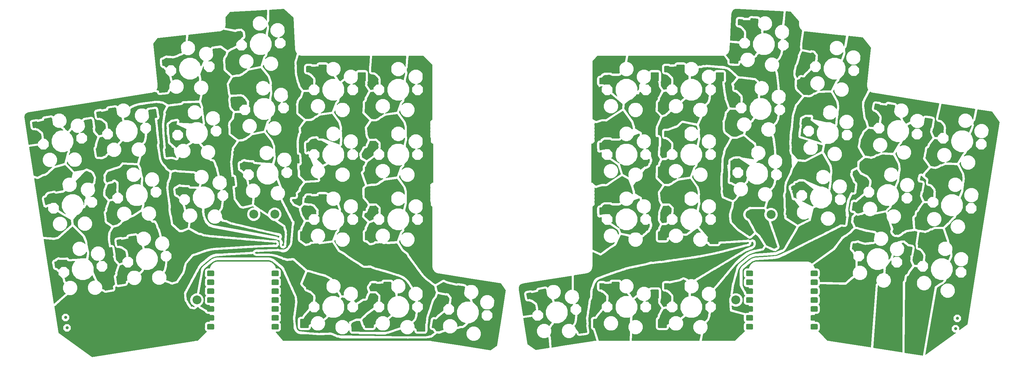
<source format=gbl>
%FSLAX44Y44*%
%OFA0.0000B0.0000*%
%SFA1B1*%
%MOMM*%
%ADD10C,0.0000X0.0000*%
%ADD11C,0.2000X0.0000*%
%ADD12C,0.6000X0.0000*%
%ADD13C,2.5400X0.0000*%
%ADD14C,0.9000X0.0000*%
%LNB.Cu76*%
%LPD*%
G36*
X1471976Y-1828535D2*
X1471618Y-1828525D1*
X1471403Y-1828519D1*
X1470973Y-1828489D1*
X1470759Y-1828465D1*
X1470046Y-1828385D1*
X1469828Y-1828360D1*
X1469396Y-1828293D1*
X1469181Y-1828250D1*
X1468830Y-1828180D1*
X1467862Y-1827988D1*
X1467043Y-1827824D1*
X1466552Y-1827726D1*
X1465594Y-1827434D1*
X1465131Y-1827243D1*
X1463589Y-1826605D1*
X1463124Y-1826413D1*
X1462237Y-1825940D1*
X1461819Y-1825661D1*
X1461126Y-1825199D1*
X1460696Y-1824913D1*
X1460296Y-1824645D1*
X1459599Y-1824180D1*
X1459176Y-1823898D1*
X1458390Y-1823254D1*
X1458031Y-1822894D1*
X1456846Y-1821708D1*
X1456489Y-1821350D1*
X1455848Y-1820568D1*
X1455567Y-1820147D1*
X1455103Y-1819452D1*
X1454559Y-1818637D1*
X1454095Y-1817941D1*
X1453816Y-1817523D1*
X1453342Y-1816635D1*
X1453149Y-1816170D1*
X1452511Y-1814630D1*
X1452319Y-1814167D1*
X1452028Y-1813208D1*
X1451929Y-1812716D1*
X1451807Y-1812108D1*
X1451208Y-1811509D1*
X1451208Y-1807916D1*
X1451208Y-1807665D1*
X1451208Y-1807250D1*
X1451208Y-1801298D1*
X1450862Y-1799593D1*
X1450811Y-1799341D1*
X1450741Y-1798833D1*
X1450716Y-1798485D1*
X1450258Y-1794318D1*
X1449799Y-1790149D1*
X1449777Y-1789844D1*
X1449735Y-1788581D1*
X1449714Y-1788437D1*
X1449652Y-1788249D1*
X1449452Y-1786782D1*
X1449459Y-1786640D1*
X1449323Y-1785354D1*
X1449345Y-1785190D1*
X1449325Y-1785021D1*
X1449336Y-1784938D1*
X1449286Y-1784812D1*
X1449198Y-1783320D1*
X1449162Y-1783234D1*
X1449159Y-1782668D1*
X1449134Y-1782255D1*
X1449156Y-1782172D1*
X1449143Y-1780113D1*
X1449508Y-1779196D1*
X1450301Y-1773357D1*
X1450287Y-1773222D1*
X1450414Y-1772279D1*
X1450706Y-1770117D1*
X1450997Y-1767956D1*
X1451070Y-1767408D1*
X1451146Y-1767137D1*
X1452118Y-1760243D1*
X1452108Y-1760120D1*
X1452221Y-1759270D1*
X1452696Y-1755695D1*
X1452770Y-1755134D1*
X1452845Y-1754868D1*
X1453922Y-1747210D1*
X1453911Y-1747052D1*
X1454017Y-1746256D1*
X1454397Y-1743414D1*
X1454475Y-1742826D1*
X1454543Y-1742591D1*
X1455418Y-1736216D1*
X1454079Y-1722292D1*
X1453776Y-1721649D1*
X1453543Y-1721155D1*
X1453450Y-1720860D1*
X1452504Y-1718745D1*
X1452413Y-1718589D1*
X1452250Y-1718234D1*
X1450189Y-1713728D1*
X1448128Y-1709222D1*
X1447906Y-1708735D1*
X1447841Y-1708523D1*
X1446634Y-1705836D1*
X1446540Y-1705671D1*
X1446385Y-1705333D1*
X1444459Y-1701115D1*
X1442534Y-1696898D1*
X1442301Y-1696388D1*
X1442245Y-1696201D1*
X1440783Y-1692961D1*
X1440676Y-1692775D1*
X1440522Y-1692438D1*
X1438717Y-1688488D1*
X1436913Y-1684539D1*
X1436674Y-1684017D1*
X1436624Y-1683848D1*
X1434910Y-1680045D1*
X1434803Y-1679857D1*
X1434657Y-1679538D1*
X1432980Y-1675866D1*
X1431304Y-1672195D1*
X1431051Y-1671641D1*
X1431008Y-1671488D1*
X1429047Y-1667151D1*
X1428931Y-1666944D1*
X1428791Y-1666638D1*
X1427242Y-1663244D1*
X1425694Y-1659850D1*
X1425402Y-1659211D1*
X1425367Y-1659074D1*
X1423189Y-1654264D1*
X1423108Y-1654120D1*
X1422991Y-1653877D1*
X1421721Y-1651230D1*
X1420451Y-1648583D1*
X1420237Y-1648137D1*
X1419922Y-1647200D1*
X1419824Y-1646715D1*
X1419783Y-1646510D1*
X1415806Y-1641312D1*
X1415489Y-1640898D1*
X1414750Y-1640132D1*
X1414344Y-1639798D1*
X1404657Y-1631818D1*
X1394883Y-1623768D1*
X1394694Y-1623616D1*
X1393682Y-1622813D1*
X1393047Y-1622343D1*
X1392269Y-1621793D1*
X1391908Y-1621538D1*
X1391593Y-1621341D1*
X1390443Y-1620662D1*
X1389829Y-1620324D1*
X1388589Y-1619690D1*
X1388333Y-1619571D1*
X1386717Y-1618895D1*
X1386476Y-1618805D1*
X1384823Y-1618254D1*
X1384567Y-1618180D1*
X1383173Y-1617838D1*
X1382444Y-1617684D1*
X1381324Y-1617484D1*
X1380544Y-1617373D1*
X1379443Y-1617254D1*
X1378637Y-1617194D1*
X1377536Y-1617148D1*
X1377349Y-1617143D1*
X1377100Y-1617137D1*
X1376892Y-1617137D1*
X1307425Y-1617135D1*
X1237535Y-1617135D1*
X1237320Y-1617139D1*
X1237068Y-1617143D1*
X1236867Y-1617151D1*
X1235736Y-1617197D1*
X1234990Y-1617252D1*
X1234020Y-1617352D1*
X1233061Y-1617490D1*
X1232097Y-1617658D1*
X1231265Y-1617835D1*
X1230156Y-1618107D1*
X1229810Y-1618192D1*
X1229586Y-1618257D1*
X1228254Y-1618701D1*
X1227922Y-1618813D1*
X1227700Y-1618897D1*
X1226487Y-1619402D1*
X1226062Y-1619582D1*
X1225855Y-1619679D1*
X1224539Y-1620351D1*
X1224004Y-1620646D1*
X1222718Y-1621404D1*
X1222491Y-1621551D1*
X1221166Y-1622491D1*
X1220905Y-1622684D1*
X1219726Y-1623614D1*
X1219550Y-1623758D1*
X1209854Y-1631743D1*
X1200075Y-1639797D1*
X1199558Y-1640223D1*
X1198648Y-1641229D1*
X1198275Y-1641786D1*
X1197854Y-1642416D1*
X1197722Y-1642613D1*
X1197426Y-1643057D1*
X1196947Y-1643993D1*
X1196761Y-1644491D1*
X1194418Y-1650740D1*
X1194418Y-1650986D1*
X1194418Y-1651348D1*
X1194418Y-1651583D1*
X1194418Y-1652001D1*
X1194418Y-1654300D1*
X1193840Y-1654878D1*
X1193625Y-1656052D1*
X1193582Y-1656284D1*
X1193515Y-1656558D1*
X1192561Y-1661820D1*
X1192559Y-1661936D1*
X1192445Y-1662565D1*
X1191793Y-1666160D1*
X1191141Y-1669755D1*
X1191096Y-1670003D1*
X1191030Y-1670270D1*
X1189963Y-1676157D1*
X1189957Y-1676289D1*
X1189861Y-1676819D1*
X1189258Y-1680142D1*
X1188656Y-1683464D1*
X1188604Y-1683744D1*
X1188544Y-1683981D1*
X1187372Y-1690446D1*
X1187364Y-1690587D1*
X1187276Y-1691073D1*
X1186722Y-1694124D1*
X1186169Y-1697174D1*
X1186120Y-1697449D1*
X1186038Y-1697769D1*
X1184624Y-1705079D1*
X1184666Y-1705895D1*
X1184454Y-1707405D1*
X1184208Y-1708126D1*
X1184122Y-1708377D1*
X1183708Y-1710753D1*
X1183655Y-1711057D1*
X1183578Y-1711358D1*
X1183497Y-1711791D1*
X1187469Y-1713436D1*
X1193011Y-1718978D1*
X1196010Y-1726218D1*
X1196010Y-1734056D1*
X1193011Y-1741296D1*
X1187469Y-1746838D1*
X1186643Y-1747180D1*
X1188262Y-1748909D1*
X1190415Y-1749504D1*
X1190847Y-1750077D1*
X1191251Y-1750192D1*
X1191613Y-1750672D1*
X1191882Y-1750747D1*
X1192036Y-1750950D1*
X1192808Y-1751173D1*
X1193153Y-1751552D1*
X1193904Y-1751775D1*
X1194095Y-1751951D1*
X1197124Y-1753923D1*
X1197194Y-1753945D1*
X1199064Y-1755007D1*
X1200304Y-1756143D1*
X1201070Y-1756364D1*
X1201108Y-1756394D1*
X1201521Y-1756524D1*
X1207614Y-1759736D1*
X1212290Y-1760975D1*
X1212290Y-1744897D1*
X1207710Y-1744897D1*
X1207364Y-1744897D1*
X1206676Y-1744829D1*
X1206337Y-1744761D1*
X1205377Y-1744569D1*
X1204703Y-1744434D1*
X1203433Y-1743907D1*
X1202861Y-1743525D1*
X1202047Y-1742981D1*
X1201474Y-1742598D1*
X1200499Y-1741623D1*
X1200348Y-1741397D1*
X1199097Y-1740563D1*
X1197767Y-1733917D1*
X1198200Y-1733268D1*
X1198200Y-1730137D1*
X1198200Y-1724887D1*
X1198200Y-1724541D1*
X1198268Y-1723853D1*
X1198336Y-1723514D1*
X1198528Y-1722554D1*
X1198663Y-1721880D1*
X1199190Y-1720610D1*
X1199572Y-1720038D1*
X1200116Y-1719224D1*
X1200499Y-1718651D1*
X1201474Y-1717676D1*
X1201832Y-1717437D1*
X1201474Y-1717198D1*
X1200499Y-1716223D1*
X1200348Y-1715997D1*
X1199097Y-1715163D1*
X1197767Y-1708517D1*
X1198200Y-1707868D1*
X1198200Y-1704737D1*
X1198200Y-1699487D1*
X1198200Y-1699141D1*
X1198268Y-1698453D1*
X1198336Y-1698114D1*
X1198528Y-1697154D1*
X1198663Y-1696480D1*
X1199190Y-1695210D1*
X1199572Y-1694638D1*
X1200116Y-1693824D1*
X1200499Y-1693251D1*
X1201474Y-1692276D1*
X1201832Y-1692037D1*
X1201474Y-1691798D1*
X1200499Y-1690823D1*
X1200348Y-1690597D1*
X1199097Y-1689763D1*
X1197767Y-1683117D1*
X1198200Y-1682468D1*
X1198200Y-1679337D1*
X1198200Y-1674087D1*
X1198200Y-1673741D1*
X1198268Y-1673053D1*
X1198336Y-1672714D1*
X1198528Y-1671754D1*
X1198663Y-1671080D1*
X1199190Y-1669810D1*
X1199572Y-1669238D1*
X1200116Y-1668424D1*
X1200499Y-1667851D1*
X1201474Y-1666876D1*
X1201832Y-1666637D1*
X1201474Y-1666398D1*
X1200499Y-1665423D1*
X1200348Y-1665197D1*
X1199097Y-1664363D1*
X1197767Y-1657717D1*
X1198200Y-1657068D1*
X1198200Y-1653937D1*
X1198200Y-1648687D1*
X1198200Y-1648341D1*
X1198268Y-1647653D1*
X1198336Y-1647314D1*
X1198528Y-1646354D1*
X1198663Y-1645680D1*
X1199190Y-1644410D1*
X1199572Y-1643838D1*
X1200116Y-1643024D1*
X1200499Y-1642451D1*
X1201474Y-1641476D1*
X1202047Y-1641093D1*
X1202861Y-1640549D1*
X1203433Y-1640167D1*
X1204703Y-1639640D1*
X1205377Y-1639505D1*
X1206337Y-1639313D1*
X1206676Y-1639245D1*
X1207364Y-1639177D1*
X1207710Y-1639177D1*
X1212837Y-1639177D1*
X1212863Y-1639053D1*
X1213312Y-1637291D1*
X1213840Y-1635708D1*
X1213893Y-1635567D1*
X1214541Y-1634017D1*
X1214606Y-1633877D1*
X1215311Y-1632499D1*
X1215426Y-1632289D1*
X1216310Y-1630800D1*
X1217215Y-1629506D1*
X1217353Y-1629322D1*
X1218342Y-1628067D1*
X1218466Y-1627924D1*
X1219572Y-1626765D1*
X1219718Y-1626619D1*
X1220884Y-1625517D1*
X1221021Y-1625399D1*
X1222272Y-1624413D1*
X1222439Y-1624288D1*
X1223737Y-1623369D1*
X1223877Y-1623278D1*
X1225239Y-1622476D1*
X1225449Y-1622361D1*
X1226828Y-1621656D1*
X1227038Y-1621562D1*
X1228517Y-1620943D1*
X1228658Y-1620890D1*
X1230247Y-1620360D1*
X1230404Y-1620315D1*
X1231954Y-1619935D1*
X1232200Y-1619883D1*
X1233719Y-1619611D1*
X1233928Y-1619583D1*
X1235408Y-1619423D1*
X1235677Y-1619403D1*
X1237157Y-1619343D1*
X1237320Y-1619340D1*
X1307210Y-1619340D1*
X1377100Y-1619340D1*
X1377263Y-1619343D1*
X1378743Y-1619403D1*
X1379012Y-1619423D1*
X1380562Y-1619591D1*
X1380770Y-1619623D1*
X1382220Y-1619883D1*
X1382466Y-1619935D1*
X1384016Y-1620315D1*
X1384173Y-1620360D1*
X1385762Y-1620890D1*
X1385903Y-1620943D1*
X1387453Y-1621591D1*
X1387593Y-1621656D1*
X1388971Y-1622361D1*
X1389181Y-1622476D1*
X1390543Y-1623279D1*
X1390683Y-1623370D1*
X1391981Y-1624288D1*
X1392148Y-1624413D1*
X1393399Y-1625399D1*
X1393536Y-1625517D1*
X1394702Y-1626619D1*
X1394848Y-1626765D1*
X1395957Y-1627927D1*
X1396088Y-1628079D1*
X1397070Y-1629338D1*
X1397182Y-1629489D1*
X1398101Y-1630787D1*
X1398192Y-1630927D1*
X1398994Y-1632289D1*
X1399109Y-1632499D1*
X1399814Y-1633878D1*
X1399908Y-1634088D1*
X1400527Y-1635567D1*
X1400580Y-1635708D1*
X1401150Y-1637436D1*
X1401584Y-1639177D1*
X1406710Y-1639177D1*
X1407056Y-1639177D1*
X1407744Y-1639245D1*
X1408083Y-1639313D1*
X1409043Y-1639505D1*
X1409717Y-1639640D1*
X1410987Y-1640167D1*
X1411559Y-1640549D1*
X1412373Y-1641093D1*
X1412946Y-1641476D1*
X1413921Y-1642451D1*
X1414304Y-1643024D1*
X1414848Y-1643838D1*
X1415230Y-1644410D1*
X1415757Y-1645680D1*
X1415892Y-1646354D1*
X1416084Y-1647314D1*
X1416152Y-1647653D1*
X1416220Y-1648341D1*
X1416220Y-1648687D1*
X1416220Y-1653937D1*
X1416220Y-1659187D1*
X1416220Y-1659533D1*
X1416152Y-1660221D1*
X1416084Y-1660560D1*
X1415892Y-1661520D1*
X1415757Y-1662194D1*
X1415230Y-1663464D1*
X1414848Y-1664036D1*
X1414304Y-1664850D1*
X1413921Y-1665423D1*
X1412946Y-1666398D1*
X1412588Y-1666637D1*
X1412946Y-1666876D1*
X1413921Y-1667851D1*
X1414304Y-1668424D1*
X1414848Y-1669238D1*
X1415230Y-1669810D1*
X1415757Y-1671080D1*
X1415892Y-1671754D1*
X1416084Y-1672714D1*
X1416152Y-1673053D1*
X1416220Y-1673741D1*
X1416220Y-1674087D1*
X1416220Y-1679337D1*
X1416220Y-1684587D1*
X1416220Y-1684933D1*
X1416152Y-1685621D1*
X1416084Y-1685960D1*
X1415892Y-1686920D1*
X1415757Y-1687594D1*
X1415230Y-1688864D1*
X1414848Y-1689436D1*
X1414304Y-1690250D1*
X1413921Y-1690823D1*
X1412946Y-1691798D1*
X1412588Y-1692037D1*
X1412946Y-1692276D1*
X1413921Y-1693251D1*
X1414304Y-1693824D1*
X1414848Y-1694638D1*
X1415230Y-1695210D1*
X1415757Y-1696480D1*
X1415892Y-1697154D1*
X1416084Y-1698114D1*
X1416152Y-1698453D1*
X1416220Y-1699141D1*
X1416220Y-1699487D1*
X1416220Y-1704737D1*
X1416220Y-1709987D1*
X1416220Y-1710333D1*
X1416152Y-1711021D1*
X1416084Y-1711360D1*
X1415892Y-1712320D1*
X1415757Y-1712994D1*
X1415230Y-1714264D1*
X1414848Y-1714836D1*
X1414304Y-1715650D1*
X1413921Y-1716223D1*
X1412946Y-1717198D1*
X1412588Y-1717437D1*
X1412946Y-1717676D1*
X1413921Y-1718651D1*
X1414304Y-1719224D1*
X1414848Y-1720038D1*
X1415230Y-1720610D1*
X1415757Y-1721880D1*
X1415892Y-1722554D1*
X1416084Y-1723514D1*
X1416152Y-1723853D1*
X1416220Y-1724541D1*
X1416220Y-1724887D1*
X1416220Y-1730137D1*
X1416220Y-1735387D1*
X1416220Y-1735733D1*
X1416152Y-1736421D1*
X1416084Y-1736760D1*
X1415892Y-1737720D1*
X1415757Y-1738394D1*
X1415230Y-1739664D1*
X1414848Y-1740236D1*
X1414304Y-1741050D1*
X1413921Y-1741623D1*
X1412946Y-1742598D1*
X1412588Y-1742837D1*
X1412946Y-1743076D1*
X1413921Y-1744051D1*
X1414304Y-1744624D1*
X1414848Y-1745438D1*
X1415230Y-1746010D1*
X1415757Y-1747280D1*
X1415892Y-1747954D1*
X1416084Y-1748914D1*
X1416152Y-1749253D1*
X1416220Y-1749941D1*
X1416220Y-1750287D1*
X1416220Y-1755537D1*
X1416220Y-1760787D1*
X1416220Y-1761133D1*
X1416152Y-1761821D1*
X1416084Y-1762160D1*
X1415892Y-1763120D1*
X1415757Y-1763794D1*
X1415230Y-1765064D1*
X1414848Y-1765636D1*
X1414304Y-1766450D1*
X1413921Y-1767023D1*
X1412946Y-1767998D1*
X1412588Y-1768237D1*
X1412946Y-1768476D1*
X1413921Y-1769451D1*
X1414304Y-1770024D1*
X1414848Y-1770838D1*
X1415230Y-1771410D1*
X1415757Y-1772680D1*
X1415892Y-1773354D1*
X1416084Y-1774314D1*
X1416152Y-1774653D1*
X1416220Y-1775341D1*
X1416220Y-1775687D1*
X1416220Y-1780937D1*
X1416220Y-1786187D1*
X1416220Y-1786533D1*
X1416152Y-1787221D1*
X1416084Y-1787560D1*
X1415892Y-1788520D1*
X1415757Y-1789194D1*
X1415230Y-1790464D1*
X1414848Y-1791036D1*
X1414304Y-1791850D1*
X1413921Y-1792423D1*
X1412946Y-1793398D1*
X1412588Y-1793637D1*
X1412946Y-1793876D1*
X1413921Y-1794851D1*
X1414304Y-1795424D1*
X1414848Y-1796238D1*
X1415230Y-1796810D1*
X1415757Y-1798080D1*
X1415892Y-1798754D1*
X1416084Y-1799714D1*
X1416152Y-1800053D1*
X1416220Y-1800741D1*
X1416220Y-1801087D1*
X1416220Y-1806337D1*
X1416220Y-1811587D1*
X1416220Y-1811933D1*
X1416152Y-1812621D1*
X1416084Y-1812960D1*
X1415892Y-1813920D1*
X1415757Y-1814594D1*
X1415230Y-1815864D1*
X1414848Y-1816436D1*
X1414304Y-1817250D1*
X1413921Y-1817823D1*
X1412946Y-1818798D1*
X1412373Y-1819181D1*
X1411559Y-1819725D1*
X1410987Y-1820107D1*
X1409717Y-1820634D1*
X1409043Y-1820769D1*
X1408083Y-1820961D1*
X1407744Y-1821029D1*
X1407056Y-1821097D1*
X1406710Y-1821097D1*
X1401582Y-1821097D1*
X1401557Y-1821217D1*
X1401323Y-1822144D1*
X1422329Y-1845980D1*
X1597280Y-1845980D1*
X1840340Y-1845980D1*
X1842104Y-1846045D1*
X1843585Y-1846203D1*
X1843821Y-1846235D1*
X1844089Y-1846279D1*
X1928114Y-1859586D1*
X2012234Y-1872906D1*
X2012834Y-1872986D1*
X2030531Y-1860127D1*
X2030556Y-1860017D1*
X2030619Y-1859641D1*
X2043116Y-1780721D1*
X2055519Y-1702379D1*
X2041605Y-1683201D1*
X1954301Y-1669376D1*
X1866241Y-1655431D1*
X1864351Y-1655083D1*
X1864105Y-1655030D1*
X1862425Y-1654610D1*
X1862189Y-1654543D1*
X1860669Y-1654063D1*
X1860414Y-1653973D1*
X1858984Y-1653413D1*
X1858732Y-1653304D1*
X1857369Y-1652660D1*
X1857226Y-1652585D1*
X1855956Y-1651855D1*
X1855723Y-1651710D1*
X1854566Y-1650935D1*
X1854437Y-1650841D1*
X1853300Y-1649940D1*
X1853176Y-1649834D1*
X1852143Y-1648869D1*
X1852023Y-1648747D1*
X1851056Y-1647675D1*
X1850908Y-1647490D1*
X1849318Y-1645245D1*
X1849158Y-1644976D1*
X1847880Y-1642397D1*
X1847765Y-1642111D1*
X1846848Y-1639219D1*
X1846785Y-1638963D1*
X1846211Y-1635734D1*
X1846183Y-1635493D1*
X1845986Y-1631932D1*
X1845980Y-1631710D1*
X1845980Y-1545550D1*
X1845980Y-1464084D1*
X1845688Y-1463963D1*
X1845460Y-1463735D1*
X1843060Y-1461335D1*
X1840659Y-1458934D1*
X1840431Y-1458706D1*
X1840185Y-1458111D1*
X1840185Y-1457789D1*
X1840185Y-1454394D1*
X1840185Y-1450999D1*
X1840185Y-1450677D1*
X1840431Y-1450082D1*
X1840659Y-1449854D1*
X1841119Y-1449394D1*
X1840659Y-1448934D1*
X1840431Y-1448706D1*
X1840185Y-1448111D1*
X1840185Y-1447789D1*
X1840185Y-1444394D1*
X1840185Y-1440999D1*
X1840185Y-1440677D1*
X1840431Y-1440082D1*
X1840659Y-1439854D1*
X1841119Y-1439394D1*
X1840659Y-1438934D1*
X1840431Y-1438706D1*
X1840185Y-1438111D1*
X1840185Y-1437789D1*
X1840185Y-1434394D1*
X1840185Y-1430999D1*
X1840185Y-1430677D1*
X1840431Y-1430082D1*
X1840659Y-1429854D1*
X1841119Y-1429394D1*
X1840659Y-1428934D1*
X1840431Y-1428706D1*
X1840185Y-1428111D1*
X1840185Y-1427789D1*
X1840185Y-1424394D1*
X1840185Y-1420999D1*
X1840185Y-1420677D1*
X1840431Y-1420082D1*
X1840659Y-1419854D1*
X1841119Y-1419394D1*
X1840659Y-1418934D1*
X1840431Y-1418706D1*
X1840185Y-1418111D1*
X1840185Y-1417789D1*
X1840185Y-1414394D1*
X1840185Y-1410999D1*
X1840185Y-1410677D1*
X1840431Y-1410082D1*
X1840659Y-1409854D1*
X1841119Y-1409394D1*
X1840659Y-1408934D1*
X1840431Y-1408706D1*
X1840185Y-1408111D1*
X1840185Y-1407789D1*
X1840185Y-1404394D1*
X1840185Y-1400999D1*
X1840185Y-1400677D1*
X1840431Y-1400082D1*
X1840659Y-1399854D1*
X1843059Y-1397454D1*
X1845460Y-1395053D1*
X1845688Y-1394825D1*
X1846283Y-1394579D1*
X1846605Y-1394579D1*
X1848980Y-1394579D1*
X1848980Y-1339390D1*
X1848980Y-1284209D1*
X1846605Y-1284209D1*
X1846283Y-1284209D1*
X1845688Y-1283963D1*
X1845460Y-1283735D1*
X1843060Y-1281335D1*
X1840659Y-1278934D1*
X1840431Y-1278706D1*
X1840185Y-1278111D1*
X1840185Y-1277789D1*
X1840185Y-1274394D1*
X1840185Y-1270999D1*
X1840185Y-1270677D1*
X1840431Y-1270082D1*
X1840659Y-1269854D1*
X1841119Y-1269394D1*
X1840659Y-1268934D1*
X1840431Y-1268706D1*
X1840185Y-1268111D1*
X1840185Y-1267789D1*
X1840185Y-1264394D1*
X1840185Y-1260999D1*
X1840185Y-1260677D1*
X1840431Y-1260082D1*
X1840659Y-1259854D1*
X1841119Y-1259394D1*
X1840659Y-1258934D1*
X1840431Y-1258706D1*
X1840185Y-1258111D1*
X1840185Y-1257789D1*
X1840185Y-1254394D1*
X1840185Y-1250999D1*
X1840185Y-1250677D1*
X1840431Y-1250082D1*
X1840659Y-1249854D1*
X1841119Y-1249394D1*
X1840659Y-1248934D1*
X1840431Y-1248706D1*
X1840185Y-1248111D1*
X1840185Y-1247789D1*
X1840185Y-1244394D1*
X1840185Y-1240999D1*
X1840185Y-1240677D1*
X1840431Y-1240082D1*
X1840659Y-1239854D1*
X1841119Y-1239394D1*
X1840659Y-1238934D1*
X1840431Y-1238706D1*
X1840185Y-1238111D1*
X1840185Y-1237789D1*
X1840185Y-1234394D1*
X1840185Y-1230999D1*
X1840185Y-1230677D1*
X1840431Y-1230082D1*
X1840659Y-1229854D1*
X1841119Y-1229394D1*
X1840659Y-1228934D1*
X1840431Y-1228706D1*
X1840185Y-1228111D1*
X1840185Y-1227789D1*
X1840185Y-1224394D1*
X1840185Y-1220999D1*
X1840185Y-1220677D1*
X1840431Y-1220082D1*
X1840659Y-1219854D1*
X1843059Y-1217454D1*
X1845460Y-1215053D1*
X1845688Y-1214825D1*
X1845980Y-1214704D1*
X1845981Y-1134798D1*
X1845981Y-1059487D1*
X1820564Y-1034020D1*
X1779915Y-1034020D1*
X1779879Y-1034558D1*
X1778881Y-1049374D1*
X1777883Y-1064190D1*
X1777695Y-1066970D1*
X1774736Y-1070226D1*
X1775026Y-1076277D1*
X1776897Y-1078806D1*
X1776700Y-1081738D1*
X1776533Y-1084212D1*
X1776367Y-1086685D1*
X1776343Y-1087040D1*
X1776232Y-1087742D1*
X1776146Y-1088087D1*
X1772904Y-1101063D1*
X1772896Y-1101837D1*
X1772875Y-1103830D1*
X1772423Y-1104660D1*
X1772423Y-1105179D1*
X1772411Y-1106374D1*
X1772410Y-1107442D1*
X1776844Y-1111875D1*
X1777017Y-1112135D1*
X1779377Y-1117831D1*
X1781737Y-1123527D1*
X1781798Y-1123834D1*
X1781798Y-1130000D1*
X1781798Y-1135694D1*
X1781929Y-1136010D1*
X1776826Y-1148328D1*
X1776508Y-1148460D1*
X1769102Y-1155866D1*
X1767894Y-1159692D1*
X1768186Y-1161213D1*
X1767234Y-1163456D1*
X1767029Y-1163939D1*
X1766741Y-1164618D1*
X1765926Y-1165847D1*
X1765413Y-1166377D1*
X1765255Y-1166540D1*
X1764293Y-1167542D1*
X1762626Y-1169283D1*
X1761991Y-1169946D1*
X1761066Y-1172457D1*
X1763894Y-1169628D1*
X1764121Y-1169476D1*
X1767888Y-1167916D1*
X1771655Y-1166355D1*
X1771923Y-1166302D1*
X1776000Y-1166302D1*
X1780077Y-1166302D1*
X1780345Y-1166355D1*
X1784112Y-1167915D1*
X1787879Y-1169477D1*
X1788106Y-1169629D1*
X1790988Y-1172511D1*
X1793872Y-1175394D1*
X1794024Y-1175621D1*
X1795584Y-1179388D1*
X1797145Y-1183155D1*
X1797198Y-1183423D1*
X1797198Y-1187500D1*
X1797198Y-1191166D1*
X1797312Y-1191441D1*
X1793856Y-1199783D1*
X1793579Y-1199898D1*
X1788106Y-1205372D1*
X1787879Y-1205524D1*
X1784112Y-1207084D1*
X1780345Y-1208645D1*
X1780077Y-1208698D1*
X1776000Y-1208698D1*
X1771923Y-1208698D1*
X1771655Y-1208645D1*
X1767888Y-1207085D1*
X1764121Y-1205523D1*
X1763894Y-1205371D1*
X1761012Y-1202489D1*
X1758128Y-1199606D1*
X1757976Y-1199379D1*
X1756416Y-1195612D1*
X1754855Y-1191845D1*
X1754802Y-1191577D1*
X1754802Y-1189471D1*
X1752798Y-1194914D1*
X1753859Y-1195700D1*
X1754014Y-1196744D1*
X1761641Y-1207377D1*
X1770184Y-1219287D1*
X1770595Y-1219861D1*
X1771205Y-1221135D1*
X1771393Y-1221816D1*
X1773189Y-1228306D1*
X1774985Y-1234796D1*
X1775122Y-1235290D1*
X1775267Y-1236305D1*
X1775274Y-1236817D1*
X1775277Y-1237053D1*
X1775339Y-1240160D1*
X1775401Y-1243266D1*
X1775451Y-1245714D1*
X1774947Y-1246494D1*
X1775158Y-1251039D1*
X1775167Y-1251239D1*
X1775466Y-1259359D1*
X1775511Y-1260764D1*
X1775503Y-1262154D1*
X1775515Y-1263544D1*
X1776117Y-1264234D1*
X1776229Y-1267050D1*
X1776379Y-1270831D1*
X1776401Y-1271400D1*
X1776284Y-1272534D1*
X1776146Y-1273087D1*
X1772904Y-1286063D1*
X1772896Y-1286837D1*
X1772875Y-1288830D1*
X1772423Y-1289660D1*
X1772423Y-1290179D1*
X1772411Y-1291374D1*
X1772410Y-1292442D1*
X1776844Y-1296875D1*
X1777017Y-1297135D1*
X1779377Y-1302831D1*
X1781737Y-1308527D1*
X1781798Y-1308834D1*
X1781798Y-1315000D1*
X1781798Y-1320694D1*
X1781929Y-1321010D1*
X1776826Y-1333328D1*
X1776508Y-1333460D1*
X1769102Y-1340866D1*
X1767894Y-1344692D1*
X1768186Y-1346213D1*
X1767234Y-1348456D1*
X1767029Y-1348939D1*
X1766741Y-1349618D1*
X1765926Y-1350847D1*
X1765413Y-1351377D1*
X1765255Y-1351540D1*
X1764293Y-1352542D1*
X1762626Y-1354283D1*
X1761991Y-1354946D1*
X1761066Y-1357457D1*
X1763894Y-1354628D1*
X1764121Y-1354476D1*
X1767888Y-1352916D1*
X1771655Y-1351355D1*
X1771923Y-1351302D1*
X1776000Y-1351302D1*
X1780077Y-1351302D1*
X1780345Y-1351355D1*
X1784112Y-1352915D1*
X1787879Y-1354477D1*
X1788106Y-1354629D1*
X1790988Y-1357511D1*
X1793872Y-1360394D1*
X1794024Y-1360621D1*
X1795584Y-1364388D1*
X1797145Y-1368155D1*
X1797198Y-1368423D1*
X1797198Y-1372500D1*
X1797198Y-1376166D1*
X1797312Y-1376441D1*
X1793856Y-1384783D1*
X1793579Y-1384898D1*
X1788106Y-1390372D1*
X1787879Y-1390524D1*
X1784112Y-1392084D1*
X1780345Y-1393645D1*
X1780077Y-1393698D1*
X1776000Y-1393698D1*
X1771923Y-1393698D1*
X1771655Y-1393645D1*
X1767888Y-1392085D1*
X1764121Y-1390523D1*
X1763894Y-1390371D1*
X1761012Y-1387489D1*
X1758128Y-1384606D1*
X1757976Y-1384379D1*
X1756416Y-1380612D1*
X1754855Y-1376845D1*
X1754802Y-1376577D1*
X1754802Y-1374471D1*
X1752941Y-1379525D1*
X1752765Y-1380003D1*
X1761494Y-1392172D1*
X1770184Y-1404287D1*
X1770595Y-1404861D1*
X1771205Y-1406135D1*
X1771393Y-1406816D1*
X1773189Y-1413306D1*
X1774985Y-1419796D1*
X1775121Y-1420285D1*
X1775266Y-1421290D1*
X1775274Y-1421798D1*
X1775301Y-1423454D1*
X1775404Y-1428257D1*
X1775457Y-1430707D1*
X1774948Y-1431495D1*
X1775216Y-1437443D1*
X1775225Y-1437642D1*
X1775500Y-1445423D1*
X1775503Y-1447154D1*
X1774919Y-1451534D1*
X1775338Y-1452302D1*
X1775033Y-1454842D1*
X1774630Y-1458195D1*
X1774599Y-1458454D1*
X1774503Y-1458966D1*
X1774439Y-1459218D1*
X1771167Y-1472041D1*
X1771143Y-1473196D1*
X1770697Y-1474000D1*
X1770689Y-1474607D1*
X1770687Y-1474769D1*
X1770693Y-1475725D1*
X1772484Y-1477516D1*
X1776844Y-1481875D1*
X1777017Y-1482135D1*
X1779377Y-1487831D1*
X1781737Y-1493527D1*
X1781798Y-1493834D1*
X1781798Y-1500000D1*
X1781798Y-1505694D1*
X1781929Y-1506010D1*
X1776826Y-1518328D1*
X1776508Y-1518460D1*
X1768606Y-1526362D1*
X1767817Y-1529290D1*
X1768186Y-1531213D1*
X1767234Y-1533456D1*
X1767029Y-1533939D1*
X1766741Y-1534618D1*
X1765926Y-1535847D1*
X1765413Y-1536377D1*
X1765255Y-1536540D1*
X1764293Y-1537542D1*
X1762626Y-1539283D1*
X1761991Y-1539946D1*
X1761066Y-1542457D1*
X1763894Y-1539628D1*
X1764121Y-1539476D1*
X1767888Y-1537916D1*
X1771655Y-1536355D1*
X1771923Y-1536302D1*
X1776000Y-1536302D1*
X1780077Y-1536302D1*
X1780345Y-1536355D1*
X1784112Y-1537915D1*
X1787879Y-1539477D1*
X1788106Y-1539629D1*
X1790988Y-1542511D1*
X1793872Y-1545394D1*
X1794024Y-1545621D1*
X1795584Y-1549388D1*
X1797145Y-1553155D1*
X1797198Y-1553423D1*
X1797198Y-1557500D1*
X1797198Y-1561166D1*
X1797312Y-1561441D1*
X1793856Y-1569783D1*
X1793579Y-1569898D1*
X1788106Y-1575372D1*
X1787879Y-1575524D1*
X1784112Y-1577084D1*
X1780345Y-1578645D1*
X1780077Y-1578698D1*
X1776000Y-1578698D1*
X1771923Y-1578698D1*
X1771655Y-1578645D1*
X1767888Y-1577085D1*
X1764121Y-1575523D1*
X1763894Y-1575371D1*
X1761012Y-1572489D1*
X1758128Y-1569606D1*
X1757976Y-1569379D1*
X1756416Y-1565612D1*
X1754855Y-1561845D1*
X1754802Y-1561577D1*
X1754802Y-1559471D1*
X1753075Y-1564161D1*
X1752917Y-1564590D1*
X1753094Y-1564892D1*
X1753853Y-1565559D1*
X1753898Y-1566266D1*
X1764743Y-1584782D1*
X1766582Y-1586161D1*
X1769467Y-1588326D1*
X1772373Y-1590483D1*
X1775366Y-1592704D1*
X1777182Y-1594040D1*
X1777937Y-1594596D1*
X1779150Y-1596026D1*
X1779574Y-1596862D1*
X1783112Y-1603829D1*
X1787565Y-1609889D1*
X1787683Y-1610008D1*
X1788014Y-1610450D1*
X1789416Y-1612324D1*
X1789821Y-1612866D1*
X1789918Y-1613055D1*
X1795308Y-1620363D1*
X1795408Y-1620462D1*
X1795739Y-1620897D1*
X1797740Y-1623525D1*
X1798159Y-1624075D1*
X1798326Y-1624397D1*
X1803084Y-1630874D1*
X1803193Y-1630983D1*
X1803528Y-1631427D1*
X1804769Y-1633074D1*
X1806010Y-1634721D1*
X1806427Y-1635274D1*
X1806569Y-1635552D1*
X1810853Y-1641376D1*
X1810969Y-1641493D1*
X1811303Y-1641938D1*
X1812795Y-1643926D1*
X1814287Y-1645914D1*
X1814706Y-1646471D1*
X1814839Y-1646733D1*
X1818606Y-1651859D1*
X1818646Y-1651898D1*
X1818952Y-1652286D1*
X1820930Y-1654795D1*
X1822908Y-1657304D1*
X1823378Y-1657900D1*
X1823708Y-1658536D1*
X1824440Y-1659097D1*
X1824620Y-1659339D1*
X1825422Y-1659951D1*
X1825514Y-1660065D1*
X1826107Y-1660516D1*
X1827347Y-1662065D1*
X1827434Y-1662255D1*
X1827657Y-1662424D1*
X1828312Y-1662920D1*
X1828545Y-1663186D1*
X1828955Y-1663495D1*
X1829482Y-1663892D1*
X1829582Y-1664001D1*
X1830125Y-1664405D1*
X1831059Y-1665385D1*
X1831287Y-1665724D1*
X1831404Y-1665839D1*
X1831740Y-1666090D1*
X1832181Y-1666420D1*
X1832368Y-1666604D1*
X1832661Y-1666821D1*
X1833015Y-1667082D1*
X1833115Y-1667175D1*
X1833319Y-1667325D1*
X1833961Y-1667916D1*
X1834154Y-1668101D1*
X1834412Y-1668291D1*
X1834678Y-1668486D1*
X1834823Y-1668612D1*
X1835035Y-1668768D1*
X1835339Y-1668999D1*
X1835627Y-1669210D1*
X1836029Y-1669546D1*
X1836218Y-1669729D1*
X1836442Y-1669900D1*
X1836774Y-1670142D1*
X1836920Y-1670247D1*
X1837059Y-1670359D1*
X1837403Y-1670608D1*
X1837824Y-1670917D1*
X1838079Y-1671112D1*
X1838370Y-1671344D1*
X1839219Y-1671961D1*
X1839786Y-1672369D1*
X1840196Y-1672645D1*
X1840451Y-1672800D1*
X1841467Y-1673194D1*
X1843247Y-1674537D1*
X1843760Y-1675214D1*
X1844733Y-1675910D1*
X1845242Y-1676561D1*
X1845488Y-1676730D1*
X1845704Y-1677005D1*
X1846835Y-1677755D1*
X1847299Y-1678347D1*
X1849035Y-1679647D1*
X1852508Y-1682069D1*
X1855615Y-1684235D1*
X1865010Y-1678618D1*
X1874431Y-1672985D1*
X1876034Y-1672027D1*
X1879758Y-1671728D1*
X1881493Y-1672418D1*
X1883908Y-1673379D1*
X1886331Y-1674343D1*
X1891700Y-1676472D1*
X1893449Y-1677050D1*
X1894604Y-1677249D1*
X1894888Y-1677308D1*
X1897987Y-1678074D1*
X1899238Y-1678288D1*
X1899497Y-1678332D1*
X1900010Y-1678455D1*
X1900261Y-1678533D1*
X1900736Y-1678680D1*
X1901835Y-1678869D1*
X1902239Y-1678949D1*
X1908879Y-1680445D1*
X1915519Y-1681940D1*
X1915691Y-1681980D1*
X1915906Y-1682036D1*
X1916181Y-1681909D1*
X1916806Y-1681622D1*
X1918144Y-1681300D1*
X1918831Y-1681273D1*
X1919809Y-1681234D1*
X1920154Y-1681220D1*
X1920842Y-1681260D1*
X1921183Y-1681314D1*
X1930072Y-1682722D1*
X1938961Y-1684130D1*
X1939301Y-1684184D1*
X1939966Y-1684358D1*
X1940289Y-1684477D1*
X1941208Y-1684816D1*
X1941854Y-1685055D1*
X1943028Y-1685774D1*
X1943534Y-1686241D1*
X1944254Y-1686906D1*
X1944763Y-1687375D1*
X1945577Y-1688496D1*
X1945908Y-1689217D1*
X1949449Y-1687751D1*
X1953216Y-1686190D1*
X1953484Y-1686137D1*
X1957561Y-1686137D1*
X1961638Y-1686137D1*
X1961906Y-1686190D1*
X1965673Y-1687750D1*
X1969440Y-1689312D1*
X1969667Y-1689464D1*
X1972549Y-1692346D1*
X1975433Y-1695229D1*
X1975585Y-1695456D1*
X1977145Y-1699223D1*
X1978706Y-1702990D1*
X1978759Y-1703258D1*
X1978759Y-1707335D1*
X1978759Y-1711001D1*
X1978873Y-1711276D1*
X1975417Y-1719618D1*
X1975140Y-1719733D1*
X1969667Y-1725207D1*
X1969440Y-1725359D1*
X1965673Y-1726919D1*
X1961906Y-1728480D1*
X1961638Y-1728533D1*
X1960707Y-1728533D1*
X1961557Y-1730231D1*
X1962488Y-1732091D1*
X1962412Y-1733798D1*
X1964216Y-1737771D1*
X1966196Y-1738592D1*
X1966456Y-1738766D1*
X1970815Y-1743125D1*
X1975175Y-1747484D1*
X1975348Y-1747744D1*
X1977708Y-1753440D1*
X1980068Y-1759136D1*
X1980129Y-1759443D1*
X1980129Y-1765609D1*
X1980129Y-1771303D1*
X1980260Y-1771619D1*
X1975157Y-1783937D1*
X1974839Y-1784069D1*
X1966456Y-1792453D1*
X1966196Y-1792626D1*
X1960500Y-1794986D1*
X1954804Y-1797346D1*
X1954497Y-1797407D1*
X1951255Y-1797407D1*
X1948041Y-1800069D1*
X1947319Y-1801851D1*
X1945640Y-1803166D1*
X1941490Y-1806418D1*
X1937341Y-1809669D1*
X1936167Y-1810589D1*
X1933314Y-1811459D1*
X1931827Y-1811351D1*
X1929137Y-1811155D1*
X1927425Y-1811031D1*
X1927127Y-1811213D1*
X1926343Y-1811492D1*
X1923871Y-1812372D1*
X1922220Y-1812959D1*
X1922032Y-1813147D1*
X1921692Y-1813147D1*
X1921400Y-1813251D1*
X1919563Y-1813905D1*
X1918496Y-1813759D1*
X1917844Y-1814066D1*
X1917765Y-1814152D1*
X1916737Y-1814145D1*
X1915376Y-1817430D1*
X1915099Y-1817545D1*
X1909626Y-1823019D1*
X1909399Y-1823171D1*
X1905632Y-1824731D1*
X1901865Y-1826292D1*
X1901597Y-1826345D1*
X1897520Y-1826345D1*
X1893443Y-1826345D1*
X1893175Y-1826292D1*
X1889408Y-1824732D1*
X1885641Y-1823170D1*
X1885414Y-1823018D1*
X1883278Y-1820882D1*
X1882661Y-1821266D1*
X1881879Y-1821752D1*
X1881522Y-1821973D1*
X1880767Y-1822339D1*
X1880372Y-1822482D1*
X1879890Y-1822656D1*
X1879067Y-1822953D1*
X1878774Y-1822991D1*
X1872163Y-1825183D1*
X1870911Y-1826190D1*
X1867911Y-1827086D1*
X1866353Y-1826936D1*
X1864651Y-1826774D1*
X1859357Y-1826402D1*
X1859316Y-1826713D1*
X1856925Y-1828710D1*
X1853020Y-1831972D1*
X1850622Y-1833975D1*
X1850510Y-1834397D1*
X1848984Y-1835379D1*
X1848962Y-1835448D1*
X1848595Y-1835669D1*
X1847776Y-1836353D1*
X1847244Y-1836498D1*
X1845300Y-1837748D1*
X1845172Y-1837726D1*
X1843747Y-1838583D1*
X1842242Y-1838301D1*
X1840682Y-1839021D1*
X1840061Y-1838893D1*
X1837181Y-1839858D1*
X1836216Y-1839630D1*
X1834429Y-1840068D1*
X1833933Y-1839965D1*
X1833883Y-1839973D1*
X1833663Y-1840094D1*
X1830933Y-1840534D1*
X1830753Y-1840501D1*
X1830694Y-1840521D1*
X1828777Y-1840696D1*
X1828192Y-1840609D1*
X1827912Y-1840617D1*
X1827404Y-1840701D1*
X1827055Y-1840708D1*
X1826021Y-1840750D1*
X1825929Y-1840742D1*
X1825819Y-1840752D1*
X1825215Y-1840762D1*
X1824914Y-1840744D1*
X1824595Y-1840744D1*
X1822506Y-1840787D1*
X1818298Y-1840803D1*
X1814027Y-1840818D1*
X1811104Y-1840841D1*
X1808149Y-1840863D1*
X1804496Y-1840887D1*
X1800835Y-1840911D1*
X1797449Y-1840937D1*
X1794056Y-1840963D1*
X1790838Y-1840984D1*
X1787618Y-1841005D1*
X1784009Y-1841030D1*
X1780279Y-1841057D1*
X1779718Y-1841068D1*
X1777681Y-1841075D1*
X1774434Y-1841039D1*
X1769148Y-1841022D1*
X1763862Y-1841006D1*
X1761215Y-1840995D1*
X1755872Y-1840977D1*
X1750525Y-1840960D1*
X1749087Y-1840956D1*
X1731357Y-1840712D1*
X1727646Y-1840661D1*
X1710149Y-1840786D1*
X1709809Y-1840787D1*
X1705869Y-1840787D1*
X1701918Y-1840787D1*
X1644442Y-1840537D1*
X1586966Y-1840287D1*
X1586725Y-1840286D1*
X1586227Y-1840284D1*
X1585235Y-1840184D1*
X1584746Y-1840086D1*
X1584267Y-1839990D1*
X1583768Y-1839889D1*
X1582794Y-1839591D1*
X1582324Y-1839395D1*
X1582128Y-1839313D1*
X1578816Y-1837941D1*
X1578149Y-1837873D1*
X1577878Y-1837846D1*
X1577342Y-1837754D1*
X1577228Y-1837726D1*
X1577046Y-1837748D1*
X1576619Y-1837664D1*
X1576222Y-1837733D1*
X1576013Y-1837679D1*
X1575811Y-1837719D1*
X1572357Y-1836868D1*
X1570973Y-1835751D1*
X1570371Y-1835265D1*
X1568923Y-1834648D1*
X1568082Y-1834290D1*
X1567605Y-1834331D1*
X1564317Y-1833150D1*
X1563230Y-1832086D1*
X1557342Y-1830160D1*
X1556942Y-1830176D1*
X1556797Y-1830168D1*
X1546276Y-1830577D1*
X1546013Y-1830601D1*
X1545806Y-1830609D1*
X1543286Y-1830703D1*
X1542829Y-1830720D1*
X1542722Y-1830712D1*
X1536265Y-1830969D1*
X1529286Y-1831246D1*
X1528725Y-1831268D1*
X1528255Y-1831224D1*
X1526981Y-1831396D1*
X1526192Y-1831502D1*
X1524602Y-1831400D1*
X1524295Y-1831316D1*
X1524184Y-1831310D1*
X1524032Y-1831283D1*
X1518863Y-1830998D1*
X1517017Y-1830966D1*
X1516653Y-1830959D1*
X1515928Y-1830880D1*
X1515741Y-1830842D1*
X1515442Y-1830821D1*
X1508833Y-1830394D1*
X1502132Y-1829962D1*
X1501306Y-1829904D1*
X1499204Y-1829790D1*
X1498822Y-1829760D1*
X1492417Y-1829105D1*
X1471976Y-1828535D1*
X1471976Y-1828535D1*
G37*
%LNB.Cu77*%
%LPC*%
G36*
X1986214Y-1830134D2*
X1986328Y-1830409D1*
X1982872Y-1838751D1*
X1982595Y-1838866D1*
X1977122Y-1844340D1*
X1976895Y-1844492D1*
X1973128Y-1846052D1*
X1969361Y-1847613D1*
X1969093Y-1847666D1*
X1965016Y-1847666D1*
X1960939Y-1847666D1*
X1960671Y-1847613D1*
X1956904Y-1846053D1*
X1953137Y-1844491D1*
X1952910Y-1844339D1*
X1950028Y-1841457D1*
X1947144Y-1838574D1*
X1946992Y-1838347D1*
X1945432Y-1834580D1*
X1943871Y-1830813D1*
X1943818Y-1830545D1*
X1943818Y-1826468D1*
X1943818Y-1822391D1*
X1943871Y-1822123D1*
X1945431Y-1818356D1*
X1946993Y-1814589D1*
X1947145Y-1814362D1*
X1950027Y-1811480D1*
X1952910Y-1808596D1*
X1953137Y-1808444D1*
X1956904Y-1806884D1*
X1960671Y-1805323D1*
X1960939Y-1805270D1*
X1965016Y-1805270D1*
X1969093Y-1805270D1*
X1969361Y-1805323D1*
X1973128Y-1806883D1*
X1976895Y-1808445D1*
X1977122Y-1808597D1*
X1980004Y-1811479D1*
X1982888Y-1814362D1*
X1983040Y-1814589D1*
X1984600Y-1818356D1*
X1986161Y-1822123D1*
X1986214Y-1822391D1*
X1986214Y-1826468D1*
X1986214Y-1830134D1*
G37*
G36*
X2024701Y-1740552D2*
X2024815Y-1740827D1*
X2021359Y-1749169D1*
X2021082Y-1749284D1*
X2015609Y-1754758D1*
X2015382Y-1754910D1*
X2011615Y-1756470D1*
X2007848Y-1758031D1*
X2007580Y-1758084D1*
X2003503Y-1758084D1*
X1999426Y-1758084D1*
X1999158Y-1758031D1*
X1995391Y-1756471D1*
X1991624Y-1754909D1*
X1991397Y-1754757D1*
X1988515Y-1751875D1*
X1985631Y-1748992D1*
X1985479Y-1748765D1*
X1983919Y-1744998D1*
X1982358Y-1741231D1*
X1982305Y-1740963D1*
X1982305Y-1736886D1*
X1982305Y-1732809D1*
X1982358Y-1732541D1*
X1983918Y-1728774D1*
X1985480Y-1725007D1*
X1985632Y-1724780D1*
X1988514Y-1721898D1*
X1991397Y-1719014D1*
X1991624Y-1718862D1*
X1995391Y-1717302D1*
X1999158Y-1715741D1*
X1999426Y-1715688D1*
X2003503Y-1715688D1*
X2007580Y-1715688D1*
X2007848Y-1715741D1*
X2011615Y-1717301D1*
X2015382Y-1718863D1*
X2015609Y-1719015D1*
X2018491Y-1721897D1*
X2021375Y-1724780D1*
X2021527Y-1725007D1*
X2023087Y-1728774D1*
X2024648Y-1732541D1*
X2024701Y-1732809D1*
X2024701Y-1736886D1*
X2024701Y-1740552D1*
G37*
G36*
X2018697Y-1779999D2*
X2018697Y-1780858D1*
X2009299Y-1790256D1*
X2008440Y-1790256D1*
X2007581Y-1790256D1*
X1996868Y-1790256D1*
X1996455Y-1790256D1*
X1995693Y-1789940D1*
X1995401Y-1789648D1*
X1991310Y-1785557D1*
X1987219Y-1781466D1*
X1986927Y-1781174D1*
X1986611Y-1780412D1*
X1986611Y-1779999D1*
X1986611Y-1774213D1*
X1986611Y-1768427D1*
X1986611Y-1768014D1*
X1986927Y-1767252D1*
X1987219Y-1766960D1*
X1991310Y-1762869D1*
X1995401Y-1758778D1*
X1995693Y-1758486D1*
X1996455Y-1758170D1*
X1996868Y-1758170D1*
X2002654Y-1758170D1*
X2008440Y-1758170D1*
X2008853Y-1758170D1*
X2009615Y-1758486D1*
X2009907Y-1758778D1*
X2013998Y-1762869D1*
X2018089Y-1766960D1*
X2018381Y-1767252D1*
X2018697Y-1768014D1*
X2018697Y-1768427D1*
X2018697Y-1774213D1*
X2018697Y-1779140D1*
X2018697Y-1779999D1*
G37*
G36*
X1821198Y-1096666D2*
X1821312Y-1096941D1*
X1817856Y-1105283D1*
X1817579Y-1105398D1*
X1812106Y-1110872D1*
X1811879Y-1111024D1*
X1808112Y-1112584D1*
X1804799Y-1113957D1*
X1805000Y-1113957D1*
X1810786Y-1113957D1*
X1811199Y-1113957D1*
X1811961Y-1114273D1*
X1812253Y-1114565D1*
X1816344Y-1118656D1*
X1820435Y-1122747D1*
X1820727Y-1123039D1*
X1821043Y-1123801D1*
X1821043Y-1124214D1*
X1821043Y-1130000D1*
X1821043Y-1134927D1*
X1821043Y-1135786D1*
X1821043Y-1136645D1*
X1811645Y-1146043D1*
X1810786Y-1146043D1*
X1809927Y-1146043D1*
X1799214Y-1146043D1*
X1798801Y-1146043D1*
X1798039Y-1145727D1*
X1797747Y-1145435D1*
X1793656Y-1141344D1*
X1789565Y-1137253D1*
X1789273Y-1136961D1*
X1788957Y-1136199D1*
X1788957Y-1135786D1*
X1788957Y-1130000D1*
X1788957Y-1124214D1*
X1788957Y-1123801D1*
X1789273Y-1123039D1*
X1789565Y-1122747D1*
X1793656Y-1118656D1*
X1797747Y-1114565D1*
X1798039Y-1114273D1*
X1798220Y-1114198D1*
X1795923Y-1114198D1*
X1795655Y-1114145D1*
X1791888Y-1112585D1*
X1788121Y-1111023D1*
X1787894Y-1110871D1*
X1785012Y-1107989D1*
X1782128Y-1105106D1*
X1781976Y-1104879D1*
X1780416Y-1101112D1*
X1778855Y-1097345D1*
X1778802Y-1097077D1*
X1778802Y-1093000D1*
X1778802Y-1088923D1*
X1778855Y-1088655D1*
X1780415Y-1084888D1*
X1781977Y-1081121D1*
X1782129Y-1080894D1*
X1785011Y-1078012D1*
X1787894Y-1075128D1*
X1788121Y-1074976D1*
X1791888Y-1073416D1*
X1795655Y-1071855D1*
X1795923Y-1071802D1*
X1800000Y-1071802D1*
X1804077Y-1071802D1*
X1804345Y-1071855D1*
X1808112Y-1073415D1*
X1811879Y-1074977D1*
X1812106Y-1075129D1*
X1814988Y-1078011D1*
X1817872Y-1080894D1*
X1818024Y-1081121D1*
X1819584Y-1084888D1*
X1821145Y-1088655D1*
X1821198Y-1088923D1*
X1821198Y-1093000D1*
X1821198Y-1096666D1*
G37*
G36*
X1821198Y-1281666D2*
X1821312Y-1281941D1*
X1817856Y-1290283D1*
X1817579Y-1290398D1*
X1812106Y-1295872D1*
X1811879Y-1296024D1*
X1808112Y-1297584D1*
X1804799Y-1298957D1*
X1805000Y-1298957D1*
X1810786Y-1298957D1*
X1811199Y-1298957D1*
X1811961Y-1299273D1*
X1812253Y-1299565D1*
X1816344Y-1303656D1*
X1820435Y-1307747D1*
X1820727Y-1308039D1*
X1821043Y-1308801D1*
X1821043Y-1309214D1*
X1821043Y-1315000D1*
X1821043Y-1319927D1*
X1821043Y-1320786D1*
X1821043Y-1321645D1*
X1811645Y-1331043D1*
X1810786Y-1331043D1*
X1809927Y-1331043D1*
X1799214Y-1331043D1*
X1798801Y-1331043D1*
X1798039Y-1330727D1*
X1797747Y-1330435D1*
X1793656Y-1326344D1*
X1789565Y-1322253D1*
X1789273Y-1321961D1*
X1788957Y-1321199D1*
X1788957Y-1320786D1*
X1788957Y-1315000D1*
X1788957Y-1309214D1*
X1788957Y-1308801D1*
X1789273Y-1308039D1*
X1789565Y-1307747D1*
X1793656Y-1303656D1*
X1797747Y-1299565D1*
X1798039Y-1299273D1*
X1798220Y-1299198D1*
X1795923Y-1299198D1*
X1795655Y-1299145D1*
X1791888Y-1297585D1*
X1788121Y-1296023D1*
X1787894Y-1295871D1*
X1785012Y-1292989D1*
X1782128Y-1290106D1*
X1781976Y-1289879D1*
X1780416Y-1286112D1*
X1778855Y-1282345D1*
X1778802Y-1282077D1*
X1778802Y-1278000D1*
X1778802Y-1273923D1*
X1778855Y-1273655D1*
X1780415Y-1269888D1*
X1781977Y-1266121D1*
X1782129Y-1265894D1*
X1785011Y-1263012D1*
X1787894Y-1260128D1*
X1788121Y-1259976D1*
X1791888Y-1258416D1*
X1795655Y-1256855D1*
X1795923Y-1256802D1*
X1800000Y-1256802D1*
X1804077Y-1256802D1*
X1804345Y-1256855D1*
X1808112Y-1258415D1*
X1811879Y-1259977D1*
X1812106Y-1260129D1*
X1814988Y-1263011D1*
X1817872Y-1265894D1*
X1818024Y-1266121D1*
X1819584Y-1269888D1*
X1821145Y-1273655D1*
X1821198Y-1273923D1*
X1821198Y-1278000D1*
X1821198Y-1281666D1*
G37*
G36*
X1821198Y-1466666D2*
X1821312Y-1466941D1*
X1817856Y-1475283D1*
X1817579Y-1475398D1*
X1812106Y-1480872D1*
X1811879Y-1481024D1*
X1808112Y-1482584D1*
X1804799Y-1483957D1*
X1805000Y-1483957D1*
X1810786Y-1483957D1*
X1811199Y-1483957D1*
X1811961Y-1484273D1*
X1812253Y-1484565D1*
X1816344Y-1488656D1*
X1820435Y-1492747D1*
X1820727Y-1493039D1*
X1821043Y-1493801D1*
X1821043Y-1494214D1*
X1821043Y-1500000D1*
X1821043Y-1504927D1*
X1821043Y-1505786D1*
X1821043Y-1506645D1*
X1811645Y-1516043D1*
X1810786Y-1516043D1*
X1809927Y-1516043D1*
X1799214Y-1516043D1*
X1798801Y-1516043D1*
X1798039Y-1515727D1*
X1797747Y-1515435D1*
X1793656Y-1511344D1*
X1789565Y-1507253D1*
X1789273Y-1506961D1*
X1788957Y-1506199D1*
X1788957Y-1505786D1*
X1788957Y-1500000D1*
X1788957Y-1494214D1*
X1788957Y-1493801D1*
X1789273Y-1493039D1*
X1789565Y-1492747D1*
X1793656Y-1488656D1*
X1797747Y-1484565D1*
X1798039Y-1484273D1*
X1798220Y-1484198D1*
X1795923Y-1484198D1*
X1795655Y-1484145D1*
X1791888Y-1482585D1*
X1788121Y-1481023D1*
X1787894Y-1480871D1*
X1785012Y-1477989D1*
X1782128Y-1475106D1*
X1781976Y-1474879D1*
X1780416Y-1471112D1*
X1778855Y-1467345D1*
X1778802Y-1467077D1*
X1778802Y-1463000D1*
X1778802Y-1458923D1*
X1778855Y-1458655D1*
X1780415Y-1454888D1*
X1781977Y-1451121D1*
X1782129Y-1450894D1*
X1785011Y-1448012D1*
X1787894Y-1445128D1*
X1788121Y-1444976D1*
X1791888Y-1443416D1*
X1795655Y-1441855D1*
X1795923Y-1441802D1*
X1800000Y-1441802D1*
X1804077Y-1441802D1*
X1804345Y-1441855D1*
X1808112Y-1443415D1*
X1811879Y-1444977D1*
X1812106Y-1445129D1*
X1814988Y-1448011D1*
X1817872Y-1450894D1*
X1818024Y-1451121D1*
X1819584Y-1454888D1*
X1821145Y-1458655D1*
X1821198Y-1458923D1*
X1821198Y-1463000D1*
X1821198Y-1466666D1*
G37*
%LNB.Cu78*%
%LPD*%
G36*
X1348813Y-1596573D2*
X1377100Y-1596573D1*
X1377308Y-1596575D1*
X1377952Y-1596588D1*
X1378139Y-1596594D1*
X1378425Y-1596605D1*
X1379674Y-1596656D1*
X1380018Y-1596675D1*
X1381119Y-1596757D1*
X1381461Y-1596789D1*
X1382940Y-1596949D1*
X1383286Y-1596992D1*
X1384401Y-1597151D1*
X1384745Y-1597206D1*
X1385022Y-1597255D1*
X1386220Y-1597469D1*
X1386538Y-1597531D1*
X1387022Y-1597633D1*
X1387409Y-1597440D1*
X1388102Y-1597671D1*
X1388314Y-1597671D1*
X1388533Y-1597671D1*
X1388750Y-1597671D1*
X1389055Y-1597671D1*
X1389431Y-1597671D1*
X1390484Y-1597812D1*
X1391026Y-1597959D1*
X1391435Y-1597980D1*
X1391478Y-1597992D1*
X1391984Y-1598019D1*
X1392256Y-1598102D1*
X1393195Y-1598156D1*
X1394145Y-1598481D1*
X1394610Y-1598519D1*
X1394630Y-1598526D1*
X1395192Y-1598575D1*
X1395430Y-1598665D1*
X1396466Y-1598764D1*
X1397116Y-1599037D1*
X1398087Y-1599156D1*
X1398337Y-1599270D1*
X1399336Y-1599404D1*
X1400029Y-1599743D1*
X1401278Y-1599941D1*
X1401467Y-1600043D1*
X1402178Y-1600168D1*
X1402240Y-1600204D1*
X1402908Y-1600322D1*
X1403322Y-1600566D1*
X1404225Y-1600744D1*
X1404416Y-1600863D1*
X1405552Y-1601100D1*
X1405722Y-1601212D1*
X1407443Y-1601600D1*
X1408724Y-1602489D1*
X1409261Y-1602862D1*
X1416829Y-1605576D1*
X1417442Y-1605517D1*
X1420106Y-1606177D1*
X1421251Y-1606932D1*
X1423240Y-1608243D1*
X1423693Y-1608223D1*
X1424486Y-1608485D1*
X1424787Y-1608359D1*
X1429351Y-1609122D1*
X1430595Y-1610233D1*
X1431634Y-1610208D1*
X1432212Y-1610646D1*
X1434058Y-1610601D1*
X1434592Y-1610997D1*
X1440234Y-1610444D1*
X1448946Y-1609590D1*
X1450599Y-1609428D1*
X1453760Y-1610446D1*
X1455007Y-1611542D1*
X1459549Y-1615533D1*
X1459670Y-1615617D1*
X1459998Y-1615902D1*
X1461676Y-1617360D1*
X1461957Y-1617605D1*
X1462123Y-1617779D1*
X1469553Y-1624300D1*
X1469683Y-1624391D1*
X1470005Y-1624672D1*
X1472411Y-1626767D1*
X1472689Y-1627008D1*
X1472857Y-1627184D1*
X1479550Y-1633061D1*
X1479674Y-1633148D1*
X1479994Y-1633426D1*
X1481579Y-1634801D1*
X1483164Y-1636176D1*
X1483457Y-1636430D1*
X1483650Y-1636633D1*
X1485230Y-1638029D1*
X1487324Y-1639864D1*
X1489418Y-1641699D1*
X1490952Y-1643044D1*
X1492870Y-1643419D1*
X1498380Y-1644498D1*
X1503890Y-1645576D1*
X1504589Y-1645713D1*
X1505916Y-1646229D1*
X1506523Y-1646600D1*
X1507513Y-1647204D1*
X1508756Y-1647443D1*
X1509386Y-1647678D1*
X1511347Y-1648407D1*
X1512406Y-1648430D1*
X1514441Y-1649025D1*
X1514558Y-1649096D1*
X1515415Y-1649234D1*
X1515940Y-1649394D1*
X1518044Y-1650037D1*
X1520148Y-1650679D1*
X1520656Y-1650837D1*
X1526187Y-1652313D1*
X1532565Y-1654015D1*
X1533438Y-1654036D1*
X1535474Y-1654643D1*
X1535548Y-1654688D1*
X1536626Y-1654883D1*
X1537206Y-1655083D1*
X1540550Y-1656235D1*
X1540780Y-1656241D1*
X1541842Y-1656269D1*
X1543876Y-1656878D1*
X1544779Y-1657437D1*
X1546045Y-1658223D1*
X1551041Y-1661199D1*
X1556075Y-1663989D1*
X1558434Y-1665224D1*
X1560499Y-1666304D1*
X1561471Y-1667994D1*
X1563754Y-1669404D1*
X1564383Y-1669802D1*
X1565000Y-1669802D1*
X1569077Y-1669802D1*
X1569345Y-1669855D1*
X1573112Y-1671415D1*
X1576879Y-1672977D1*
X1577106Y-1673129D1*
X1579988Y-1676011D1*
X1582872Y-1678894D1*
X1583024Y-1679121D1*
X1584584Y-1682888D1*
X1586145Y-1686655D1*
X1586198Y-1686923D1*
X1586198Y-1691000D1*
X1586198Y-1694666D1*
X1586312Y-1694941D1*
X1582856Y-1703283D1*
X1582580Y-1703397D1*
X1582145Y-1703832D1*
X1583030Y-1705378D1*
X1586041Y-1710637D1*
X1589056Y-1715905D1*
X1589438Y-1715925D1*
X1593298Y-1716126D1*
X1593802Y-1716152D1*
X1593802Y-1713000D1*
X1593802Y-1708923D1*
X1593855Y-1708655D1*
X1595415Y-1704888D1*
X1596977Y-1701121D1*
X1597129Y-1700894D1*
X1600011Y-1698012D1*
X1602894Y-1695128D1*
X1603121Y-1694976D1*
X1606888Y-1693416D1*
X1610655Y-1691855D1*
X1610923Y-1691802D1*
X1615000Y-1691802D1*
X1619077Y-1691802D1*
X1619345Y-1691855D1*
X1623112Y-1693415D1*
X1626879Y-1694977D1*
X1627106Y-1695129D1*
X1629988Y-1698011D1*
X1632872Y-1700894D1*
X1633024Y-1701121D1*
X1634584Y-1704888D1*
X1636145Y-1708655D1*
X1636198Y-1708923D1*
X1636198Y-1713000D1*
X1636198Y-1716666D1*
X1636312Y-1716941D1*
X1632856Y-1725283D1*
X1632579Y-1725398D1*
X1627106Y-1730872D1*
X1626879Y-1731024D1*
X1624779Y-1731893D1*
X1626302Y-1734000D1*
X1626961Y-1734273D1*
X1627253Y-1734565D1*
X1629692Y-1737004D1*
X1632059Y-1735814D1*
X1633576Y-1735052D1*
X1635812Y-1733634D1*
X1638391Y-1731999D1*
X1641536Y-1730038D1*
X1644814Y-1727992D1*
X1647308Y-1726340D1*
X1648291Y-1725690D1*
X1650548Y-1725010D1*
X1650631Y-1725010D1*
X1652148Y-1723691D1*
X1655886Y-1721041D1*
X1657205Y-1719903D1*
X1657221Y-1719822D1*
X1657519Y-1719193D1*
X1657536Y-1719084D1*
X1657941Y-1717840D1*
X1658241Y-1717259D1*
X1658710Y-1716352D1*
X1658903Y-1715979D1*
X1659215Y-1715506D1*
X1659259Y-1715209D1*
X1659390Y-1714327D1*
X1660034Y-1712665D1*
X1660531Y-1711925D1*
X1661928Y-1709845D1*
X1663325Y-1707765D1*
X1663513Y-1707486D1*
X1663382Y-1707154D1*
X1661744Y-1702990D1*
X1660106Y-1698827D1*
X1659580Y-1697489D1*
X1659525Y-1694613D1*
X1659816Y-1693780D1*
X1659869Y-1693022D1*
X1659883Y-1692754D1*
X1659946Y-1691546D1*
X1660780Y-1689276D1*
X1661514Y-1688315D1*
X1663474Y-1685749D1*
X1665434Y-1683183D1*
X1665679Y-1682863D1*
X1665818Y-1682167D1*
X1665953Y-1681493D1*
X1666480Y-1680223D1*
X1666862Y-1679651D1*
X1667406Y-1678837D1*
X1667789Y-1678264D1*
X1668764Y-1677289D1*
X1669337Y-1676906D1*
X1670151Y-1676362D1*
X1670723Y-1675980D1*
X1671993Y-1675453D1*
X1672667Y-1675318D1*
X1673627Y-1675126D1*
X1673966Y-1675058D1*
X1674654Y-1674990D1*
X1675000Y-1674990D1*
X1680000Y-1674990D1*
X1685000Y-1674990D1*
X1685346Y-1674990D1*
X1686034Y-1675058D1*
X1686373Y-1675126D1*
X1687333Y-1675318D1*
X1688007Y-1675453D1*
X1689277Y-1675980D1*
X1689849Y-1676362D1*
X1690663Y-1676906D1*
X1690955Y-1677102D1*
X1698618Y-1676665D1*
X1701360Y-1676509D1*
X1701477Y-1676227D1*
X1701859Y-1675654D1*
X1702403Y-1674839D1*
X1702787Y-1674264D1*
X1703764Y-1673287D1*
X1704339Y-1672903D1*
X1705154Y-1672359D1*
X1705727Y-1671977D1*
X1706999Y-1671450D1*
X1707674Y-1671316D1*
X1708634Y-1671125D1*
X1708971Y-1671057D1*
X1709656Y-1670990D1*
X1710000Y-1670990D1*
X1719000Y-1670990D1*
X1728000Y-1670990D1*
X1728344Y-1670990D1*
X1729029Y-1671058D1*
X1729366Y-1671125D1*
X1730326Y-1671316D1*
X1731001Y-1671450D1*
X1732273Y-1671977D1*
X1732846Y-1672359D1*
X1733661Y-1672903D1*
X1734236Y-1673287D1*
X1735213Y-1674264D1*
X1735597Y-1674839D1*
X1735832Y-1675191D1*
X1737894Y-1673128D1*
X1738121Y-1672976D1*
X1741888Y-1671416D1*
X1745655Y-1669855D1*
X1745923Y-1669802D1*
X1750000Y-1669802D1*
X1754077Y-1669802D1*
X1754345Y-1669855D1*
X1758112Y-1671415D1*
X1761879Y-1672977D1*
X1762106Y-1673129D1*
X1764988Y-1676011D1*
X1767872Y-1678894D1*
X1768024Y-1679121D1*
X1769584Y-1682888D1*
X1771145Y-1686655D1*
X1771198Y-1686923D1*
X1771198Y-1691000D1*
X1771198Y-1694666D1*
X1771312Y-1694941D1*
X1767856Y-1703283D1*
X1767579Y-1703398D1*
X1762106Y-1708872D1*
X1761879Y-1709024D1*
X1758112Y-1710584D1*
X1754345Y-1712145D1*
X1754077Y-1712198D1*
X1750000Y-1712198D1*
X1748547Y-1712198D1*
X1748913Y-1717331D1*
X1749007Y-1717865D1*
X1749066Y-1718202D1*
X1750000Y-1718202D1*
X1756166Y-1718202D1*
X1756473Y-1718263D1*
X1762169Y-1720623D1*
X1767865Y-1722983D1*
X1768125Y-1723157D1*
X1772484Y-1727516D1*
X1776844Y-1731875D1*
X1777017Y-1732135D1*
X1779377Y-1737831D1*
X1781737Y-1743527D1*
X1781798Y-1743834D1*
X1781798Y-1750000D1*
X1781798Y-1755694D1*
X1781929Y-1756010D1*
X1776826Y-1768328D1*
X1776508Y-1768460D1*
X1768125Y-1776844D1*
X1767865Y-1777017D1*
X1762169Y-1779377D1*
X1756473Y-1781737D1*
X1756166Y-1781798D1*
X1750000Y-1781798D1*
X1743834Y-1781798D1*
X1743527Y-1781737D1*
X1737831Y-1779377D1*
X1734046Y-1777809D1*
X1732286Y-1779076D1*
X1730973Y-1780021D1*
X1730653Y-1780296D1*
X1730335Y-1780534D1*
X1729644Y-1781213D1*
X1729273Y-1781556D1*
X1726714Y-1783772D1*
X1724323Y-1785843D1*
X1725584Y-1788888D1*
X1727145Y-1792655D1*
X1727198Y-1792923D1*
X1727198Y-1797000D1*
X1727198Y-1800666D1*
X1727312Y-1800941D1*
X1723856Y-1809283D1*
X1723579Y-1809398D1*
X1718106Y-1814872D1*
X1717879Y-1815024D1*
X1714112Y-1816584D1*
X1710345Y-1818145D1*
X1710077Y-1818198D1*
X1706000Y-1818198D1*
X1701923Y-1818198D1*
X1701655Y-1818145D1*
X1697888Y-1816585D1*
X1694121Y-1815023D1*
X1693894Y-1814871D1*
X1691012Y-1811989D1*
X1688128Y-1809106D1*
X1687976Y-1808879D1*
X1687010Y-1806546D1*
X1687010Y-1807250D1*
X1687010Y-1807594D1*
X1686942Y-1808279D1*
X1686875Y-1808616D1*
X1686684Y-1809576D1*
X1686550Y-1810251D1*
X1686023Y-1811523D1*
X1685641Y-1812096D1*
X1685097Y-1812911D1*
X1684713Y-1813486D1*
X1683736Y-1814463D1*
X1683161Y-1814847D1*
X1682346Y-1815391D1*
X1681773Y-1815773D1*
X1680501Y-1816300D1*
X1679826Y-1816434D1*
X1678866Y-1816625D1*
X1678529Y-1816693D1*
X1677844Y-1816760D1*
X1677500Y-1816760D1*
X1667500Y-1816760D1*
X1657500Y-1816760D1*
X1657156Y-1816760D1*
X1656471Y-1816692D1*
X1656134Y-1816625D1*
X1655174Y-1816434D1*
X1654499Y-1816300D1*
X1653227Y-1815773D1*
X1652654Y-1815391D1*
X1651839Y-1814847D1*
X1651264Y-1814463D1*
X1650287Y-1813486D1*
X1649903Y-1812911D1*
X1649359Y-1812096D1*
X1648977Y-1811523D1*
X1648450Y-1810251D1*
X1648316Y-1809576D1*
X1648125Y-1808616D1*
X1648057Y-1808279D1*
X1648044Y-1808145D1*
X1647548Y-1807797D1*
X1646407Y-1806997D1*
X1644799Y-1804719D1*
X1644428Y-1803376D1*
X1642484Y-1796342D1*
X1640864Y-1790479D1*
X1631781Y-1790456D1*
X1631179Y-1790735D1*
X1622219Y-1794461D1*
X1620581Y-1795268D1*
X1620109Y-1795501D1*
X1619113Y-1795838D1*
X1618927Y-1795875D1*
X1618179Y-1796375D1*
X1617961Y-1796521D1*
X1617632Y-1796710D1*
X1617940Y-1798388D1*
X1615982Y-1801573D1*
X1619642Y-1816280D1*
X1624263Y-1815639D1*
X1627060Y-1815230D1*
X1628426Y-1816229D1*
X1633663Y-1817966D1*
X1633727Y-1817953D1*
X1637864Y-1819260D1*
X1638078Y-1819260D1*
X1639951Y-1819260D1*
X1640647Y-1819956D1*
X1644487Y-1819973D1*
X1701963Y-1820223D1*
X1705835Y-1820223D1*
X1709775Y-1820223D1*
X1710041Y-1820222D1*
X1714789Y-1820188D1*
X1715132Y-1820045D1*
X1716070Y-1819783D1*
X1716390Y-1819734D1*
X1717860Y-1819227D1*
X1718702Y-1819174D1*
X1718778Y-1819148D1*
X1718872Y-1819141D1*
X1718906Y-1819129D1*
X1719340Y-1819093D1*
X1719435Y-1819049D1*
X1720080Y-1818982D1*
X1720396Y-1818766D1*
X1721508Y-1818410D1*
X1726685Y-1816753D1*
X1731862Y-1815097D1*
X1732290Y-1814960D1*
X1732441Y-1814930D1*
X1734870Y-1814100D1*
X1734993Y-1814025D1*
X1735824Y-1813741D1*
X1739827Y-1812374D1*
X1743830Y-1811007D1*
X1744313Y-1810842D1*
X1744548Y-1810794D1*
X1748498Y-1809445D1*
X1748633Y-1809367D1*
X1749384Y-1809110D1*
X1751525Y-1808378D1*
X1753665Y-1807647D1*
X1754802Y-1807259D1*
X1754802Y-1803423D1*
X1754855Y-1803155D1*
X1756415Y-1799388D1*
X1757977Y-1795621D1*
X1758129Y-1795394D1*
X1761011Y-1792512D1*
X1763894Y-1789628D1*
X1764121Y-1789476D1*
X1767888Y-1787916D1*
X1771655Y-1786355D1*
X1771923Y-1786302D1*
X1776000Y-1786302D1*
X1780077Y-1786302D1*
X1780345Y-1786355D1*
X1784112Y-1787915D1*
X1787879Y-1789477D1*
X1788106Y-1789629D1*
X1788394Y-1789917D1*
X1788473Y-1789796D1*
X1789425Y-1788773D1*
X1789730Y-1788543D1*
X1790179Y-1788119D1*
X1792102Y-1786250D1*
X1792800Y-1785417D1*
X1793127Y-1785050D1*
X1794149Y-1783972D1*
X1794295Y-1783796D1*
X1797018Y-1776695D1*
X1797066Y-1775462D1*
X1797193Y-1775103D1*
X1797240Y-1773578D1*
X1797265Y-1772769D1*
X1797305Y-1772600D1*
X1797324Y-1771863D1*
X1797688Y-1770283D1*
X1798071Y-1769445D1*
X1798422Y-1767518D1*
X1798698Y-1766000D1*
X1798039Y-1765727D1*
X1797747Y-1765435D1*
X1793656Y-1761344D1*
X1789565Y-1757253D1*
X1789273Y-1756961D1*
X1788957Y-1756199D1*
X1788957Y-1755786D1*
X1788957Y-1750000D1*
X1788957Y-1744214D1*
X1788957Y-1743801D1*
X1789273Y-1743039D1*
X1789565Y-1742747D1*
X1793656Y-1738656D1*
X1797747Y-1734565D1*
X1798039Y-1734273D1*
X1798220Y-1734198D1*
X1795923Y-1734198D1*
X1795655Y-1734145D1*
X1791888Y-1732585D1*
X1788121Y-1731023D1*
X1787894Y-1730871D1*
X1785012Y-1727989D1*
X1782128Y-1725106D1*
X1781976Y-1724879D1*
X1780416Y-1721112D1*
X1778855Y-1717345D1*
X1778802Y-1717077D1*
X1778802Y-1713000D1*
X1778802Y-1708923D1*
X1778855Y-1708655D1*
X1780415Y-1704888D1*
X1781977Y-1701121D1*
X1782129Y-1700894D1*
X1785011Y-1698012D1*
X1785568Y-1697456D1*
X1784013Y-1694963D1*
X1783481Y-1694111D1*
X1783422Y-1693926D1*
X1783360Y-1693854D1*
X1783032Y-1693324D1*
X1780057Y-1688520D1*
X1777638Y-1684613D1*
X1776780Y-1683858D1*
X1776726Y-1683752D1*
X1776253Y-1683346D1*
X1776241Y-1683326D1*
X1775545Y-1682747D1*
X1774150Y-1680429D1*
X1774122Y-1680293D1*
X1773531Y-1679594D1*
X1771841Y-1677591D1*
X1771206Y-1677038D1*
X1771179Y-1676987D1*
X1770645Y-1676535D1*
X1770598Y-1676469D1*
X1770402Y-1676313D1*
X1770062Y-1676010D1*
X1769901Y-1675849D1*
X1768261Y-1674209D1*
X1760162Y-1668379D1*
X1759370Y-1668051D1*
X1759060Y-1667923D1*
X1758846Y-1667834D1*
X1758429Y-1667632D1*
X1758226Y-1667519D1*
X1756761Y-1666702D1*
X1756318Y-1666504D1*
X1756213Y-1666438D1*
X1755679Y-1666100D1*
X1755092Y-1665728D1*
X1754947Y-1665711D1*
X1754715Y-1665581D1*
X1754089Y-1665541D1*
X1752922Y-1665083D1*
X1749912Y-1663901D1*
X1749607Y-1663783D1*
X1748162Y-1663309D1*
X1747253Y-1663144D1*
X1746786Y-1663113D1*
X1745805Y-1662785D1*
X1741883Y-1661474D1*
X1737961Y-1660163D1*
X1737524Y-1660017D1*
X1737410Y-1659964D1*
X1730960Y-1657984D1*
X1730797Y-1657969D1*
X1730006Y-1657725D1*
X1727860Y-1657064D1*
X1725714Y-1656403D1*
X1725196Y-1656243D1*
X1724982Y-1656144D1*
X1715441Y-1653209D1*
X1713825Y-1652809D1*
X1713416Y-1652543D1*
X1713139Y-1652481D1*
X1712915Y-1652336D1*
X1712514Y-1652317D1*
X1711632Y-1652067D1*
X1706772Y-1650689D1*
X1701913Y-1649311D1*
X1701321Y-1649143D1*
X1701223Y-1649098D1*
X1697490Y-1648137D1*
X1697263Y-1648126D1*
X1696457Y-1647913D1*
X1693062Y-1647017D1*
X1689668Y-1646121D1*
X1689033Y-1645954D1*
X1688847Y-1645870D1*
X1682625Y-1644249D1*
X1680449Y-1643764D1*
X1679815Y-1643340D1*
X1679527Y-1643283D1*
X1678920Y-1642878D1*
X1677967Y-1642710D1*
X1677847Y-1642630D1*
X1677282Y-1642531D1*
X1675883Y-1641600D1*
X1674622Y-1640761D1*
X1673506Y-1640661D1*
X1671819Y-1639543D1*
X1670930Y-1638954D1*
X1662907Y-1639047D1*
X1652424Y-1639167D1*
X1651245Y-1639181D1*
X1648980Y-1638527D1*
X1647990Y-1637887D1*
X1645929Y-1636555D1*
X1645759Y-1636453D1*
X1641505Y-1633711D1*
X1637251Y-1630970D1*
X1637157Y-1630903D1*
X1634375Y-1629113D1*
X1630056Y-1626330D1*
X1625738Y-1623547D1*
X1625531Y-1623406D1*
X1623172Y-1621882D1*
X1623010Y-1621785D1*
X1618396Y-1618829D1*
X1613783Y-1615873D1*
X1613447Y-1615645D1*
X1612633Y-1615063D1*
X1612442Y-1614955D1*
X1612224Y-1614829D1*
X1609232Y-1613141D1*
X1608758Y-1612873D1*
X1608704Y-1612832D1*
X1608083Y-1612485D1*
X1607540Y-1612182D1*
X1606560Y-1611414D1*
X1606224Y-1611053D1*
X1604600Y-1609752D1*
X1604487Y-1609677D1*
X1604246Y-1609488D1*
X1600073Y-1606220D1*
X1595901Y-1602952D1*
X1595665Y-1602766D1*
X1595221Y-1602361D1*
X1595015Y-1602143D1*
X1594896Y-1602017D1*
X1592390Y-1600631D1*
X1589624Y-1599102D1*
X1586853Y-1597595D1*
X1584029Y-1596058D1*
X1581912Y-1594917D1*
X1579769Y-1593762D1*
X1578867Y-1593276D1*
X1577365Y-1591879D1*
X1576815Y-1591014D1*
X1569279Y-1579167D1*
X1561880Y-1567536D1*
X1549157Y-1569200D1*
X1536030Y-1570916D1*
X1533482Y-1571250D1*
X1532802Y-1570886D1*
X1524972Y-1571910D1*
X1523459Y-1571106D1*
X1522659Y-1570681D1*
X1522588Y-1570746D1*
X1520461Y-1569617D1*
X1520424Y-1569647D1*
X1519577Y-1569197D1*
X1518598Y-1569960D1*
X1514650Y-1569834D1*
X1514556Y-1569785D1*
X1510133Y-1570024D1*
X1509460Y-1570513D1*
X1507966Y-1570592D1*
X1507574Y-1570719D1*
X1506457Y-1570759D1*
X1503158Y-1570878D1*
X1502542Y-1570900D1*
X1502386Y-1571033D1*
X1500149Y-1572929D1*
X1499300Y-1573648D1*
X1497273Y-1574569D1*
X1496173Y-1574736D1*
X1492738Y-1575256D1*
X1491524Y-1575440D1*
X1490651Y-1576365D1*
X1484761Y-1576990D1*
X1482323Y-1575309D1*
X1480002Y-1573708D1*
X1477589Y-1572045D1*
X1473049Y-1569008D1*
X1471488Y-1568044D1*
X1470503Y-1567435D1*
X1469481Y-1566293D1*
X1468227Y-1565773D1*
X1467654Y-1565391D1*
X1466839Y-1564847D1*
X1466264Y-1564463D1*
X1465287Y-1563486D1*
X1464903Y-1562911D1*
X1464359Y-1562096D1*
X1463977Y-1561523D1*
X1463450Y-1560251D1*
X1463316Y-1559576D1*
X1463125Y-1558616D1*
X1463057Y-1558279D1*
X1462990Y-1557594D1*
X1462990Y-1557250D1*
X1462990Y-1547000D1*
X1462990Y-1538873D1*
X1462559Y-1538228D1*
X1463881Y-1531580D1*
X1465134Y-1530743D1*
X1465287Y-1530514D1*
X1466264Y-1529537D1*
X1466839Y-1529153D1*
X1467654Y-1528609D1*
X1468227Y-1528227D1*
X1469499Y-1527700D1*
X1469749Y-1527650D1*
X1469907Y-1527335D1*
X1469868Y-1526827D1*
X1469722Y-1524904D1*
X1471217Y-1521347D1*
X1471351Y-1521234D1*
X1471339Y-1521078D1*
X1472898Y-1517463D1*
X1473395Y-1517061D1*
X1473632Y-1516511D1*
X1475023Y-1515378D1*
X1475454Y-1514181D1*
X1475720Y-1513971D1*
X1477337Y-1510331D1*
X1479754Y-1504892D1*
X1479992Y-1504357D1*
X1474910Y-1496371D1*
X1474242Y-1495795D1*
X1472920Y-1493595D1*
X1472834Y-1493216D1*
X1472776Y-1493117D1*
X1472645Y-1493004D1*
X1471690Y-1492178D1*
X1470381Y-1490018D1*
X1470091Y-1488789D1*
X1469043Y-1484348D1*
X1467456Y-1478827D1*
X1466772Y-1476734D1*
X1466552Y-1476063D1*
X1466355Y-1474665D1*
X1466381Y-1473959D1*
X1466498Y-1470759D1*
X1466560Y-1469045D1*
X1466208Y-1468887D1*
X1458686Y-1465519D1*
X1451165Y-1462151D1*
X1449270Y-1461304D1*
X1446784Y-1457980D1*
X1446718Y-1457495D1*
X1445456Y-1456501D1*
X1445442Y-1456368D1*
X1445270Y-1456232D1*
X1445223Y-1455776D1*
X1444881Y-1455485D1*
X1444836Y-1454992D1*
X1444810Y-1454970D1*
X1444352Y-1455177D1*
X1443765Y-1453901D1*
X1442737Y-1452264D1*
X1442686Y-1452082D1*
X1440661Y-1450552D1*
X1440485Y-1449285D1*
X1440258Y-1449058D1*
X1440258Y-1447656D1*
X1439487Y-1442115D1*
X1440258Y-1441095D1*
X1440258Y-1440774D1*
X1440780Y-1440252D1*
X1440769Y-1440054D1*
X1441074Y-1439715D1*
X1441194Y-1438526D1*
X1442668Y-1435269D1*
X1444036Y-1433613D1*
X1444932Y-1433689D1*
X1447954Y-1431704D1*
X1450211Y-1431118D1*
X1450232Y-1431104D1*
X1451214Y-1429718D1*
X1451997Y-1429204D1*
X1453040Y-1427873D1*
X1457544Y-1423425D1*
X1457948Y-1422381D1*
X1459165Y-1421177D1*
X1460809Y-1419551D1*
X1460911Y-1419399D1*
X1461229Y-1418926D1*
X1461993Y-1418078D1*
X1462431Y-1417713D1*
X1464375Y-1416096D1*
X1464692Y-1415832D1*
X1464635Y-1415496D1*
X1465348Y-1414066D1*
X1465001Y-1411877D1*
X1465923Y-1410427D1*
X1465869Y-1410063D1*
X1466815Y-1408666D1*
X1467049Y-1407789D1*
X1468065Y-1406497D1*
X1473726Y-1399294D1*
X1478317Y-1393453D1*
X1472554Y-1388044D1*
X1465292Y-1381229D1*
X1464003Y-1380019D1*
X1462685Y-1376739D1*
X1462778Y-1374974D1*
X1462905Y-1372566D1*
X1462990Y-1370957D1*
X1462990Y-1363874D1*
X1462944Y-1363681D1*
X1462899Y-1363406D1*
X1461932Y-1357530D1*
X1461603Y-1356468D1*
X1461419Y-1355871D1*
X1461239Y-1354635D1*
X1461248Y-1353859D1*
X1461172Y-1351847D1*
X1461166Y-1351591D1*
X1461156Y-1349994D1*
X1461087Y-1347356D1*
X1461014Y-1344554D1*
X1461457Y-1343969D1*
X1461440Y-1343308D1*
X1461362Y-1341629D1*
X1462201Y-1337992D1*
X1463491Y-1331927D1*
X1464177Y-1330359D1*
X1464123Y-1329896D1*
X1464236Y-1325432D1*
X1463413Y-1323950D1*
X1463127Y-1322381D1*
X1463135Y-1322308D1*
X1461946Y-1318316D1*
X1460644Y-1313785D1*
X1460584Y-1311476D1*
X1460116Y-1310832D1*
X1460051Y-1308348D1*
X1459973Y-1305382D1*
X1459894Y-1302405D1*
X1459828Y-1299735D1*
X1459639Y-1292945D1*
X1459450Y-1286156D1*
X1459447Y-1285972D1*
X1459440Y-1284521D1*
X1459422Y-1284208D1*
X1459408Y-1283785D1*
X1459368Y-1283210D1*
X1459345Y-1282902D1*
X1459350Y-1282283D1*
X1459364Y-1282119D1*
X1459311Y-1281473D1*
X1459329Y-1280997D1*
X1459372Y-1279937D1*
X1459425Y-1279635D1*
X1459434Y-1279418D1*
X1459402Y-1279109D1*
X1459319Y-1278297D1*
X1459455Y-1276948D1*
X1459359Y-1276128D1*
X1459706Y-1273945D1*
X1459945Y-1273426D1*
X1460138Y-1272508D1*
X1460143Y-1272375D1*
X1460273Y-1271736D1*
X1461397Y-1266218D1*
X1462520Y-1260701D1*
X1462617Y-1260224D1*
X1462836Y-1259569D1*
X1462794Y-1259217D1*
X1462604Y-1258265D1*
X1462658Y-1258050D1*
X1462647Y-1257958D1*
X1463179Y-1255971D1*
X1463481Y-1254768D1*
X1464627Y-1253377D1*
X1464855Y-1253103D1*
X1465111Y-1252778D1*
X1465718Y-1250956D1*
X1466138Y-1250746D1*
X1465966Y-1249150D1*
X1465367Y-1243608D1*
X1465034Y-1240759D1*
X1464858Y-1239252D1*
X1465634Y-1236318D1*
X1466532Y-1235095D1*
X1473600Y-1225470D1*
X1479313Y-1217690D1*
X1470644Y-1209960D1*
X1460876Y-1201250D1*
X1459564Y-1200080D1*
X1458162Y-1196856D1*
X1458202Y-1195098D1*
X1458279Y-1191696D1*
X1458358Y-1188956D1*
X1458441Y-1185919D1*
X1458493Y-1180637D1*
X1458240Y-1175843D1*
X1458030Y-1173939D1*
X1457795Y-1171812D1*
X1457629Y-1170304D1*
X1458423Y-1167375D1*
X1458940Y-1166681D1*
X1459228Y-1164926D1*
X1459653Y-1162339D1*
X1459795Y-1161476D1*
X1460444Y-1159853D1*
X1460936Y-1159131D1*
X1462740Y-1156483D1*
X1462959Y-1156027D1*
X1463154Y-1155620D1*
X1463632Y-1154856D1*
X1463913Y-1154503D1*
X1466128Y-1151718D1*
X1467044Y-1150490D1*
X1467339Y-1150096D1*
X1468020Y-1149385D1*
X1468401Y-1149074D1*
X1469165Y-1148451D1*
X1471098Y-1142728D1*
X1473768Y-1134821D1*
X1473849Y-1134580D1*
X1473732Y-1134433D1*
X1470695Y-1130628D1*
X1467658Y-1126823D1*
X1467518Y-1126647D1*
X1467258Y-1126280D1*
X1467138Y-1126090D1*
X1466852Y-1125635D1*
X1466305Y-1125014D1*
X1466090Y-1124770D1*
X1465702Y-1124249D1*
X1465529Y-1123973D1*
X1465229Y-1123494D1*
X1464935Y-1123024D1*
X1464482Y-1122012D1*
X1464327Y-1121479D1*
X1462522Y-1115265D1*
X1460631Y-1110669D1*
X1460183Y-1110143D1*
X1459195Y-1107464D1*
X1459195Y-1106694D1*
X1459160Y-1106594D1*
X1459156Y-1105242D1*
X1459155Y-1104909D1*
X1459146Y-1103988D1*
X1459086Y-1103865D1*
X1458805Y-1103106D1*
X1458704Y-1102715D1*
X1457657Y-1098672D1*
X1456611Y-1094630D1*
X1456491Y-1094162D1*
X1456476Y-1094049D1*
X1455343Y-1089842D1*
X1455137Y-1089417D1*
X1454731Y-1087711D1*
X1454717Y-1086834D1*
X1454710Y-1086383D1*
X1454686Y-1086310D1*
X1454486Y-1085166D1*
X1454469Y-1084586D1*
X1454441Y-1083609D1*
X1454368Y-1082951D1*
X1454316Y-1082677D1*
X1454251Y-1082079D1*
X1454198Y-1081623D1*
X1454186Y-1081336D1*
X1454147Y-1080413D1*
X1454120Y-1080132D1*
X1454095Y-1079789D1*
X1454038Y-1078693D1*
X1454028Y-1078310D1*
X1454003Y-1077896D1*
X1453988Y-1077439D1*
X1453980Y-1075888D1*
X1453763Y-1067593D1*
X1453708Y-1066648D1*
X1453694Y-1066195D1*
X1453694Y-1065337D1*
X1453687Y-1065056D1*
X1453683Y-1064852D1*
X1453693Y-1064444D1*
X1453709Y-1064240D1*
X1453759Y-1063592D1*
X1453796Y-1063280D1*
X1453867Y-1062828D1*
X1453464Y-1058506D1*
X1452969Y-1053189D1*
X1452879Y-1052210D1*
X1453176Y-1050265D1*
X1453556Y-1049358D1*
X1453766Y-1048856D1*
X1456629Y-1039376D1*
X1459608Y-1029508D1*
X1460429Y-1026793D1*
X1460283Y-1026631D1*
X1460135Y-1026447D1*
X1458556Y-1024211D1*
X1458395Y-1023940D1*
X1457103Y-1021324D1*
X1456997Y-1021066D1*
X1456013Y-1018090D1*
X1455948Y-1017839D1*
X1455294Y-1014453D1*
X1455266Y-1014255D1*
X1455007Y-1011415D1*
X1452477Y-963179D1*
X1450455Y-924593D1*
X1423712Y-900274D1*
X1383141Y-902400D1*
X1383133Y-902940D1*
X1382910Y-917809D1*
X1382687Y-932678D1*
X1382645Y-935524D1*
X1379864Y-938834D1*
X1380439Y-944564D1*
X1382472Y-947099D1*
X1382429Y-949978D1*
X1382390Y-952579D1*
X1382351Y-955179D1*
X1382346Y-955528D1*
X1382275Y-956222D1*
X1382209Y-956565D1*
X1379680Y-969759D1*
X1379719Y-970597D1*
X1379813Y-972648D1*
X1379405Y-973479D1*
X1379431Y-973968D1*
X1379461Y-974585D1*
X1379487Y-975158D1*
X1379536Y-976097D1*
X1380770Y-977331D1*
X1385130Y-981690D1*
X1385303Y-981950D1*
X1387663Y-987646D1*
X1390023Y-993342D1*
X1390084Y-993649D1*
X1390084Y-999815D1*
X1390084Y-1005509D1*
X1390215Y-1005825D1*
X1385112Y-1018143D1*
X1384794Y-1018275D1*
X1378759Y-1024310D1*
X1377718Y-1028337D1*
X1378019Y-1029306D1*
X1377448Y-1031509D1*
X1377305Y-1032061D1*
X1377236Y-1032330D1*
X1377060Y-1032856D1*
X1376954Y-1033112D1*
X1376751Y-1033603D1*
X1376466Y-1034292D1*
X1375651Y-1035541D1*
X1375135Y-1036080D1*
X1374958Y-1036264D1*
X1374001Y-1037267D1*
X1372426Y-1038917D1*
X1371584Y-1041574D1*
X1372271Y-1040887D1*
X1375154Y-1038003D1*
X1375381Y-1037851D1*
X1379148Y-1036291D1*
X1382915Y-1034730D1*
X1383183Y-1034677D1*
X1387260Y-1034677D1*
X1391337Y-1034677D1*
X1391605Y-1034730D1*
X1395372Y-1036290D1*
X1399139Y-1037852D1*
X1399366Y-1038004D1*
X1402248Y-1040886D1*
X1405132Y-1043769D1*
X1405284Y-1043996D1*
X1406844Y-1047763D1*
X1408405Y-1051530D1*
X1408458Y-1051798D1*
X1408458Y-1055875D1*
X1408458Y-1059541D1*
X1408572Y-1059816D1*
X1405116Y-1068158D1*
X1404839Y-1068273D1*
X1399366Y-1073747D1*
X1399139Y-1073899D1*
X1395372Y-1075459D1*
X1391605Y-1077020D1*
X1391337Y-1077073D1*
X1387260Y-1077073D1*
X1383183Y-1077073D1*
X1382915Y-1077020D1*
X1379148Y-1075460D1*
X1375381Y-1073898D1*
X1375154Y-1073746D1*
X1372272Y-1070864D1*
X1369388Y-1067981D1*
X1369236Y-1067754D1*
X1367676Y-1063987D1*
X1366115Y-1060220D1*
X1366062Y-1059952D1*
X1366062Y-1058997D1*
X1364483Y-1063979D1*
X1364336Y-1064443D1*
X1373738Y-1076199D1*
X1383115Y-1087925D1*
X1383529Y-1088442D1*
X1384175Y-1089599D1*
X1384398Y-1090222D1*
X1387170Y-1097957D1*
X1389942Y-1105691D1*
X1390151Y-1106276D1*
X1390385Y-1107497D1*
X1390406Y-1108118D1*
X1390575Y-1113094D1*
X1390659Y-1115557D1*
X1390152Y-1116359D1*
X1390429Y-1120891D1*
X1390852Y-1129102D1*
X1390914Y-1130439D1*
X1390958Y-1131537D1*
X1391539Y-1132177D1*
X1391726Y-1134957D1*
X1391871Y-1137113D1*
X1392016Y-1139269D1*
X1392050Y-1139782D1*
X1391988Y-1140807D1*
X1391891Y-1141312D1*
X1389362Y-1154506D1*
X1389401Y-1155344D1*
X1389495Y-1157395D1*
X1389087Y-1158226D1*
X1389113Y-1158715D1*
X1389143Y-1159332D1*
X1389169Y-1159905D1*
X1389218Y-1160844D1*
X1390452Y-1162078D1*
X1394812Y-1166437D1*
X1394985Y-1166697D1*
X1397345Y-1172393D1*
X1399705Y-1178089D1*
X1399766Y-1178396D1*
X1399766Y-1184562D1*
X1399766Y-1190256D1*
X1399897Y-1190572D1*
X1394794Y-1202890D1*
X1394476Y-1203022D1*
X1388441Y-1209057D1*
X1387400Y-1213084D1*
X1387701Y-1214053D1*
X1387130Y-1216256D1*
X1386987Y-1216808D1*
X1386918Y-1217077D1*
X1386742Y-1217603D1*
X1386636Y-1217859D1*
X1386433Y-1218350D1*
X1386148Y-1219039D1*
X1385333Y-1220288D1*
X1384817Y-1220827D1*
X1384640Y-1221011D1*
X1383683Y-1222014D1*
X1382108Y-1223664D1*
X1381266Y-1226321D1*
X1381953Y-1225634D1*
X1384836Y-1222750D1*
X1385063Y-1222598D1*
X1388830Y-1221038D1*
X1392597Y-1219477D1*
X1392865Y-1219424D1*
X1396942Y-1219424D1*
X1401019Y-1219424D1*
X1401287Y-1219477D1*
X1405054Y-1221037D1*
X1408821Y-1222599D1*
X1409048Y-1222751D1*
X1411930Y-1225633D1*
X1414814Y-1228516D1*
X1414966Y-1228743D1*
X1416526Y-1232510D1*
X1418087Y-1236277D1*
X1418140Y-1236545D1*
X1418140Y-1240622D1*
X1418140Y-1244288D1*
X1418254Y-1244563D1*
X1414798Y-1252905D1*
X1414521Y-1253020D1*
X1409048Y-1258494D1*
X1408821Y-1258646D1*
X1405054Y-1260206D1*
X1401287Y-1261767D1*
X1401019Y-1261820D1*
X1396942Y-1261820D1*
X1392865Y-1261820D1*
X1392597Y-1261767D1*
X1388830Y-1260207D1*
X1385063Y-1258645D1*
X1384836Y-1258493D1*
X1381954Y-1255611D1*
X1379070Y-1252728D1*
X1378918Y-1252501D1*
X1377358Y-1248734D1*
X1375797Y-1244967D1*
X1375744Y-1244699D1*
X1375744Y-1243744D1*
X1374165Y-1248725D1*
X1374018Y-1249189D1*
X1383420Y-1260945D1*
X1392797Y-1272671D1*
X1393211Y-1273188D1*
X1393857Y-1274345D1*
X1394080Y-1274968D1*
X1396852Y-1282703D1*
X1399624Y-1290437D1*
X1399833Y-1291022D1*
X1400067Y-1292243D1*
X1400088Y-1292864D1*
X1400257Y-1297840D1*
X1400341Y-1300303D1*
X1399834Y-1301105D1*
X1400111Y-1305637D1*
X1400534Y-1313848D1*
X1400596Y-1315185D1*
X1400640Y-1316283D1*
X1401221Y-1316923D1*
X1401408Y-1319703D1*
X1401553Y-1321859D1*
X1401698Y-1324015D1*
X1401740Y-1324640D1*
X1401629Y-1325887D1*
X1401477Y-1326494D1*
X1399726Y-1333492D1*
X1397975Y-1340489D1*
X1397264Y-1343327D1*
X1397176Y-1343391D1*
X1397322Y-1344012D1*
X1400134Y-1346824D1*
X1404494Y-1351183D1*
X1404667Y-1351443D1*
X1407027Y-1357139D1*
X1409387Y-1362835D1*
X1409448Y-1363142D1*
X1409448Y-1369308D1*
X1409448Y-1375002D1*
X1409579Y-1375318D1*
X1408169Y-1378722D1*
X1410077Y-1383987D1*
X1410135Y-1384061D1*
X1410828Y-1385833D1*
X1410844Y-1386041D1*
X1415023Y-1397548D1*
X1415162Y-1397730D1*
X1415178Y-1397930D1*
X1418645Y-1407440D1*
X1418730Y-1407497D1*
X1421612Y-1410379D1*
X1424496Y-1413262D1*
X1424648Y-1413489D1*
X1426208Y-1417256D1*
X1427769Y-1421023D1*
X1427822Y-1421291D1*
X1427822Y-1425368D1*
X1427822Y-1429034D1*
X1427936Y-1429309D1*
X1424480Y-1437651D1*
X1424203Y-1437766D1*
X1421235Y-1440734D1*
X1421381Y-1440893D1*
X1421520Y-1442336D1*
X1422244Y-1443138D1*
X1422393Y-1444659D1*
X1425015Y-1450868D1*
X1425053Y-1451241D1*
X1425884Y-1452150D1*
X1426038Y-1452890D1*
X1426819Y-1453757D1*
X1426934Y-1454120D1*
X1427364Y-1454608D1*
X1427845Y-1456124D1*
X1431712Y-1463409D1*
X1431728Y-1463427D1*
X1431986Y-1464246D1*
X1432656Y-1464987D1*
X1434604Y-1469064D1*
X1434643Y-1469185D1*
X1439163Y-1478059D1*
X1439211Y-1478110D1*
X1441079Y-1481781D1*
X1441121Y-1481907D1*
X1445496Y-1490498D1*
X1445540Y-1490540D1*
X1447553Y-1494495D1*
X1447601Y-1494632D1*
X1450729Y-1500994D1*
X1452075Y-1502692D1*
X1454667Y-1505284D1*
X1454667Y-1513802D1*
X1453953Y-1514516D1*
X1452812Y-1521026D1*
X1452405Y-1527366D1*
X1452344Y-1528082D1*
X1452331Y-1528129D1*
X1451058Y-1542604D1*
X1451054Y-1542748D1*
X1451008Y-1543295D1*
X1450994Y-1543350D1*
X1449709Y-1557978D1*
X1449705Y-1558116D1*
X1449671Y-1558504D1*
X1449657Y-1558564D1*
X1448634Y-1570253D1*
X1445690Y-1576460D1*
X1443287Y-1579714D1*
X1443356Y-1580545D1*
X1441941Y-1581993D1*
X1441639Y-1582609D1*
X1441719Y-1583093D1*
X1441193Y-1583520D1*
X1440952Y-1584013D1*
X1439971Y-1585093D1*
X1437733Y-1587558D1*
X1435495Y-1590023D1*
X1434514Y-1591103D1*
X1432030Y-1592632D1*
X1430624Y-1593021D1*
X1427415Y-1593909D1*
X1424206Y-1594797D1*
X1422801Y-1595185D1*
X1419885Y-1595151D1*
X1418489Y-1594729D1*
X1415302Y-1593765D1*
X1412115Y-1592802D1*
X1410946Y-1592449D1*
X1409722Y-1592297D1*
X1407279Y-1591384D1*
X1406562Y-1591426D1*
X1405378Y-1591467D1*
X1404772Y-1591730D1*
X1402125Y-1591820D1*
X1401816Y-1591847D1*
X1392733Y-1592095D1*
X1388399Y-1592220D1*
X1378508Y-1592498D1*
X1375393Y-1592582D1*
X1373308Y-1592641D1*
X1348722Y-1594046D1*
X1348031Y-1593355D1*
X1346375Y-1593355D1*
X1345407Y-1594323D1*
X1342357Y-1594651D1*
X1342222Y-1594810D1*
X1343215Y-1596070D1*
X1344336Y-1596573D1*
X1345593Y-1596573D1*
X1346375Y-1597355D1*
X1348031Y-1597355D1*
X1348813Y-1596573D1*
X1348813Y-1596573D1*
G37*
%LNB.Cu79*%
%LPC*%
G36*
X1427479Y-963915D2*
X1427593Y-964190D1*
X1424137Y-972532D1*
X1423860Y-972647D1*
X1418387Y-978121D1*
X1418160Y-978273D1*
X1414393Y-979833D1*
X1411833Y-980894D1*
X1413211Y-980894D1*
X1418997Y-980894D1*
X1419410Y-980894D1*
X1420172Y-981210D1*
X1420464Y-981502D1*
X1424555Y-985593D1*
X1428646Y-989684D1*
X1428938Y-989976D1*
X1429254Y-990738D1*
X1429254Y-991151D1*
X1429254Y-996937D1*
X1429254Y-1001864D1*
X1429254Y-1002723D1*
X1429254Y-1003582D1*
X1419856Y-1012980D1*
X1418997Y-1012980D1*
X1418138Y-1012980D1*
X1407425Y-1012980D1*
X1407012Y-1012980D1*
X1406250Y-1012664D1*
X1405958Y-1012372D1*
X1401867Y-1008281D1*
X1397776Y-1004190D1*
X1397484Y-1003898D1*
X1397168Y-1003136D1*
X1397168Y-1002723D1*
X1397168Y-996937D1*
X1397168Y-991151D1*
X1397168Y-990738D1*
X1397484Y-989976D1*
X1397776Y-989684D1*
X1401867Y-985593D1*
X1406013Y-981447D1*
X1402204Y-981447D1*
X1401936Y-981394D1*
X1398169Y-979834D1*
X1394402Y-978272D1*
X1394175Y-978120D1*
X1391293Y-975238D1*
X1388409Y-972355D1*
X1388257Y-972128D1*
X1386697Y-968361D1*
X1385136Y-964594D1*
X1385083Y-964326D1*
X1385083Y-960249D1*
X1385083Y-956172D1*
X1385136Y-955904D1*
X1386696Y-952137D1*
X1388258Y-948370D1*
X1388410Y-948143D1*
X1391292Y-945261D1*
X1394175Y-942377D1*
X1394402Y-942225D1*
X1398169Y-940665D1*
X1401936Y-939104D1*
X1402204Y-939051D1*
X1406281Y-939051D1*
X1410358Y-939051D1*
X1410626Y-939104D1*
X1414393Y-940664D1*
X1418160Y-942226D1*
X1418387Y-942378D1*
X1421269Y-945260D1*
X1424153Y-948143D1*
X1424305Y-948370D1*
X1425865Y-952137D1*
X1427426Y-955904D1*
X1427479Y-956172D1*
X1427479Y-960249D1*
X1427479Y-963915D1*
G37*
G36*
X1437161Y-1148662D2*
X1437275Y-1148937D1*
X1433819Y-1157279D1*
X1433542Y-1157394D1*
X1428069Y-1162868D1*
X1427842Y-1163020D1*
X1424075Y-1164580D1*
X1421515Y-1165641D1*
X1422893Y-1165641D1*
X1428679Y-1165641D1*
X1429092Y-1165641D1*
X1429854Y-1165957D1*
X1430146Y-1166249D1*
X1434237Y-1170340D1*
X1438328Y-1174431D1*
X1438620Y-1174723D1*
X1438936Y-1175485D1*
X1438936Y-1175898D1*
X1438936Y-1181684D1*
X1438936Y-1186611D1*
X1438936Y-1187470D1*
X1438936Y-1188329D1*
X1429538Y-1197727D1*
X1428679Y-1197727D1*
X1427820Y-1197727D1*
X1417107Y-1197727D1*
X1416694Y-1197727D1*
X1415932Y-1197411D1*
X1415640Y-1197119D1*
X1411549Y-1193028D1*
X1407458Y-1188937D1*
X1407166Y-1188645D1*
X1406850Y-1187883D1*
X1406850Y-1187470D1*
X1406850Y-1181684D1*
X1406850Y-1175898D1*
X1406850Y-1175485D1*
X1407166Y-1174723D1*
X1407458Y-1174431D1*
X1411549Y-1170340D1*
X1415695Y-1166194D1*
X1411886Y-1166194D1*
X1411618Y-1166141D1*
X1407851Y-1164581D1*
X1404084Y-1163019D1*
X1403857Y-1162867D1*
X1400975Y-1159985D1*
X1398091Y-1157102D1*
X1397939Y-1156875D1*
X1396379Y-1153108D1*
X1394818Y-1149341D1*
X1394765Y-1149073D1*
X1394765Y-1144996D1*
X1394765Y-1140919D1*
X1394818Y-1140651D1*
X1396378Y-1136884D1*
X1397940Y-1133117D1*
X1398092Y-1132890D1*
X1400974Y-1130008D1*
X1403857Y-1127124D1*
X1404084Y-1126972D1*
X1407851Y-1125412D1*
X1411618Y-1123851D1*
X1411886Y-1123798D1*
X1415963Y-1123798D1*
X1420040Y-1123798D1*
X1420308Y-1123851D1*
X1424075Y-1125411D1*
X1427842Y-1126973D1*
X1428069Y-1127125D1*
X1430951Y-1130007D1*
X1433835Y-1132890D1*
X1433987Y-1133117D1*
X1435547Y-1136884D1*
X1437108Y-1140651D1*
X1437161Y-1140919D1*
X1437161Y-1144996D1*
X1437161Y-1148662D1*
G37*
G36*
X1446843Y-1333408D2*
X1446957Y-1333683D1*
X1443501Y-1342025D1*
X1443224Y-1342140D1*
X1437751Y-1347614D1*
X1437524Y-1347766D1*
X1433757Y-1349326D1*
X1431197Y-1350387D1*
X1432575Y-1350387D1*
X1438361Y-1350387D1*
X1438774Y-1350387D1*
X1439536Y-1350703D1*
X1439828Y-1350995D1*
X1443919Y-1355086D1*
X1448010Y-1359177D1*
X1448302Y-1359469D1*
X1448618Y-1360231D1*
X1448618Y-1360644D1*
X1448618Y-1366430D1*
X1448618Y-1371357D1*
X1448618Y-1372216D1*
X1448618Y-1373075D1*
X1439220Y-1382473D1*
X1438361Y-1382473D1*
X1437502Y-1382473D1*
X1426789Y-1382473D1*
X1426376Y-1382473D1*
X1425614Y-1382157D1*
X1425322Y-1381865D1*
X1421231Y-1377774D1*
X1417140Y-1373683D1*
X1416848Y-1373391D1*
X1416532Y-1372629D1*
X1416532Y-1372216D1*
X1416532Y-1366430D1*
X1416532Y-1360644D1*
X1416532Y-1360231D1*
X1416848Y-1359469D1*
X1417140Y-1359177D1*
X1421231Y-1355086D1*
X1425377Y-1350940D1*
X1421568Y-1350940D1*
X1421300Y-1350887D1*
X1417533Y-1349327D1*
X1413766Y-1347765D1*
X1413539Y-1347613D1*
X1410657Y-1344731D1*
X1407773Y-1341848D1*
X1407621Y-1341621D1*
X1406061Y-1337854D1*
X1404500Y-1334087D1*
X1404447Y-1333819D1*
X1404447Y-1329742D1*
X1404447Y-1325665D1*
X1404500Y-1325397D1*
X1406060Y-1321630D1*
X1407622Y-1317863D1*
X1407774Y-1317636D1*
X1410656Y-1314754D1*
X1413539Y-1311870D1*
X1413766Y-1311718D1*
X1417533Y-1310158D1*
X1421300Y-1308597D1*
X1421568Y-1308544D1*
X1425645Y-1308544D1*
X1429722Y-1308544D1*
X1429990Y-1308597D1*
X1433757Y-1310157D1*
X1437524Y-1311719D1*
X1437751Y-1311871D1*
X1440633Y-1314753D1*
X1443517Y-1317636D1*
X1443669Y-1317863D1*
X1445229Y-1321630D1*
X1446790Y-1325397D1*
X1446843Y-1325665D1*
X1446843Y-1329742D1*
X1446843Y-1333408D1*
G37*
%LNB.Cu80*%
%LPD*%
G36*
X1445600Y-1511156D2*
X1446385Y-1510371D1*
X1446385Y-1508715D1*
X1445213Y-1507543D1*
X1445092Y-1507543D1*
X1444756Y-1506338D1*
X1444460Y-1505964D1*
X1444195Y-1505629D1*
X1443738Y-1504907D1*
X1443550Y-1504524D1*
X1441986Y-1501343D1*
X1440422Y-1498162D1*
X1440316Y-1497947D1*
X1440236Y-1497756D1*
X1438744Y-1494824D1*
X1438674Y-1494731D1*
X1438367Y-1494128D1*
X1436179Y-1489832D1*
X1433992Y-1485537D1*
X1433857Y-1485271D1*
X1433755Y-1485027D1*
X1432374Y-1482313D1*
X1432292Y-1482197D1*
X1432034Y-1481690D1*
X1429774Y-1477253D1*
X1427514Y-1472816D1*
X1427370Y-1472532D1*
X1427213Y-1472151D1*
X1425941Y-1469488D1*
X1425473Y-1468971D1*
X1424615Y-1467473D1*
X1424328Y-1466561D1*
X1422712Y-1463517D1*
X1420779Y-1459875D1*
X1420610Y-1459555D1*
X1420329Y-1458888D1*
X1420188Y-1458442D1*
X1420046Y-1458191D1*
X1419383Y-1457455D1*
X1418746Y-1456199D1*
X1418278Y-1455687D1*
X1417225Y-1453334D1*
X1417178Y-1452874D1*
X1416334Y-1450875D1*
X1415023Y-1447771D1*
X1414788Y-1447214D1*
X1414598Y-1446467D1*
X1414055Y-1445235D1*
X1410969Y-1446513D1*
X1410701Y-1446566D1*
X1406624Y-1446566D1*
X1402547Y-1446566D1*
X1402279Y-1446513D1*
X1398512Y-1444953D1*
X1394745Y-1443391D1*
X1394518Y-1443239D1*
X1391636Y-1440357D1*
X1388752Y-1437474D1*
X1388600Y-1437247D1*
X1387040Y-1433480D1*
X1385479Y-1429713D1*
X1385426Y-1429445D1*
X1385426Y-1425368D1*
X1385426Y-1421291D1*
X1385479Y-1421023D1*
X1387039Y-1417256D1*
X1388601Y-1413489D1*
X1388753Y-1413262D1*
X1391635Y-1410380D1*
X1394518Y-1407496D1*
X1394745Y-1407344D1*
X1398512Y-1405784D1*
X1402279Y-1404223D1*
X1402547Y-1404170D1*
X1406624Y-1404170D1*
X1408938Y-1404170D1*
X1407760Y-1400939D1*
X1407712Y-1400851D1*
X1407504Y-1400279D1*
X1405414Y-1394525D1*
X1403279Y-1388647D1*
X1395775Y-1396152D1*
X1395515Y-1396325D1*
X1389819Y-1398685D1*
X1384123Y-1401045D1*
X1383816Y-1401106D1*
X1377650Y-1401106D1*
X1371484Y-1401106D1*
X1371177Y-1401045D1*
X1365481Y-1398685D1*
X1359785Y-1396325D1*
X1359525Y-1396151D1*
X1355166Y-1391792D1*
X1350806Y-1387433D1*
X1350633Y-1387173D1*
X1348273Y-1381477D1*
X1345913Y-1375781D1*
X1345852Y-1375474D1*
X1345852Y-1369308D1*
X1345852Y-1363142D1*
X1345913Y-1362835D1*
X1348273Y-1357139D1*
X1350633Y-1351443D1*
X1350807Y-1351183D1*
X1355166Y-1346824D1*
X1357908Y-1344082D1*
X1341234Y-1342798D1*
X1338901Y-1342618D1*
X1335164Y-1339801D1*
X1334764Y-1338725D1*
X1334249Y-1338121D1*
X1332756Y-1338156D1*
X1332174Y-1338170D1*
X1331886Y-1338135D1*
X1331190Y-1338156D1*
X1330939Y-1338164D1*
X1330438Y-1338148D1*
X1330188Y-1338124D1*
X1324151Y-1337550D1*
X1318114Y-1336977D1*
X1317749Y-1336943D1*
X1317028Y-1336807D1*
X1316830Y-1336750D1*
X1316621Y-1336756D1*
X1316504Y-1336740D1*
X1315382Y-1336776D1*
X1313418Y-1336338D1*
X1312521Y-1335883D1*
X1311261Y-1335244D1*
X1307102Y-1337048D1*
X1306991Y-1337190D1*
X1305922Y-1338563D1*
X1303023Y-1340076D1*
X1301851Y-1344796D1*
X1301740Y-1345585D1*
X1301754Y-1345894D1*
X1301841Y-1346414D1*
X1302053Y-1347185D1*
X1302158Y-1349316D1*
X1302025Y-1350109D1*
X1301871Y-1350891D1*
X1303164Y-1352069D1*
X1304472Y-1357675D1*
X1304456Y-1357829D1*
X1306700Y-1358837D1*
X1307888Y-1360276D1*
X1309726Y-1362501D1*
X1311381Y-1360842D1*
X1315472Y-1356751D1*
X1315764Y-1356459D1*
X1316526Y-1356143D1*
X1316939Y-1356143D1*
X1322725Y-1356143D1*
X1328511Y-1356143D1*
X1328924Y-1356143D1*
X1329686Y-1356459D1*
X1329978Y-1356751D1*
X1334069Y-1360842D1*
X1338160Y-1364933D1*
X1338452Y-1365225D1*
X1338768Y-1365987D1*
X1338768Y-1366400D1*
X1338768Y-1372186D1*
X1338768Y-1377113D1*
X1338768Y-1377972D1*
X1338768Y-1378831D1*
X1329370Y-1388229D1*
X1328511Y-1388229D1*
X1327652Y-1388229D1*
X1324191Y-1388229D1*
X1325326Y-1392917D1*
X1325633Y-1394056D1*
X1325690Y-1394802D1*
X1325758Y-1395687D1*
X1325831Y-1395905D1*
X1325884Y-1396578D1*
X1326600Y-1399566D1*
X1328058Y-1398962D1*
X1331825Y-1397401D1*
X1332093Y-1397348D1*
X1336170Y-1397348D1*
X1340247Y-1397348D1*
X1340515Y-1397401D1*
X1344282Y-1398961D1*
X1348049Y-1400523D1*
X1348276Y-1400675D1*
X1351158Y-1403557D1*
X1354042Y-1406440D1*
X1354194Y-1406667D1*
X1355754Y-1410434D1*
X1357315Y-1414201D1*
X1357368Y-1414469D1*
X1357368Y-1418546D1*
X1357368Y-1422212D1*
X1357482Y-1422487D1*
X1354026Y-1430829D1*
X1353749Y-1430944D1*
X1348276Y-1436418D1*
X1348049Y-1436570D1*
X1344282Y-1438130D1*
X1341394Y-1439327D1*
X1341317Y-1440344D1*
X1340690Y-1448674D1*
X1340063Y-1457004D1*
X1340040Y-1457305D1*
X1342516Y-1459012D1*
X1344679Y-1460503D1*
X1344927Y-1461220D1*
X1351843Y-1465989D1*
X1358066Y-1470296D1*
X1358832Y-1470260D1*
X1361028Y-1471736D1*
X1362645Y-1472821D1*
X1363832Y-1473196D1*
X1365867Y-1474630D1*
X1366458Y-1475410D1*
X1369138Y-1477076D1*
X1369490Y-1477244D1*
X1369973Y-1477568D1*
X1373363Y-1479845D1*
X1376752Y-1482121D1*
X1377304Y-1482491D1*
X1377430Y-1482611D1*
X1378410Y-1483266D1*
X1378410Y-1481379D1*
X1381409Y-1474139D1*
X1386951Y-1468597D1*
X1394191Y-1465598D1*
X1402029Y-1465598D1*
X1409269Y-1468597D1*
X1414811Y-1474139D1*
X1417810Y-1481379D1*
X1417810Y-1489217D1*
X1414811Y-1496457D1*
X1409269Y-1501999D1*
X1407472Y-1502743D1*
X1411525Y-1505465D1*
X1412103Y-1505854D1*
X1412145Y-1505894D1*
X1412494Y-1506129D1*
X1417634Y-1509582D1*
X1422774Y-1513034D1*
X1423204Y-1513323D1*
X1424020Y-1513597D1*
X1426066Y-1515121D1*
X1426181Y-1515284D1*
X1427038Y-1515921D1*
X1427772Y-1516954D1*
X1428459Y-1517921D1*
X1428990Y-1518667D1*
X1429685Y-1520361D1*
X1429833Y-1521265D1*
X1430500Y-1525352D1*
X1430563Y-1525736D1*
X1432009Y-1528981D1*
X1432157Y-1529064D1*
X1434237Y-1534454D1*
X1433398Y-1536947D1*
X1433219Y-1540206D1*
X1433816Y-1541244D1*
X1434077Y-1544905D1*
X1433397Y-1546609D1*
X1433291Y-1546876D1*
X1433179Y-1547341D1*
X1433210Y-1548101D1*
X1433219Y-1548298D1*
X1433215Y-1548692D1*
X1433204Y-1548889D1*
X1432963Y-1553048D1*
X1432722Y-1557207D1*
X1432694Y-1557685D1*
X1432678Y-1557773D1*
X1432496Y-1561134D1*
X1432285Y-1565043D1*
X1432273Y-1565282D1*
X1432218Y-1565757D1*
X1432183Y-1565958D1*
X1432183Y-1567866D1*
X1432199Y-1568069D1*
X1432223Y-1568376D1*
X1432352Y-1570034D1*
X1432474Y-1570204D1*
X1432400Y-1570652D1*
X1432483Y-1571716D1*
X1432183Y-1572067D1*
X1432183Y-1572529D1*
X1432072Y-1572640D1*
X1431785Y-1574382D1*
X1431606Y-1575468D1*
X1431606Y-1577058D1*
X1431292Y-1577372D1*
X1431058Y-1578791D1*
X1426870Y-1581794D1*
X1425748Y-1582916D1*
X1425305Y-1582916D1*
X1424136Y-1583754D1*
X1419054Y-1582916D1*
X1417464Y-1582916D1*
X1417150Y-1582602D1*
X1415731Y-1582368D1*
X1412728Y-1578180D1*
X1411606Y-1577058D1*
X1411606Y-1576615D1*
X1410768Y-1575446D1*
X1411487Y-1571086D1*
X1411595Y-1570432D1*
X1411606Y-1570164D1*
X1411606Y-1568774D1*
X1411619Y-1568761D1*
X1411619Y-1568666D1*
X1411600Y-1568427D1*
X1411564Y-1567964D1*
X1411234Y-1567634D1*
X1411234Y-1563770D1*
X1411073Y-1561719D1*
X1410983Y-1561518D1*
X1410162Y-1560028D1*
X1408763Y-1560589D1*
X1406122Y-1559461D1*
X1405014Y-1559461D1*
X1410585Y-1564876D1*
X1410707Y-1573393D1*
X1404770Y-1579501D1*
X1375889Y-1579912D1*
X1373654Y-1580040D1*
X1369611Y-1580271D1*
X1365569Y-1580502D1*
X1365398Y-1580510D1*
X1362032Y-1580630D1*
X1358621Y-1580752D1*
X1348254Y-1581125D1*
X1347705Y-1581172D1*
X1347411Y-1581185D1*
X1346241Y-1581197D1*
X1346089Y-1581209D1*
X1345898Y-1581214D1*
X1345583Y-1581223D1*
X1339227Y-1581609D1*
X1332661Y-1582008D1*
X1332058Y-1582050D1*
X1325747Y-1582431D1*
X1319479Y-1582809D1*
X1318142Y-1582895D1*
X1312232Y-1583251D1*
X1306308Y-1583608D1*
X1304235Y-1583740D1*
X1298721Y-1584071D1*
X1293167Y-1584405D1*
X1290381Y-1584580D1*
X1285265Y-1584890D1*
X1280167Y-1585199D1*
X1276557Y-1585415D1*
X1271793Y-1585706D1*
X1267019Y-1585998D1*
X1262771Y-1586257D1*
X1258250Y-1586531D1*
X1253883Y-1586795D1*
X1251351Y-1586947D1*
X1248815Y-1587099D1*
X1244780Y-1587346D1*
X1240746Y-1587593D1*
X1234428Y-1587952D1*
X1233815Y-1588031D1*
X1233604Y-1588058D1*
X1233180Y-1588090D1*
X1232967Y-1588095D1*
X1232115Y-1588114D1*
X1231899Y-1588143D1*
X1231464Y-1588175D1*
X1231246Y-1588179D1*
X1230902Y-1588196D1*
X1230692Y-1588202D1*
X1230305Y-1588214D1*
X1229949Y-1588276D1*
X1229384Y-1588333D1*
X1229100Y-1588342D1*
X1228445Y-1588362D1*
X1228379Y-1588376D1*
X1227679Y-1588461D1*
X1227327Y-1588474D1*
X1227145Y-1588497D1*
X1226797Y-1588509D1*
X1226645Y-1588548D1*
X1225796Y-1588671D1*
X1225368Y-1588687D1*
X1225135Y-1588696D1*
X1224249Y-1588840D1*
X1223761Y-1588864D1*
X1223572Y-1588895D1*
X1223505Y-1588898D1*
X1223154Y-1588956D1*
X1222791Y-1588972D1*
X1222043Y-1589115D1*
X1221483Y-1589140D1*
X1221135Y-1589216D1*
X1221025Y-1589222D1*
X1220106Y-1589419D1*
X1219685Y-1589438D1*
X1219603Y-1589453D1*
X1219425Y-1589492D1*
X1219371Y-1589495D1*
X1219034Y-1589568D1*
X1218695Y-1589585D1*
X1218032Y-1589746D1*
X1217540Y-1589772D1*
X1217215Y-1589858D1*
X1217129Y-1589863D1*
X1216218Y-1590103D1*
X1215786Y-1590126D1*
X1215686Y-1590152D1*
X1215649Y-1590154D1*
X1215460Y-1590204D1*
X1215428Y-1590206D1*
X1215107Y-1590292D1*
X1214764Y-1590312D1*
X1214075Y-1590511D1*
X1213557Y-1590540D1*
X1213233Y-1590642D1*
X1213168Y-1590646D1*
X1212276Y-1590922D1*
X1211907Y-1590943D1*
X1211864Y-1590956D1*
X1211819Y-1590959D1*
X1211624Y-1591020D1*
X1211465Y-1591030D1*
X1210363Y-1591396D1*
X1209786Y-1591432D1*
X1208727Y-1591800D1*
X1208319Y-1591825D1*
X1207919Y-1591964D1*
X1207513Y-1591990D1*
X1206701Y-1592294D1*
X1206076Y-1592334D1*
X1205694Y-1592487D1*
X1205665Y-1592489D1*
X1204589Y-1592919D1*
X1204052Y-1592955D1*
X1203037Y-1593376D1*
X1202540Y-1593409D1*
X1201476Y-1593867D1*
X1200821Y-1593911D1*
X1198443Y-1594749D1*
X1195563Y-1595764D1*
X1195052Y-1595944D1*
X1194869Y-1595982D1*
X1189790Y-1597857D1*
X1184038Y-1599981D1*
X1183480Y-1600187D1*
X1182957Y-1600296D1*
X1181619Y-1600720D1*
X1181043Y-1601246D1*
X1178482Y-1602317D1*
X1178048Y-1602340D1*
X1177184Y-1602754D1*
X1176029Y-1602937D1*
X1174169Y-1603231D1*
X1171705Y-1604458D1*
X1170065Y-1604552D1*
X1169269Y-1604597D1*
X1168925Y-1604757D1*
X1166813Y-1605735D1*
X1166020Y-1606102D1*
X1147972Y-1627692D1*
X1147917Y-1627908D1*
X1147909Y-1628049D1*
X1147746Y-1628735D1*
X1147113Y-1631393D1*
X1146480Y-1634050D1*
X1146278Y-1634897D1*
X1146193Y-1635072D1*
X1145055Y-1639757D1*
X1145043Y-1639960D1*
X1144880Y-1640643D1*
X1144124Y-1643806D1*
X1143368Y-1646969D1*
X1143151Y-1647874D1*
X1142953Y-1648268D1*
X1141732Y-1652292D1*
X1141737Y-1652497D1*
X1140795Y-1655214D1*
X1139881Y-1656324D1*
X1139395Y-1656924D1*
X1138194Y-1658412D1*
X1136342Y-1660827D1*
X1135783Y-1661757D1*
X1135576Y-1662083D1*
X1134305Y-1663983D1*
X1132996Y-1665938D1*
X1128894Y-1672123D1*
X1128194Y-1673286D1*
X1128101Y-1673440D1*
X1127902Y-1673740D1*
X1127796Y-1673885D1*
X1126441Y-1675738D1*
X1125072Y-1677790D1*
X1123612Y-1679981D1*
X1122827Y-1681159D1*
X1120542Y-1682834D1*
X1119182Y-1683228D1*
X1113334Y-1684923D1*
X1107487Y-1686618D1*
X1106124Y-1687013D1*
X1103292Y-1686817D1*
X1101996Y-1686238D1*
X1097735Y-1684334D1*
X1092844Y-1682477D1*
X1090235Y-1681616D1*
X1087395Y-1680679D1*
X1087195Y-1680615D1*
X1085427Y-1680050D1*
X1085040Y-1679678D1*
X1080707Y-1684012D1*
X1080480Y-1684164D1*
X1076713Y-1685724D1*
X1072946Y-1687285D1*
X1072678Y-1687338D1*
X1068601Y-1687338D1*
X1064524Y-1687338D1*
X1064256Y-1687285D1*
X1060489Y-1685725D1*
X1056722Y-1684163D1*
X1056495Y-1684011D1*
X1053613Y-1681129D1*
X1050729Y-1678246D1*
X1050577Y-1678019D1*
X1049017Y-1674252D1*
X1047456Y-1670485D1*
X1047403Y-1670217D1*
X1047403Y-1666140D1*
X1047403Y-1662063D1*
X1047456Y-1661795D1*
X1049016Y-1658028D1*
X1050578Y-1654261D1*
X1050730Y-1654034D1*
X1053612Y-1651152D1*
X1056495Y-1648268D1*
X1056722Y-1648116D1*
X1060489Y-1646556D1*
X1064256Y-1644995D1*
X1064524Y-1644942D1*
X1068601Y-1644942D1*
X1072678Y-1644942D1*
X1072946Y-1644995D1*
X1076713Y-1646555D1*
X1078566Y-1647323D1*
X1079225Y-1646239D1*
X1080497Y-1644147D1*
X1081231Y-1642906D1*
X1081362Y-1642680D1*
X1081666Y-1642161D1*
X1081936Y-1641692D1*
X1082697Y-1637898D1*
X1083713Y-1632832D1*
X1083807Y-1632363D1*
X1084106Y-1631454D1*
X1084152Y-1631355D1*
X1084215Y-1630390D1*
X1084215Y-1629872D1*
X1084268Y-1629417D1*
X1084666Y-1625977D1*
X1084980Y-1623265D1*
X1084802Y-1621857D1*
X1084675Y-1620854D1*
X1082463Y-1620854D1*
X1082050Y-1620854D1*
X1081288Y-1620538D1*
X1080996Y-1620246D1*
X1076905Y-1616155D1*
X1072814Y-1612064D1*
X1072522Y-1611772D1*
X1072206Y-1611010D1*
X1072206Y-1610597D1*
X1072206Y-1604811D1*
X1072206Y-1599025D1*
X1072206Y-1598612D1*
X1072522Y-1597850D1*
X1072814Y-1597558D1*
X1076905Y-1593467D1*
X1079596Y-1590776D1*
X1079596Y-1590247D1*
X1077522Y-1590247D1*
X1073445Y-1590247D1*
X1073177Y-1590194D1*
X1069410Y-1588634D1*
X1065643Y-1587072D1*
X1065416Y-1586920D1*
X1062534Y-1584038D1*
X1059650Y-1581155D1*
X1059498Y-1580928D1*
X1057938Y-1577161D1*
X1056377Y-1573394D1*
X1056324Y-1573126D1*
X1056324Y-1569049D1*
X1056324Y-1564972D1*
X1056377Y-1564704D1*
X1057937Y-1560937D1*
X1059499Y-1557170D1*
X1059651Y-1556943D1*
X1062533Y-1554061D1*
X1065416Y-1551177D1*
X1065643Y-1551025D1*
X1068892Y-1549680D1*
X1068892Y-1548911D1*
X1068510Y-1547494D1*
X1067852Y-1545055D1*
X1067782Y-1544776D1*
X1067657Y-1544236D1*
X1067591Y-1544018D1*
X1067520Y-1543683D1*
X1067451Y-1543360D1*
X1067324Y-1543066D1*
X1067223Y-1542833D1*
X1067051Y-1542354D1*
X1066980Y-1542110D1*
X1065491Y-1536973D1*
X1065240Y-1536188D1*
X1065228Y-1536130D1*
X1065178Y-1535975D1*
X1065095Y-1535593D1*
X1064627Y-1533436D1*
X1064478Y-1533105D1*
X1064300Y-1532328D1*
X1063889Y-1530530D1*
X1063389Y-1529860D1*
X1063060Y-1529187D1*
X1060804Y-1524573D1*
X1060060Y-1523282D1*
X1059791Y-1522127D1*
X1059618Y-1521383D1*
X1059359Y-1520286D1*
X1059130Y-1519974D1*
X1058755Y-1518413D1*
X1058443Y-1517115D1*
X1054639Y-1510258D1*
X1052262Y-1510380D1*
X1050532Y-1510468D1*
X1047310Y-1509198D1*
X1046106Y-1507953D1*
X1045361Y-1507183D1*
X1043979Y-1505756D1*
X1043711Y-1504832D1*
X1043502Y-1504616D1*
X1039661Y-1504616D1*
X1035584Y-1504616D1*
X1035316Y-1504563D1*
X1031549Y-1503003D1*
X1027782Y-1501441D1*
X1027555Y-1501289D1*
X1024673Y-1498407D1*
X1021789Y-1495524D1*
X1021637Y-1495297D1*
X1020077Y-1491530D1*
X1018516Y-1487763D1*
X1018463Y-1487495D1*
X1018463Y-1483418D1*
X1018463Y-1479436D1*
X1008156Y-1485827D1*
X996176Y-1493256D1*
X995349Y-1493769D1*
X993496Y-1494368D1*
X992795Y-1494418D1*
X991904Y-1494567D1*
X991408Y-1494651D1*
X990864Y-1494743D1*
X990783Y-1494830D1*
X985005Y-1497849D1*
X980986Y-1501869D1*
X980759Y-1502021D1*
X976992Y-1503581D1*
X973225Y-1505142D1*
X972957Y-1505195D1*
X971319Y-1505195D1*
X966515Y-1507787D1*
X966130Y-1508262D1*
X963483Y-1511530D1*
X962732Y-1512718D1*
X962485Y-1512886D1*
X962058Y-1513555D1*
X961949Y-1513633D1*
X961595Y-1514190D1*
X959044Y-1516004D1*
X958019Y-1516246D1*
X956170Y-1517660D1*
X955313Y-1518999D1*
X952771Y-1520801D1*
X951255Y-1521159D1*
X946666Y-1522245D1*
X940108Y-1523953D1*
X939697Y-1524071D1*
X939317Y-1524170D1*
X938209Y-1526080D1*
X931268Y-1538049D1*
X931375Y-1538925D1*
X931313Y-1539016D1*
X931341Y-1539238D1*
X930950Y-1539819D1*
X930958Y-1539887D1*
X930637Y-1540360D1*
X930663Y-1540576D1*
X930964Y-1543126D1*
X930389Y-1544169D1*
X930627Y-1546204D1*
X930388Y-1546765D1*
X930239Y-1547108D1*
X930255Y-1547246D1*
X930111Y-1547577D1*
X930132Y-1547759D1*
X929899Y-1548295D1*
X929940Y-1548638D1*
X930148Y-1550370D1*
X929790Y-1551486D1*
X929813Y-1551653D1*
X929996Y-1552984D1*
X929872Y-1553607D1*
X929884Y-1553696D1*
X929818Y-1554021D1*
X929835Y-1554147D1*
X929761Y-1554513D1*
X929791Y-1554735D1*
X929680Y-1555279D1*
X929799Y-1556113D1*
X929928Y-1557025D1*
X929833Y-1558108D1*
X929974Y-1558995D1*
X930051Y-1559479D1*
X930069Y-1560002D1*
X930092Y-1560138D1*
X930105Y-1560486D1*
X930135Y-1560662D1*
X930148Y-1561001D1*
X930166Y-1561109D1*
X930176Y-1561358D1*
X930269Y-1561881D1*
X930319Y-1562167D1*
X930375Y-1562702D1*
X930418Y-1562939D1*
X930470Y-1563201D1*
X930514Y-1563456D1*
X930684Y-1564313D1*
X930749Y-1564687D1*
X930871Y-1565501D1*
X931334Y-1568068D1*
X931821Y-1570774D1*
X931857Y-1570989D1*
X931960Y-1571523D1*
X932034Y-1571883D1*
X932207Y-1571873D1*
X932552Y-1571887D1*
X933530Y-1571926D1*
X934217Y-1571953D1*
X935555Y-1572274D1*
X936180Y-1572562D1*
X937070Y-1572972D1*
X937696Y-1573261D1*
X938812Y-1574071D1*
X939280Y-1574577D1*
X939945Y-1575296D1*
X940413Y-1575803D1*
X941134Y-1576979D1*
X941373Y-1577626D1*
X941712Y-1578545D1*
X941831Y-1578868D1*
X942005Y-1579533D1*
X942059Y-1579873D1*
X943701Y-1590243D1*
X945012Y-1598519D1*
X945540Y-1599091D1*
X945270Y-1605863D1*
X945064Y-1606053D1*
X945795Y-1607336D1*
X946033Y-1608714D1*
X946541Y-1611656D1*
X947181Y-1615125D1*
X950605Y-1618909D1*
X955593Y-1624422D1*
X958754Y-1623477D1*
X962597Y-1622328D1*
X963560Y-1622040D1*
X963560Y-1616233D1*
X963560Y-1615820D1*
X963876Y-1615058D1*
X964168Y-1614766D1*
X968259Y-1610675D1*
X972350Y-1606584D1*
X972642Y-1606292D1*
X973404Y-1605976D1*
X973845Y-1605976D1*
X973502Y-1602350D1*
X972378Y-1594866D1*
X972032Y-1593171D1*
X971458Y-1592364D1*
X971277Y-1591884D1*
X960673Y-1583973D1*
X960349Y-1583842D1*
X958608Y-1583975D1*
X955066Y-1582379D1*
X953125Y-1582686D1*
X952784Y-1582739D1*
X952096Y-1582780D1*
X951751Y-1582766D1*
X950773Y-1582727D1*
X950085Y-1582701D1*
X948745Y-1582378D1*
X948120Y-1582090D1*
X947231Y-1581680D1*
X946606Y-1581391D1*
X945492Y-1580582D1*
X945024Y-1580076D1*
X944359Y-1579357D1*
X943892Y-1578852D1*
X943173Y-1577680D1*
X942934Y-1577035D1*
X942594Y-1576117D1*
X942473Y-1575793D1*
X942298Y-1575123D1*
X942244Y-1574781D1*
X941227Y-1568361D1*
X940211Y-1561941D1*
X940158Y-1561600D1*
X940117Y-1560912D1*
X940131Y-1560567D1*
X940170Y-1559589D1*
X940196Y-1558901D1*
X940519Y-1557561D1*
X940807Y-1556936D1*
X941217Y-1556047D1*
X941506Y-1555422D1*
X942315Y-1554308D1*
X942821Y-1553840D1*
X943540Y-1553175D1*
X944045Y-1552708D1*
X945217Y-1551989D1*
X945862Y-1551750D1*
X946780Y-1551410D1*
X947104Y-1551289D1*
X947774Y-1551114D1*
X948116Y-1551060D1*
X953055Y-1550278D1*
X957993Y-1549496D1*
X958334Y-1549443D1*
X959022Y-1549402D1*
X959367Y-1549416D1*
X960345Y-1549455D1*
X961033Y-1549481D1*
X962373Y-1549804D1*
X962998Y-1550092D1*
X963887Y-1550502D1*
X964205Y-1550649D1*
X971720Y-1549016D1*
X974388Y-1548436D1*
X974458Y-1548144D1*
X974745Y-1547520D1*
X975154Y-1546630D1*
X975444Y-1546001D1*
X976257Y-1544881D1*
X976766Y-1544411D1*
X977486Y-1543746D1*
X977992Y-1543279D1*
X979166Y-1542559D1*
X979812Y-1542321D1*
X980731Y-1541982D1*
X981054Y-1541863D1*
X981719Y-1541689D1*
X982059Y-1541635D1*
X990948Y-1540227D1*
X999837Y-1538819D1*
X1000178Y-1538766D1*
X1000866Y-1538725D1*
X1001211Y-1538739D1*
X1002189Y-1538778D1*
X1002876Y-1538805D1*
X1004214Y-1539126D1*
X1004839Y-1539414D1*
X1005729Y-1539824D1*
X1006355Y-1540113D1*
X1007471Y-1540923D1*
X1007939Y-1541429D1*
X1008175Y-1541685D1*
X1009707Y-1540153D1*
X1012590Y-1537269D1*
X1012817Y-1537117D1*
X1016584Y-1535557D1*
X1020351Y-1533996D1*
X1020619Y-1533943D1*
X1024696Y-1533943D1*
X1028773Y-1533943D1*
X1029041Y-1533996D1*
X1032808Y-1535556D1*
X1036575Y-1537118D1*
X1036802Y-1537270D1*
X1039684Y-1540152D1*
X1042568Y-1543035D1*
X1042720Y-1543262D1*
X1044280Y-1547029D1*
X1045841Y-1550796D1*
X1045894Y-1551064D1*
X1045894Y-1555141D1*
X1045894Y-1558807D1*
X1046008Y-1559082D1*
X1042552Y-1567424D1*
X1042275Y-1567539D1*
X1036802Y-1573013D1*
X1036575Y-1573165D1*
X1032808Y-1574725D1*
X1029041Y-1576286D1*
X1028773Y-1576339D1*
X1026782Y-1576339D1*
X1027296Y-1578466D1*
X1027546Y-1579166D1*
X1027664Y-1579500D1*
X1027843Y-1580186D1*
X1027901Y-1580536D1*
X1027990Y-1581066D1*
X1028131Y-1581617D1*
X1033926Y-1581617D1*
X1040092Y-1581617D1*
X1040399Y-1581678D1*
X1046095Y-1584038D1*
X1051791Y-1586398D1*
X1052051Y-1586572D1*
X1056410Y-1590931D1*
X1060770Y-1595290D1*
X1060943Y-1595550D1*
X1063303Y-1601246D1*
X1065663Y-1606942D1*
X1065724Y-1607249D1*
X1065724Y-1613415D1*
X1065724Y-1619109D1*
X1065855Y-1619425D1*
X1060752Y-1631743D1*
X1060434Y-1631875D1*
X1052051Y-1640259D1*
X1051791Y-1640432D1*
X1046095Y-1642792D1*
X1040399Y-1645152D1*
X1040092Y-1645213D1*
X1033926Y-1645213D1*
X1027760Y-1645213D1*
X1027453Y-1645152D1*
X1026151Y-1644612D1*
X1025990Y-1645014D1*
X1025573Y-1646085D1*
X1025439Y-1646443D1*
X1025166Y-1647170D1*
X1024894Y-1647611D1*
X1024747Y-1648008D1*
X1023920Y-1649351D1*
X1023383Y-1649929D1*
X1023148Y-1650183D1*
X1022785Y-1650899D1*
X1021873Y-1652085D1*
X1021315Y-1652583D1*
X1019124Y-1654539D1*
X1016933Y-1656495D1*
X1016638Y-1656758D1*
X1017404Y-1658607D1*
X1018965Y-1662374D1*
X1019018Y-1662642D1*
X1019018Y-1666719D1*
X1019018Y-1670385D1*
X1019132Y-1670660D1*
X1015676Y-1679002D1*
X1015399Y-1679117D1*
X1009926Y-1684591D1*
X1009699Y-1684743D1*
X1005932Y-1686303D1*
X1002165Y-1687864D1*
X1001897Y-1687917D1*
X997820Y-1687917D1*
X993743Y-1687917D1*
X993475Y-1687864D1*
X989708Y-1686304D1*
X985941Y-1684742D1*
X985714Y-1684590D1*
X982832Y-1681708D1*
X981608Y-1680484D1*
X980750Y-1681141D1*
X980710Y-1682159D1*
X980683Y-1682848D1*
X980362Y-1684190D1*
X980073Y-1684816D1*
X979663Y-1685706D1*
X979373Y-1686333D1*
X978561Y-1687450D1*
X978054Y-1687919D1*
X977334Y-1688584D1*
X976829Y-1689052D1*
X975656Y-1689771D1*
X975010Y-1690009D1*
X974092Y-1690348D1*
X973769Y-1690467D1*
X973102Y-1690641D1*
X972762Y-1690695D1*
X962885Y-1692259D1*
X953008Y-1693823D1*
X952669Y-1693877D1*
X951984Y-1693917D1*
X951641Y-1693904D1*
X950663Y-1693866D1*
X949974Y-1693839D1*
X948632Y-1693518D1*
X948006Y-1693229D1*
X947116Y-1692819D1*
X946489Y-1692529D1*
X945999Y-1692173D1*
X945276Y-1692773D1*
X944366Y-1693529D1*
X944778Y-1696129D1*
X944832Y-1696468D1*
X944872Y-1697153D1*
X944859Y-1697496D1*
X944821Y-1698474D1*
X944794Y-1699163D1*
X944473Y-1700505D1*
X944184Y-1701131D1*
X943774Y-1702021D1*
X943484Y-1702648D1*
X942672Y-1703765D1*
X942165Y-1704234D1*
X941445Y-1704899D1*
X940940Y-1705367D1*
X939767Y-1706086D1*
X939121Y-1706324D1*
X938203Y-1706663D1*
X937880Y-1706782D1*
X937213Y-1706956D1*
X936873Y-1707010D1*
X926996Y-1708574D1*
X917119Y-1710138D1*
X916780Y-1710192D1*
X916095Y-1710232D1*
X915752Y-1710219D1*
X914774Y-1710181D1*
X914085Y-1710154D1*
X912743Y-1709833D1*
X912117Y-1709544D1*
X911227Y-1709134D1*
X910600Y-1708844D1*
X909483Y-1708032D1*
X909014Y-1707525D1*
X908733Y-1707221D1*
X908182Y-1707090D1*
X905230Y-1706390D1*
X904236Y-1706154D1*
X903735Y-1707363D1*
X903458Y-1707478D1*
X897985Y-1712952D1*
X897758Y-1713104D1*
X893991Y-1714664D1*
X890224Y-1716225D1*
X889956Y-1716278D1*
X885879Y-1716278D1*
X881802Y-1716278D1*
X881534Y-1716225D1*
X877767Y-1714665D1*
X874000Y-1713103D1*
X873773Y-1712951D1*
X870891Y-1710069D1*
X868007Y-1707186D1*
X867855Y-1706959D1*
X866295Y-1703192D1*
X864734Y-1699425D1*
X864681Y-1699157D1*
X864681Y-1695080D1*
X864681Y-1691003D1*
X864734Y-1690735D1*
X866294Y-1686968D1*
X867856Y-1683201D1*
X868008Y-1682974D1*
X870890Y-1680092D1*
X873773Y-1677208D1*
X874000Y-1677056D1*
X877767Y-1675496D1*
X881534Y-1673935D1*
X881802Y-1673882D1*
X884635Y-1673882D1*
X882528Y-1669384D1*
X882325Y-1668946D1*
X882237Y-1668756D1*
X879760Y-1663418D1*
X878248Y-1660158D1*
X878030Y-1660683D1*
X877712Y-1660815D1*
X869329Y-1669199D1*
X869069Y-1669372D1*
X863373Y-1671732D1*
X857677Y-1674092D1*
X857370Y-1674153D1*
X851204Y-1674153D1*
X845038Y-1674153D1*
X844731Y-1674092D1*
X839035Y-1671732D1*
X833339Y-1669372D1*
X833079Y-1669198D1*
X828720Y-1664839D1*
X824360Y-1660480D1*
X824187Y-1660220D1*
X821827Y-1654524D1*
X819467Y-1648828D1*
X819406Y-1648521D1*
X819406Y-1642355D1*
X819406Y-1636189D1*
X819467Y-1635882D1*
X821827Y-1630186D1*
X824187Y-1624490D1*
X824361Y-1624230D1*
X828743Y-1619848D1*
X828011Y-1619876D1*
X812583Y-1620476D1*
X810485Y-1620558D1*
X806749Y-1618639D1*
X805772Y-1617158D1*
X804974Y-1616221D1*
X804029Y-1616348D1*
X803375Y-1616436D1*
X802056Y-1616396D1*
X801706Y-1616327D1*
X801290Y-1616383D1*
X800754Y-1616419D1*
X800485Y-1616419D1*
X794647Y-1616419D1*
X788809Y-1616419D1*
X788420Y-1616419D1*
X787645Y-1616343D1*
X787500Y-1616315D1*
X787312Y-1616339D1*
X787192Y-1616335D1*
X786885Y-1616377D1*
X785891Y-1616512D1*
X783899Y-1616283D1*
X782962Y-1615926D1*
X782366Y-1615699D1*
X777785Y-1618281D1*
X777336Y-1619057D1*
X774356Y-1621105D1*
X774258Y-1621120D1*
X773302Y-1625742D1*
X773228Y-1626698D1*
X773276Y-1627007D1*
X773416Y-1627512D1*
X773707Y-1628256D1*
X774033Y-1630364D1*
X773985Y-1631167D1*
X773913Y-1631961D1*
X775323Y-1632997D1*
X777208Y-1638443D1*
X777208Y-1638492D1*
X779674Y-1639335D1*
X780987Y-1640650D1*
X782743Y-1642409D1*
X785537Y-1639615D1*
X789628Y-1635524D1*
X789920Y-1635232D1*
X790682Y-1634916D1*
X791095Y-1634916D1*
X796881Y-1634916D1*
X802667Y-1634916D1*
X803080Y-1634916D1*
X803842Y-1635232D1*
X804134Y-1635524D1*
X808225Y-1639615D1*
X812316Y-1643706D1*
X812608Y-1643998D1*
X812924Y-1644760D1*
X812924Y-1645173D1*
X812924Y-1650959D1*
X812924Y-1655886D1*
X812924Y-1656745D1*
X812924Y-1657604D1*
X803526Y-1667002D1*
X802667Y-1667002D1*
X801808Y-1667002D1*
X799968Y-1667002D1*
X800358Y-1668122D1*
X800777Y-1669248D1*
X800904Y-1669942D1*
X801088Y-1670948D1*
X801180Y-1671151D1*
X801359Y-1672097D1*
X801505Y-1672866D1*
X801566Y-1672981D1*
X801714Y-1673767D1*
X802954Y-1677207D1*
X803286Y-1677607D1*
X806986Y-1676075D1*
X810753Y-1674514D1*
X811021Y-1674461D1*
X815098Y-1674461D1*
X819175Y-1674461D1*
X819443Y-1674514D1*
X823210Y-1676074D1*
X826977Y-1677636D1*
X827204Y-1677788D1*
X830086Y-1680670D1*
X832970Y-1683553D1*
X833122Y-1683780D1*
X834682Y-1687547D1*
X836243Y-1691314D1*
X836296Y-1691582D1*
X836296Y-1695659D1*
X836296Y-1699325D1*
X836410Y-1699600D1*
X832954Y-1707942D1*
X832677Y-1708057D1*
X827204Y-1713531D1*
X826977Y-1713683D1*
X823210Y-1715243D1*
X819443Y-1716804D1*
X819175Y-1716857D1*
X815098Y-1716857D1*
X811021Y-1716857D1*
X810753Y-1716804D1*
X808491Y-1715867D1*
X806496Y-1717654D1*
X790667Y-1731836D1*
X774839Y-1746018D1*
X773203Y-1747485D1*
X770753Y-1747967D1*
X782737Y-1823627D1*
X877610Y-1892660D1*
X990985Y-1874704D1*
X1170461Y-1846279D1*
X1172055Y-1846073D1*
X1172213Y-1846059D1*
X1172490Y-1846045D1*
X1172555Y-1845980D1*
X1173910Y-1845980D1*
X1174220Y-1845980D1*
X1178070Y-1845980D1*
X1203665Y-1820203D1*
X1203433Y-1820107D1*
X1202861Y-1819725D1*
X1202047Y-1819181D1*
X1201474Y-1818798D1*
X1200499Y-1817823D1*
X1200349Y-1817598D1*
X1199097Y-1816763D1*
X1197767Y-1810117D1*
X1198200Y-1809468D1*
X1198200Y-1806337D1*
X1198200Y-1801087D1*
X1198200Y-1800741D1*
X1198268Y-1800053D1*
X1198336Y-1799714D1*
X1198528Y-1798754D1*
X1198663Y-1798080D1*
X1199190Y-1796810D1*
X1199572Y-1796238D1*
X1200116Y-1795424D1*
X1200499Y-1794851D1*
X1201474Y-1793876D1*
X1202047Y-1793493D1*
X1202861Y-1792949D1*
X1203433Y-1792567D1*
X1204703Y-1792040D1*
X1205377Y-1791905D1*
X1206337Y-1791713D1*
X1206676Y-1791645D1*
X1207364Y-1791577D1*
X1207710Y-1791577D1*
X1212290Y-1791577D1*
X1212290Y-1770297D1*
X1207710Y-1770297D1*
X1207364Y-1770297D1*
X1206676Y-1770229D1*
X1206337Y-1770161D1*
X1205377Y-1769969D1*
X1204703Y-1769834D1*
X1203433Y-1769307D1*
X1202861Y-1768925D1*
X1202047Y-1768381D1*
X1201474Y-1767998D1*
X1200499Y-1767023D1*
X1200348Y-1766797D1*
X1199097Y-1765963D1*
X1198723Y-1764093D1*
X1198427Y-1763937D1*
X1198086Y-1763829D1*
X1197197Y-1763573D1*
X1195582Y-1762667D1*
X1194900Y-1762042D1*
X1194325Y-1761516D1*
X1193622Y-1761116D1*
X1193217Y-1760925D1*
X1192759Y-1760627D1*
X1190368Y-1759070D1*
X1189827Y-1758910D1*
X1189028Y-1758408D1*
X1188574Y-1758277D1*
X1188212Y-1758029D1*
X1188195Y-1758024D1*
X1186131Y-1756620D1*
X1185067Y-1756326D1*
X1183177Y-1755183D1*
X1182422Y-1754377D1*
X1180803Y-1752648D1*
X1179458Y-1751210D1*
X1179319Y-1750706D1*
X1176011Y-1753025D1*
X1175645Y-1753834D1*
X1173852Y-1755091D1*
X1172240Y-1756221D1*
X1170603Y-1757368D1*
X1169652Y-1757484D1*
X1169587Y-1757530D1*
X1169475Y-1757506D1*
X1166634Y-1757853D1*
X1164769Y-1757134D1*
X1163929Y-1756810D1*
X1163839Y-1756872D1*
X1159023Y-1755992D1*
X1157355Y-1755992D1*
X1156982Y-1755619D1*
X1155459Y-1755341D1*
X1152674Y-1751311D1*
X1151497Y-1750134D1*
X1151497Y-1749608D1*
X1150410Y-1748034D1*
X1147989Y-1744531D1*
X1147450Y-1743750D1*
X1146743Y-1742726D1*
X1146258Y-1741452D1*
X1146123Y-1741279D1*
X1145362Y-1739665D1*
X1145298Y-1739377D1*
X1144854Y-1738461D1*
X1143037Y-1735357D1*
X1141220Y-1732254D1*
X1140433Y-1730909D1*
X1139983Y-1727825D1*
X1140114Y-1727289D1*
X1139144Y-1723695D1*
X1139541Y-1722198D1*
X1139434Y-1721821D1*
X1139322Y-1721426D1*
X1139180Y-1720618D1*
X1139150Y-1720209D1*
X1138860Y-1716205D1*
X1138571Y-1712201D1*
X1138489Y-1711067D1*
X1138963Y-1708843D1*
X1139501Y-1707841D1*
X1141312Y-1704467D1*
X1141486Y-1704142D1*
X1141582Y-1703997D1*
X1144758Y-1698103D1*
X1144872Y-1697861D1*
X1144980Y-1697660D1*
X1146531Y-1694784D1*
X1148081Y-1691909D1*
X1148251Y-1691595D1*
X1148335Y-1691467D1*
X1151427Y-1685731D1*
X1151535Y-1685501D1*
X1151638Y-1685310D1*
X1153241Y-1682337D1*
X1154844Y-1679365D1*
X1155025Y-1679028D1*
X1155104Y-1678909D1*
X1158087Y-1673373D1*
X1158204Y-1673129D1*
X1158295Y-1672961D1*
X1159950Y-1669891D1*
X1161605Y-1666821D1*
X1161811Y-1666441D1*
X1161880Y-1666341D1*
X1164735Y-1661041D1*
X1164858Y-1660783D1*
X1164952Y-1660608D1*
X1166660Y-1657441D1*
X1168367Y-1654274D1*
X1168597Y-1653847D1*
X1168665Y-1653750D1*
X1171365Y-1648746D1*
X1171524Y-1648416D1*
X1171611Y-1648255D1*
X1173371Y-1644991D1*
X1175172Y-1641651D1*
X1175442Y-1641079D1*
X1175603Y-1640736D1*
X1175990Y-1640085D1*
X1176213Y-1639779D1*
X1176939Y-1638783D1*
X1177506Y-1637271D1*
X1177899Y-1636223D1*
X1178002Y-1635947D1*
X1178240Y-1635409D1*
X1178374Y-1635147D1*
X1179394Y-1633155D1*
X1179528Y-1632891D1*
X1179828Y-1632381D1*
X1179992Y-1632135D1*
X1180613Y-1631204D1*
X1180764Y-1630978D1*
X1181181Y-1630356D1*
X1181974Y-1629170D1*
X1182183Y-1628857D1*
X1182646Y-1628263D1*
X1182899Y-1627984D1*
X1184815Y-1625868D1*
X1185066Y-1625591D1*
X1185607Y-1625075D1*
X1185895Y-1624837D1*
X1187001Y-1623924D1*
X1196775Y-1615874D1*
X1206550Y-1607823D1*
X1206990Y-1607468D1*
X1208169Y-1606538D1*
X1208385Y-1606373D1*
X1209076Y-1605857D1*
X1209291Y-1605701D1*
X1210521Y-1604830D1*
X1210801Y-1604632D1*
X1211156Y-1604392D1*
X1211733Y-1604019D1*
X1212082Y-1603803D1*
X1212378Y-1603628D1*
X1213682Y-1602860D1*
X1213937Y-1602715D1*
X1214755Y-1602264D1*
X1215009Y-1602128D1*
X1215238Y-1602010D1*
X1216421Y-1601407D1*
X1216682Y-1601274D1*
X1216999Y-1601119D1*
X1217530Y-1600871D1*
X1217882Y-1600715D1*
X1218152Y-1600601D1*
X1218509Y-1600449D1*
X1219683Y-1599959D1*
X1219949Y-1599848D1*
X1220281Y-1599716D1*
X1220822Y-1599512D1*
X1221166Y-1599389D1*
X1221435Y-1599298D1*
X1221719Y-1599203D1*
X1222977Y-1598784D1*
X1223283Y-1598683D1*
X1223678Y-1598560D1*
X1224297Y-1598381D1*
X1224667Y-1598281D1*
X1224991Y-1598200D1*
X1225241Y-1598138D1*
X1226553Y-1597818D1*
X1226852Y-1597749D1*
X1227815Y-1597544D1*
X1228117Y-1597485D1*
X1228402Y-1597433D1*
X1229651Y-1597210D1*
X1229997Y-1597154D1*
X1231098Y-1596996D1*
X1231416Y-1596956D1*
X1231743Y-1596919D1*
X1232967Y-1596787D1*
X1233315Y-1596756D1*
X1234417Y-1596675D1*
X1234755Y-1596655D1*
X1236236Y-1596595D1*
X1236437Y-1596589D1*
X1237105Y-1596575D1*
X1237320Y-1596573D1*
X1249595Y-1596573D1*
X1253496Y-1596154D1*
X1253928Y-1596119D1*
X1263021Y-1595633D1*
X1263265Y-1595620D1*
X1266624Y-1595439D1*
X1266897Y-1595429D1*
X1276813Y-1594899D1*
X1276900Y-1594889D1*
X1277142Y-1594876D1*
X1280474Y-1594702D1*
X1280645Y-1594693D1*
X1290693Y-1594155D1*
X1290801Y-1594144D1*
X1291018Y-1594132D1*
X1294022Y-1593971D1*
X1304593Y-1593411D1*
X1304891Y-1593390D1*
X1307718Y-1593238D1*
X1308034Y-1593226D1*
X1318462Y-1592668D1*
X1318587Y-1592656D1*
X1318768Y-1592646D1*
X1321417Y-1592504D1*
X1321555Y-1592502D1*
X1321729Y-1592493D1*
X1332466Y-1591913D1*
X1332637Y-1591904D1*
X1334276Y-1591815D1*
X1336124Y-1589632D1*
X1336259Y-1589473D1*
X1337254Y-1588301D1*
X1339973Y-1586861D1*
X1341301Y-1586719D1*
X1342952Y-1585070D1*
X1365252Y-1585088D1*
X1372852Y-1584654D1*
X1373082Y-1584644D1*
X1375167Y-1584585D1*
X1378292Y-1584501D1*
X1383223Y-1584362D1*
X1388174Y-1584223D1*
X1390335Y-1584160D1*
X1392502Y-1584098D1*
X1401352Y-1583857D1*
X1401853Y-1583825D1*
X1403087Y-1583783D1*
X1404350Y-1583498D1*
X1405101Y-1583472D1*
X1406285Y-1583429D1*
X1406811Y-1583398D1*
X1407645Y-1583348D1*
X1409297Y-1583597D1*
X1410080Y-1583890D1*
X1411643Y-1584474D1*
X1411932Y-1584510D1*
X1412269Y-1584552D1*
X1412934Y-1584693D1*
X1413259Y-1584791D1*
X1414374Y-1585128D1*
X1421597Y-1585134D1*
X1423468Y-1585135D1*
X1427030Y-1584023D1*
X1428568Y-1582957D1*
X1434613Y-1578767D1*
X1434758Y-1578471D1*
X1435039Y-1577899D1*
X1435786Y-1576846D1*
X1435989Y-1576131D1*
X1436852Y-1574962D1*
X1438794Y-1572333D1*
X1440789Y-1568125D1*
X1441176Y-1563711D1*
X1441687Y-1557867D1*
X1441727Y-1557488D1*
X1441740Y-1557278D1*
X1442383Y-1549964D1*
X1443025Y-1542650D1*
X1443053Y-1542328D1*
X1443068Y-1542239D1*
X1443089Y-1541903D1*
X1443726Y-1534665D1*
X1444362Y-1527428D1*
X1444394Y-1527065D1*
X1444410Y-1526974D1*
X1444432Y-1526687D1*
X1444625Y-1523683D1*
X1444828Y-1520513D1*
X1444842Y-1520295D1*
X1444894Y-1519860D1*
X1444932Y-1519645D1*
X1445503Y-1516390D1*
X1445591Y-1515885D1*
X1445600Y-1511156D1*
X1445600Y-1511156D1*
G37*
%LNB.Cu81*%
%LPC*%
G36*
X813582Y-1784764D2*
X806845Y-1791501D1*
X797319Y-1791501D1*
X790582Y-1784764D1*
X790582Y-1775238D1*
X797319Y-1768501D1*
X806845Y-1768501D1*
X813582Y-1775238D1*
X813582Y-1784764D1*
G37*
G36*
X817782Y-1814473D2*
X811045Y-1821210D1*
X801519Y-1821210D1*
X794782Y-1814473D1*
X794782Y-1804947D1*
X801519Y-1798210D1*
X811045Y-1798210D1*
X817782Y-1804947D1*
X817782Y-1814473D1*
G37*
%LNB.Cu82*%
%LPD*%
G36*
X2744850Y-1568893D2*
X2745226Y-1569269D1*
X2746882Y-1569269D1*
X2748054Y-1568097D1*
X2748054Y-1566441D1*
X2746882Y-1565269D1*
X2745226Y-1565269D1*
X2744401Y-1566094D1*
X2733848Y-1566094D1*
X2733259Y-1566153D1*
X2733216Y-1566149D1*
X2729585Y-1566390D1*
X2729430Y-1566407D1*
X2719719Y-1567053D1*
X2719669Y-1567050D1*
X2715682Y-1567315D1*
X2715534Y-1567331D1*
X2706178Y-1567954D1*
X2706123Y-1567951D1*
X2701780Y-1568239D1*
X2701637Y-1568256D1*
X2692638Y-1568855D1*
X2692578Y-1568852D1*
X2687878Y-1569164D1*
X2687740Y-1569180D1*
X2679096Y-1569756D1*
X2679033Y-1569753D1*
X2673977Y-1570089D1*
X2673842Y-1570105D1*
X2668605Y-1570473D1*
X2668550Y-1570751D1*
X2668023Y-1572023D1*
X2667641Y-1572596D1*
X2667097Y-1573411D1*
X2666713Y-1573986D1*
X2665736Y-1574963D1*
X2665161Y-1575347D1*
X2664346Y-1575891D1*
X2663773Y-1576273D1*
X2662501Y-1576800D1*
X2661826Y-1576934D1*
X2660866Y-1577125D1*
X2660529Y-1577193D1*
X2659844Y-1577260D1*
X2659500Y-1577260D1*
X2649500Y-1577260D1*
X2639500Y-1577260D1*
X2639156Y-1577260D1*
X2638471Y-1577192D1*
X2638134Y-1577125D1*
X2637174Y-1576934D1*
X2636499Y-1576800D1*
X2635227Y-1576273D1*
X2634654Y-1575891D1*
X2633839Y-1575347D1*
X2633264Y-1574963D1*
X2632287Y-1573986D1*
X2631903Y-1573411D1*
X2631359Y-1572596D1*
X2630977Y-1572023D1*
X2630515Y-1570907D1*
X2629302Y-1570825D1*
X2628942Y-1570803D1*
X2627763Y-1570714D1*
X2623106Y-1575372D1*
X2622879Y-1575524D1*
X2619112Y-1577084D1*
X2615345Y-1578645D1*
X2615077Y-1578698D1*
X2611000Y-1578698D1*
X2606923Y-1578698D1*
X2606655Y-1578645D1*
X2602888Y-1577085D1*
X2599121Y-1575523D1*
X2598894Y-1575371D1*
X2596012Y-1572489D1*
X2593128Y-1569606D1*
X2592976Y-1569379D1*
X2591416Y-1565612D1*
X2589855Y-1561845D1*
X2589802Y-1561577D1*
X2589802Y-1557500D1*
X2589802Y-1553423D1*
X2589855Y-1553155D1*
X2591415Y-1549388D1*
X2592977Y-1545621D1*
X2593129Y-1545394D1*
X2596011Y-1542512D1*
X2598894Y-1539628D1*
X2599121Y-1539476D1*
X2602888Y-1537916D1*
X2606655Y-1536355D1*
X2606923Y-1536302D1*
X2610559Y-1536302D1*
X2602294Y-1527254D1*
X2599722Y-1528319D1*
X2588390Y-1536164D1*
X2588144Y-1536881D1*
X2585986Y-1538375D1*
X2580262Y-1542338D1*
X2574539Y-1546300D1*
X2573307Y-1547153D1*
X2570392Y-1547852D1*
X2568907Y-1547650D1*
X2568499Y-1547595D1*
X2567756Y-1547998D1*
X2565157Y-1547642D1*
X2562198Y-1547236D1*
X2562198Y-1550666D1*
X2562312Y-1550941D1*
X2558856Y-1559283D1*
X2558579Y-1559398D1*
X2553106Y-1564872D1*
X2552879Y-1565024D1*
X2549112Y-1566584D1*
X2545345Y-1568145D1*
X2545077Y-1568198D1*
X2541000Y-1568198D1*
X2536923Y-1568198D1*
X2536655Y-1568145D1*
X2532888Y-1566585D1*
X2529121Y-1565023D1*
X2528894Y-1564871D1*
X2526012Y-1561989D1*
X2523128Y-1559106D1*
X2522976Y-1558879D1*
X2522384Y-1557450D1*
X2522201Y-1557604D1*
X2521997Y-1557727D1*
X2521942Y-1558279D1*
X2521875Y-1558616D1*
X2521684Y-1559576D1*
X2521550Y-1560251D1*
X2521023Y-1561523D1*
X2520641Y-1562096D1*
X2520097Y-1562911D1*
X2519713Y-1563486D1*
X2518736Y-1564463D1*
X2518161Y-1564847D1*
X2517346Y-1565391D1*
X2516773Y-1565773D1*
X2515501Y-1566300D1*
X2514826Y-1566434D1*
X2513866Y-1566625D1*
X2513529Y-1566693D1*
X2512844Y-1566760D1*
X2512500Y-1566760D1*
X2502500Y-1566760D1*
X2492500Y-1566760D1*
X2492156Y-1566760D1*
X2491471Y-1566692D1*
X2491134Y-1566625D1*
X2490174Y-1566434D1*
X2489499Y-1566300D1*
X2488227Y-1565773D1*
X2487654Y-1565391D1*
X2486839Y-1564847D1*
X2486264Y-1564463D1*
X2485287Y-1563486D1*
X2484903Y-1562911D1*
X2484359Y-1562096D1*
X2483977Y-1561523D1*
X2483450Y-1560251D1*
X2483316Y-1559576D1*
X2483125Y-1558616D1*
X2483057Y-1558279D1*
X2482990Y-1557594D1*
X2482990Y-1557250D1*
X2482990Y-1547000D1*
X2482990Y-1538873D1*
X2482559Y-1538228D1*
X2483881Y-1531580D1*
X2485134Y-1530743D1*
X2485287Y-1530514D1*
X2486264Y-1529537D1*
X2486839Y-1529153D1*
X2487654Y-1528609D1*
X2488227Y-1528227D1*
X2489315Y-1527776D1*
X2489421Y-1527472D1*
X2489621Y-1527085D1*
X2489594Y-1526767D1*
X2489428Y-1524800D1*
X2490965Y-1521165D1*
X2491240Y-1520939D1*
X2492875Y-1517747D1*
X2494810Y-1513967D1*
X2494951Y-1513691D1*
X2492317Y-1509310D1*
X2489662Y-1504896D1*
X2489023Y-1503832D1*
X2488448Y-1501418D1*
X2488540Y-1500180D1*
X2489016Y-1493768D1*
X2489032Y-1490214D1*
X2489033Y-1489929D1*
X2489076Y-1489359D1*
X2489118Y-1489077D1*
X2489294Y-1487892D1*
X2489441Y-1484911D1*
X2489454Y-1484705D1*
X2489678Y-1481727D1*
X2489671Y-1480407D1*
X2489668Y-1479903D1*
X2489789Y-1478902D1*
X2489912Y-1478413D1*
X2490232Y-1477140D1*
X2490595Y-1475698D1*
X2491234Y-1474791D1*
X2491454Y-1473687D1*
X2491556Y-1473173D1*
X2491892Y-1472181D1*
X2492124Y-1471711D1*
X2492854Y-1470230D1*
X2493060Y-1469840D1*
X2493309Y-1469398D1*
X2493525Y-1468857D1*
X2494054Y-1467487D1*
X2495513Y-1463353D1*
X2497009Y-1459113D1*
X2497181Y-1458625D1*
X2495645Y-1457089D1*
X2495645Y-1456137D1*
X2494375Y-1454173D1*
X2493892Y-1453394D1*
X2492985Y-1451995D1*
X2492685Y-1451532D1*
X2492218Y-1450532D1*
X2492055Y-1450005D1*
X2491420Y-1447952D1*
X2490786Y-1445899D1*
X2490637Y-1445417D1*
X2490462Y-1444423D1*
X2490438Y-1443919D1*
X2490201Y-1438962D1*
X2489890Y-1435994D1*
X2489545Y-1432700D1*
X2489137Y-1429190D1*
X2488730Y-1425681D1*
X2488669Y-1425131D1*
X2488512Y-1423724D1*
X2489183Y-1420974D1*
X2489970Y-1419798D1*
X2496144Y-1410568D1*
X2501560Y-1402471D1*
X2493293Y-1394084D1*
X2484125Y-1384782D1*
X2482942Y-1383581D1*
X2481746Y-1380430D1*
X2481834Y-1378747D1*
X2482008Y-1375432D1*
X2482182Y-1372118D1*
X2482266Y-1370850D1*
X2482294Y-1370523D1*
X2482416Y-1369395D1*
X2482467Y-1369011D1*
X2482990Y-1365689D1*
X2482990Y-1362000D1*
X2482990Y-1353873D1*
X2482559Y-1353228D1*
X2483881Y-1346580D1*
X2485134Y-1345743D1*
X2485287Y-1345514D1*
X2486264Y-1344537D1*
X2486839Y-1344153D1*
X2487654Y-1343609D1*
X2488227Y-1343227D1*
X2489315Y-1342776D1*
X2489425Y-1342461D1*
X2489620Y-1342085D1*
X2489593Y-1341764D1*
X2489428Y-1339798D1*
X2490965Y-1336164D1*
X2491239Y-1335939D1*
X2492993Y-1332514D1*
X2494950Y-1328692D1*
X2494710Y-1328293D1*
X2492185Y-1324094D1*
X2489660Y-1319896D1*
X2489021Y-1318832D1*
X2488446Y-1316418D1*
X2488538Y-1315180D1*
X2489014Y-1308767D1*
X2489031Y-1305209D1*
X2489032Y-1304925D1*
X2489075Y-1304357D1*
X2489117Y-1304076D1*
X2489292Y-1302890D1*
X2489440Y-1299911D1*
X2489453Y-1299706D1*
X2489677Y-1296728D1*
X2489670Y-1295407D1*
X2489667Y-1294903D1*
X2489788Y-1293902D1*
X2489911Y-1293413D1*
X2490231Y-1292140D1*
X2490594Y-1290697D1*
X2491235Y-1289788D1*
X2491402Y-1288945D1*
X2489351Y-1283225D1*
X2489839Y-1282080D1*
X2489833Y-1282073D1*
X2489964Y-1281766D1*
X2489953Y-1281751D1*
X2489627Y-1279732D1*
X2490246Y-1278254D1*
X2488207Y-1275694D1*
X2487618Y-1274834D1*
X2487499Y-1274543D1*
X2486626Y-1273028D1*
X2486536Y-1272690D1*
X2486377Y-1272410D1*
X2486353Y-1272284D1*
X2486093Y-1271826D1*
X2486085Y-1271762D1*
X2486027Y-1271659D1*
X2486020Y-1271609D1*
X2485882Y-1271358D1*
X2485849Y-1271112D1*
X2485685Y-1270822D1*
X2485672Y-1270746D1*
X2485605Y-1270627D1*
X2485602Y-1270605D1*
X2485525Y-1270466D1*
X2485491Y-1270226D1*
X2485281Y-1269854D1*
X2485271Y-1269769D1*
X2484785Y-1268892D1*
X2484695Y-1268034D1*
X2484315Y-1267365D1*
X2483149Y-1263369D1*
X2483143Y-1263249D1*
X2483124Y-1263164D1*
X2483088Y-1262455D1*
X2483063Y-1262285D1*
X2483042Y-1261836D1*
X2482498Y-1261254D1*
X2482406Y-1258241D1*
X2482388Y-1257660D1*
X2482322Y-1254841D1*
X2482256Y-1252023D1*
X2482247Y-1250283D1*
X2482233Y-1249897D1*
X2482227Y-1249578D1*
X2482201Y-1249154D1*
X2482184Y-1248864D1*
X2482190Y-1248282D1*
X2482205Y-1248088D1*
X2482166Y-1247593D1*
X2482190Y-1247132D1*
X2482212Y-1246600D1*
X2482233Y-1246103D1*
X2482285Y-1245797D1*
X2482308Y-1245266D1*
X2482274Y-1244950D1*
X2482176Y-1244043D1*
X2482395Y-1242233D1*
X2482404Y-1242207D1*
X2482290Y-1241329D1*
X2482810Y-1238735D1*
X2482835Y-1238692D1*
X2482726Y-1237957D1*
X2483077Y-1236627D1*
X2482938Y-1235709D1*
X2484189Y-1232024D1*
X2484734Y-1231499D1*
X2487125Y-1226139D1*
X2487155Y-1225935D1*
X2487603Y-1224934D1*
X2489219Y-1221323D1*
X2489540Y-1220606D1*
X2489690Y-1220394D1*
X2490548Y-1218426D1*
X2491828Y-1215490D1*
X2493963Y-1210726D1*
X2495849Y-1206516D1*
X2490293Y-1200860D1*
X2484360Y-1194820D1*
X2483167Y-1193606D1*
X2481977Y-1190418D1*
X2482082Y-1188719D1*
X2482186Y-1187042D1*
X2482266Y-1185850D1*
X2482294Y-1185523D1*
X2482414Y-1184395D1*
X2482990Y-1177210D1*
X2482990Y-1177000D1*
X2482990Y-1175138D1*
X2482919Y-1172284D1*
X2482887Y-1170956D1*
X2482990Y-1170628D1*
X2482990Y-1168873D1*
X2482559Y-1168228D1*
X2483881Y-1161580D1*
X2485134Y-1160743D1*
X2485287Y-1160514D1*
X2486264Y-1159537D1*
X2486839Y-1159153D1*
X2487547Y-1158681D1*
X2488071Y-1157241D1*
X2488259Y-1156725D1*
X2488496Y-1156277D1*
X2488466Y-1155422D1*
X2488399Y-1153520D1*
X2489993Y-1150065D1*
X2490241Y-1149868D1*
X2492136Y-1146364D1*
X2492176Y-1146195D1*
X2492684Y-1145257D1*
X2493879Y-1143052D1*
X2496569Y-1138027D1*
X2499237Y-1133042D1*
X2491117Y-1120655D1*
X2490968Y-1114799D1*
X2490925Y-1111727D1*
X2490207Y-1110886D1*
X2488339Y-1104296D1*
X2489618Y-1098440D1*
X2489932Y-1096537D1*
X2489926Y-1096530D1*
X2490131Y-1096109D1*
X2490346Y-1095675D1*
X2489685Y-1094842D1*
X2490377Y-1093413D1*
X2487703Y-1089966D1*
X2487618Y-1089834D1*
X2487499Y-1089543D1*
X2487466Y-1089386D1*
X2487427Y-1089195D1*
X2487403Y-1088945D1*
X2487382Y-1088581D1*
X2483183Y-1084974D1*
X2479886Y-1085165D1*
X2479817Y-1085163D1*
X2475820Y-1084738D1*
X2474856Y-1086010D1*
X2472691Y-1086881D1*
X2472610Y-1086873D1*
X2470714Y-1087614D1*
X2471145Y-1088655D1*
X2471198Y-1088923D1*
X2471198Y-1093000D1*
X2471198Y-1096666D1*
X2471312Y-1096941D1*
X2467856Y-1105283D1*
X2467579Y-1105398D1*
X2462106Y-1110872D1*
X2461879Y-1111024D1*
X2458112Y-1112584D1*
X2454799Y-1113957D1*
X2455000Y-1113957D1*
X2460786Y-1113957D1*
X2461199Y-1113957D1*
X2461961Y-1114273D1*
X2462253Y-1114565D1*
X2466344Y-1118656D1*
X2470435Y-1122747D1*
X2470727Y-1123039D1*
X2471043Y-1123801D1*
X2471043Y-1124214D1*
X2471043Y-1130000D1*
X2471043Y-1134927D1*
X2471043Y-1135786D1*
X2471043Y-1136645D1*
X2461645Y-1146043D1*
X2460786Y-1146043D1*
X2459927Y-1146043D1*
X2449214Y-1146043D1*
X2448801Y-1146043D1*
X2448039Y-1145727D1*
X2447747Y-1145435D1*
X2443656Y-1141344D1*
X2439565Y-1137253D1*
X2439273Y-1136961D1*
X2438957Y-1136199D1*
X2438957Y-1135797D1*
X2436459Y-1143672D1*
X2428913Y-1143949D1*
X2428636Y-1143960D1*
X2426826Y-1148328D1*
X2426508Y-1148460D1*
X2418125Y-1156844D1*
X2417865Y-1157017D1*
X2412169Y-1159377D1*
X2407262Y-1161410D1*
X2396056Y-1170781D1*
X2396002Y-1171534D1*
X2395608Y-1177041D1*
X2395215Y-1182549D1*
X2395115Y-1183953D1*
X2395090Y-1184303D1*
X2396567Y-1186362D1*
X2408376Y-1202825D1*
X2420184Y-1219287D1*
X2420595Y-1219861D1*
X2421205Y-1221135D1*
X2421393Y-1221816D1*
X2423189Y-1228306D1*
X2424985Y-1234796D1*
X2425121Y-1235285D1*
X2425266Y-1236290D1*
X2425274Y-1236798D1*
X2425299Y-1238312D1*
X2425302Y-1238494D1*
X2425327Y-1239794D1*
X2436975Y-1247356D1*
X2438145Y-1246967D1*
X2440728Y-1248845D1*
X2441604Y-1249057D1*
X2442374Y-1250042D1*
X2444797Y-1251804D1*
X2444787Y-1253129D1*
X2445033Y-1253444D1*
X2445016Y-1256228D1*
X2445010Y-1257122D1*
X2445655Y-1256855D1*
X2445923Y-1256802D1*
X2450000Y-1256802D1*
X2454077Y-1256802D1*
X2454345Y-1256855D1*
X2458112Y-1258415D1*
X2461879Y-1259977D1*
X2462106Y-1260129D1*
X2464988Y-1263011D1*
X2467872Y-1265894D1*
X2468024Y-1266121D1*
X2469584Y-1269888D1*
X2471145Y-1273655D1*
X2471198Y-1273923D1*
X2471198Y-1278000D1*
X2471198Y-1281666D1*
X2471312Y-1281941D1*
X2467856Y-1290283D1*
X2467579Y-1290398D1*
X2462106Y-1295872D1*
X2461879Y-1296024D1*
X2458112Y-1297584D1*
X2456894Y-1298089D1*
X2457046Y-1298957D1*
X2460786Y-1298957D1*
X2461199Y-1298957D1*
X2461961Y-1299273D1*
X2462253Y-1299565D1*
X2466344Y-1303656D1*
X2470435Y-1307747D1*
X2470727Y-1308039D1*
X2471043Y-1308801D1*
X2471043Y-1309214D1*
X2471043Y-1315000D1*
X2471043Y-1319871D1*
X2471725Y-1319620D1*
X2472387Y-1324266D1*
X2473031Y-1325230D1*
X2473031Y-1325619D1*
X2474095Y-1326683D1*
X2474095Y-1335201D1*
X2472970Y-1336326D1*
X2472956Y-1337593D1*
X2472923Y-1340560D1*
X2469266Y-1344715D1*
X2468730Y-1347060D1*
X2468358Y-1348684D1*
X2466381Y-1351366D1*
X2464939Y-1352201D1*
X2462115Y-1353836D1*
X2461311Y-1354303D1*
X2460902Y-1354426D1*
X2460171Y-1355479D1*
X2455159Y-1357168D1*
X2453994Y-1356790D1*
X2446674Y-1367019D1*
X2447145Y-1368155D1*
X2447198Y-1368423D1*
X2447198Y-1372500D1*
X2447198Y-1376166D1*
X2447312Y-1376441D1*
X2443856Y-1384783D1*
X2443579Y-1384898D1*
X2438106Y-1390372D1*
X2437879Y-1390524D1*
X2434112Y-1392084D1*
X2430345Y-1393645D1*
X2430077Y-1393698D1*
X2427583Y-1393698D1*
X2420243Y-1403955D1*
X2421032Y-1405789D1*
X2421140Y-1406039D1*
X2421320Y-1406553D1*
X2421393Y-1406816D1*
X2423189Y-1413306D1*
X2424985Y-1419796D1*
X2425121Y-1420285D1*
X2425266Y-1421290D1*
X2425274Y-1421798D1*
X2425299Y-1423312D1*
X2425302Y-1423494D1*
X2425327Y-1424794D1*
X2436975Y-1432356D1*
X2438145Y-1431967D1*
X2440728Y-1433845D1*
X2441604Y-1434057D1*
X2442374Y-1435042D1*
X2444797Y-1436804D1*
X2444787Y-1438129D1*
X2445033Y-1438444D1*
X2445016Y-1441228D1*
X2445010Y-1442122D1*
X2445655Y-1441855D1*
X2445923Y-1441802D1*
X2450000Y-1441802D1*
X2454077Y-1441802D1*
X2454345Y-1441855D1*
X2458112Y-1443415D1*
X2461879Y-1444977D1*
X2462106Y-1445129D1*
X2464988Y-1448011D1*
X2467872Y-1450894D1*
X2468024Y-1451121D1*
X2469584Y-1454888D1*
X2471145Y-1458655D1*
X2471198Y-1458923D1*
X2471198Y-1463000D1*
X2471198Y-1466666D1*
X2471312Y-1466941D1*
X2467856Y-1475283D1*
X2467579Y-1475398D1*
X2462106Y-1480872D1*
X2461879Y-1481024D1*
X2458112Y-1482584D1*
X2456895Y-1483088D1*
X2457047Y-1483957D1*
X2460786Y-1483957D1*
X2461199Y-1483957D1*
X2461961Y-1484273D1*
X2462253Y-1484565D1*
X2466344Y-1488656D1*
X2470435Y-1492747D1*
X2470727Y-1493039D1*
X2471043Y-1493801D1*
X2471043Y-1494214D1*
X2471043Y-1500000D1*
X2471043Y-1504868D1*
X2471727Y-1504615D1*
X2472389Y-1509264D1*
X2473033Y-1510228D1*
X2473033Y-1510617D1*
X2474097Y-1511681D1*
X2474097Y-1520199D1*
X2472972Y-1521324D1*
X2472958Y-1522593D1*
X2472925Y-1525561D1*
X2469270Y-1529711D1*
X2468733Y-1532060D1*
X2468361Y-1533684D1*
X2466383Y-1536366D1*
X2464941Y-1537201D1*
X2462114Y-1538837D1*
X2461310Y-1539303D1*
X2460904Y-1539426D1*
X2459746Y-1541097D1*
X2458224Y-1543295D1*
X2457217Y-1543629D1*
X2457042Y-1543813D1*
X2456463Y-1544425D1*
X2455074Y-1545379D1*
X2454296Y-1545701D1*
X2454012Y-1545819D1*
X2453445Y-1546197D1*
X2453348Y-1546342D1*
X2453024Y-1546666D1*
X2451663Y-1548873D1*
X2450527Y-1549759D1*
X2449811Y-1550317D1*
X2447522Y-1552100D1*
X2446697Y-1552072D1*
X2447145Y-1553155D1*
X2447198Y-1553423D1*
X2447198Y-1557500D1*
X2447198Y-1561166D1*
X2447312Y-1561441D1*
X2443856Y-1569783D1*
X2443579Y-1569898D1*
X2438106Y-1575372D1*
X2437879Y-1575524D1*
X2434112Y-1577084D1*
X2430345Y-1578645D1*
X2430077Y-1578698D1*
X2426000Y-1578698D1*
X2421923Y-1578698D1*
X2421655Y-1578645D1*
X2417888Y-1577085D1*
X2414121Y-1575523D1*
X2413894Y-1575371D1*
X2411012Y-1572489D1*
X2408128Y-1569606D1*
X2407976Y-1569379D1*
X2406416Y-1565612D1*
X2404855Y-1561845D1*
X2404802Y-1561577D1*
X2404802Y-1557500D1*
X2404802Y-1553423D1*
X2404855Y-1553155D1*
X2406144Y-1550044D1*
X2396185Y-1547824D1*
X2384667Y-1545256D1*
X2384352Y-1545931D1*
X2383347Y-1548087D1*
X2382648Y-1548522D1*
X2374483Y-1566024D1*
X2374613Y-1566811D1*
X2373567Y-1569053D1*
X2371996Y-1572421D1*
X2371511Y-1573460D1*
X2369996Y-1575183D1*
X2369027Y-1575797D1*
X2368015Y-1576438D1*
X2365216Y-1578219D1*
X2362351Y-1580042D1*
X2359726Y-1581731D1*
X2357011Y-1583477D1*
X2354351Y-1585219D1*
X2351635Y-1586999D1*
X2348680Y-1588972D1*
X2339880Y-1595564D1*
X2330913Y-1602281D1*
X2329135Y-1603613D1*
X2324714Y-1604062D1*
X2322705Y-1603114D1*
X2311656Y-1597905D1*
X2304020Y-1594305D1*
X2304020Y-1631710D1*
X2303968Y-1633631D1*
X2303955Y-1633865D1*
X2303805Y-1635605D1*
X2303774Y-1635867D1*
X2303534Y-1637437D1*
X2303486Y-1637694D1*
X2303156Y-1639194D1*
X2303089Y-1639457D1*
X2302669Y-1640897D1*
X2302598Y-1641102D1*
X2302088Y-1642471D1*
X2302023Y-1642626D1*
X2301330Y-1644088D1*
X2300624Y-1645341D1*
X2300540Y-1645478D1*
X2299744Y-1646660D1*
X2299637Y-1646805D1*
X2298728Y-1647924D1*
X2298572Y-1648095D1*
X2296720Y-1649905D1*
X2296605Y-1650017D1*
X2296358Y-1650223D1*
X2296226Y-1650316D1*
X2294006Y-1651880D1*
X2293756Y-1652031D1*
X2291054Y-1653398D1*
X2290803Y-1653505D1*
X2287698Y-1654579D1*
X2287461Y-1654645D1*
X2283970Y-1655391D1*
X2283759Y-1655431D1*
X2251186Y-1660589D1*
X2251189Y-1661838D1*
X2251233Y-1680933D1*
X2251276Y-1700027D1*
X2251278Y-1700788D1*
X2253377Y-1701658D1*
X2257144Y-1703220D1*
X2257371Y-1703372D1*
X2260253Y-1706254D1*
X2263137Y-1709137D1*
X2263289Y-1709364D1*
X2264849Y-1713131D1*
X2266410Y-1716898D1*
X2266463Y-1717166D1*
X2266463Y-1721243D1*
X2266463Y-1724909D1*
X2266577Y-1725184D1*
X2263121Y-1733526D1*
X2262844Y-1733641D1*
X2257371Y-1739115D1*
X2257144Y-1739267D1*
X2255868Y-1739795D1*
X2255868Y-1740849D1*
X2255915Y-1740962D1*
X2261778Y-1740962D1*
X2262191Y-1740962D1*
X2262953Y-1741278D1*
X2263245Y-1741570D1*
X2267336Y-1745661D1*
X2271427Y-1749752D1*
X2271719Y-1750044D1*
X2272035Y-1750806D1*
X2272035Y-1751219D1*
X2272035Y-1757005D1*
X2272035Y-1761932D1*
X2272035Y-1762791D1*
X2272035Y-1763650D1*
X2262637Y-1773048D1*
X2261778Y-1773048D1*
X2261140Y-1773048D1*
X2261374Y-1774198D1*
X2261356Y-1774429D1*
X2261445Y-1774848D1*
X2261279Y-1777120D1*
X2260882Y-1778187D1*
X2260738Y-1778573D1*
X2260482Y-1781691D1*
X2260498Y-1782064D1*
X2260415Y-1782726D1*
X2259979Y-1786214D1*
X2259924Y-1786586D1*
X2259264Y-1790396D1*
X2258605Y-1794206D1*
X2258505Y-1794780D1*
X2258142Y-1795888D1*
X2257882Y-1796410D1*
X2257284Y-1797610D1*
X2257213Y-1797754D1*
X2257057Y-1798037D1*
X2256974Y-1798175D1*
X2256665Y-1798687D1*
X2256591Y-1798822D1*
X2256326Y-1799265D1*
X2255762Y-1800220D1*
X2255077Y-1801402D1*
X2253834Y-1803633D1*
X2253042Y-1805055D1*
X2254216Y-1806228D1*
X2254368Y-1806455D1*
X2255928Y-1810222D1*
X2256419Y-1811406D1*
X2265500Y-1822633D1*
X2268268Y-1821717D1*
X2273970Y-1819654D1*
X2278546Y-1818918D1*
X2282039Y-1815025D1*
X2281891Y-1814099D1*
X2281851Y-1813812D1*
X2282626Y-1812272D1*
X2284560Y-1804214D1*
X2284547Y-1804149D1*
X2284686Y-1803870D1*
X2284570Y-1803134D1*
X2284657Y-1801460D1*
X2284873Y-1800650D1*
X2284929Y-1800440D1*
X2285194Y-1799447D1*
X2285309Y-1799244D1*
X2285385Y-1797982D1*
X2284998Y-1792968D1*
X2284612Y-1787955D1*
X2284565Y-1787778D1*
X2284439Y-1786522D1*
X2284444Y-1786428D1*
X2284347Y-1785104D1*
X2284369Y-1784947D1*
X2284351Y-1784725D1*
X2284372Y-1784576D1*
X2284334Y-1784463D1*
X2284287Y-1783068D1*
X2284264Y-1783003D1*
X2284271Y-1782595D1*
X2284262Y-1782348D1*
X2284237Y-1782281D1*
X2284260Y-1779321D1*
X2284800Y-1777943D1*
X2285073Y-1777246D1*
X2285422Y-1774174D1*
X2285401Y-1773863D1*
X2285534Y-1772994D1*
X2286121Y-1769161D1*
X2286708Y-1765329D1*
X2286781Y-1764853D1*
X2286842Y-1764634D1*
X2287314Y-1761459D1*
X2287306Y-1761285D1*
X2287427Y-1760497D1*
X2288009Y-1756711D1*
X2288590Y-1752925D1*
X2288666Y-1752427D1*
X2288724Y-1752224D1*
X2289209Y-1748945D1*
X2289202Y-1748758D1*
X2289319Y-1747998D1*
X2289896Y-1744258D1*
X2290473Y-1740518D1*
X2290551Y-1740010D1*
X2290601Y-1739835D1*
X2290985Y-1737174D1*
X2291146Y-1734861D1*
X2291327Y-1732262D1*
X2291375Y-1731581D1*
X2291700Y-1730253D1*
X2291972Y-1729627D1*
X2293140Y-1726942D1*
X2293378Y-1726442D1*
X2294456Y-1724369D1*
X2294632Y-1724049D1*
X2295667Y-1722263D1*
X2295970Y-1711864D1*
X2295977Y-1708759D1*
X2295984Y-1705533D1*
X2295987Y-1704086D1*
X2296544Y-1702606D1*
X2296334Y-1702086D1*
X2297229Y-1697443D1*
X2297795Y-1696854D1*
X2298144Y-1695557D1*
X2298624Y-1695063D1*
X2299237Y-1693299D1*
X2299387Y-1692866D1*
X2299603Y-1692644D1*
X2299849Y-1692026D1*
X2299863Y-1691850D1*
X2300321Y-1690275D1*
X2300705Y-1689551D1*
X2300950Y-1689089D1*
X2302020Y-1685753D1*
X2303341Y-1681635D1*
X2303529Y-1681049D1*
X2303708Y-1680691D1*
X2303708Y-1680241D1*
X2304275Y-1679674D1*
X2304311Y-1679623D1*
X2304429Y-1679035D1*
X2304528Y-1678542D1*
X2304821Y-1677580D1*
X2305014Y-1677115D1*
X2305654Y-1675572D1*
X2305846Y-1675105D1*
X2306323Y-1674216D1*
X2306603Y-1673796D1*
X2307067Y-1673102D1*
X2307610Y-1672290D1*
X2308075Y-1671595D1*
X2308356Y-1671175D1*
X2308997Y-1670394D1*
X2309354Y-1670037D1*
X2310537Y-1668854D1*
X2310894Y-1668497D1*
X2311675Y-1667856D1*
X2312095Y-1667575D1*
X2312791Y-1667110D1*
X2313604Y-1666566D1*
X2314296Y-1666103D1*
X2314716Y-1665823D1*
X2315606Y-1665347D1*
X2316072Y-1665154D1*
X2317615Y-1664514D1*
X2318079Y-1664321D1*
X2319042Y-1664028D1*
X2319535Y-1663929D1*
X2320357Y-1663765D1*
X2320563Y-1663724D1*
X2320861Y-1663522D1*
X2322332Y-1662904D1*
X2322909Y-1662788D1*
X2323822Y-1662396D1*
X2324092Y-1662215D1*
X2324976Y-1661887D1*
X2331252Y-1659558D1*
X2337528Y-1657230D1*
X2337836Y-1657116D1*
X2337923Y-1657092D1*
X2349802Y-1652712D1*
X2349930Y-1652639D1*
X2350546Y-1652411D1*
X2351403Y-1652093D1*
X2351484Y-1652028D1*
X2351866Y-1651866D1*
X2352039Y-1651726D1*
X2352214Y-1651656D1*
X2352538Y-1651390D1*
X2354804Y-1650476D1*
X2356021Y-1650377D1*
X2356609Y-1650329D1*
X2361956Y-1648472D1*
X2362184Y-1648351D1*
X2362852Y-1648135D1*
X2367180Y-1646734D1*
X2371507Y-1645333D1*
X2371973Y-1645182D1*
X2372220Y-1645134D1*
X2374887Y-1644283D1*
X2375010Y-1644218D1*
X2375648Y-1644010D1*
X2381322Y-1642157D1*
X2385799Y-1640695D1*
X2386283Y-1640330D1*
X2388597Y-1639509D1*
X2389824Y-1639465D1*
X2390112Y-1639455D1*
X2391656Y-1638919D1*
X2393275Y-1638358D1*
X2394363Y-1637545D1*
X2394574Y-1637480D1*
X2395601Y-1636707D1*
X2395698Y-1636682D1*
X2396174Y-1636320D1*
X2399276Y-1635514D1*
X2400841Y-1635736D1*
X2410196Y-1633590D1*
X2410338Y-1633523D1*
X2411149Y-1633332D1*
X2412867Y-1632928D1*
X2413607Y-1632754D1*
X2413968Y-1632739D1*
X2423023Y-1630872D1*
X2423135Y-1630821D1*
X2423963Y-1630639D1*
X2426062Y-1630177D1*
X2426792Y-1630017D1*
X2427084Y-1630008D1*
X2435742Y-1628202D1*
X2435849Y-1628154D1*
X2436640Y-1627977D1*
X2439188Y-1627407D1*
X2439924Y-1627242D1*
X2440253Y-1627232D1*
X2448427Y-1625536D1*
X2448507Y-1625500D1*
X2449288Y-1625320D1*
X2452317Y-1624620D1*
X2453081Y-1624443D1*
X2453265Y-1624437D1*
X2460758Y-1622373D1*
X2469256Y-1620033D1*
X2470039Y-1619817D1*
X2471661Y-1619710D1*
X2472466Y-1619820D1*
X2475566Y-1620245D1*
X2484137Y-1619021D1*
X2492779Y-1617788D1*
X2492970Y-1617692D1*
X2495249Y-1617282D1*
X2496399Y-1617408D1*
X2498155Y-1617601D1*
X2498640Y-1617604D1*
X2510019Y-1615968D1*
X2510252Y-1615906D1*
X2510653Y-1615843D1*
X2511501Y-1615709D1*
X2512025Y-1615626D1*
X2512288Y-1615620D1*
X2522966Y-1614109D1*
X2523191Y-1614050D1*
X2523590Y-1613988D1*
X2525203Y-1613736D1*
X2525724Y-1613655D1*
X2525970Y-1613649D1*
X2535835Y-1612245D1*
X2536101Y-1612177D1*
X2536505Y-1612117D1*
X2538954Y-1611754D1*
X2539462Y-1611679D1*
X2539676Y-1611675D1*
X2548763Y-1610389D1*
X2549003Y-1610327D1*
X2549415Y-1610265D1*
X2552632Y-1609784D1*
X2553167Y-1609704D1*
X2553384Y-1609701D1*
X2561669Y-1608528D1*
X2561909Y-1608467D1*
X2562316Y-1608407D1*
X2564323Y-1608109D1*
X2566329Y-1607811D1*
X2566865Y-1607731D1*
X2567080Y-1607728D1*
X2574576Y-1606669D1*
X2574812Y-1606609D1*
X2575213Y-1606550D1*
X2577618Y-1606194D1*
X2580022Y-1605839D1*
X2580534Y-1605763D1*
X2580739Y-1605759D1*
X2587463Y-1604805D1*
X2587693Y-1604747D1*
X2588095Y-1604688D1*
X2590910Y-1604276D1*
X2593724Y-1603865D1*
X2594239Y-1603790D1*
X2594430Y-1603787D1*
X2600323Y-1602948D1*
X2600456Y-1602913D1*
X2600817Y-1602853D1*
X2604364Y-1602266D1*
X2607911Y-1601679D1*
X2608488Y-1601584D1*
X2609379Y-1601568D1*
X2609858Y-1601394D1*
X2609939Y-1601383D1*
X2610481Y-1601184D1*
X2611458Y-1601031D1*
X2612049Y-1600927D1*
X2612291Y-1600873D1*
X2614350Y-1600415D1*
X2616409Y-1599957D1*
X2616903Y-1599847D1*
X2617912Y-1599754D1*
X2617986Y-1599756D1*
X2618075Y-1599724D1*
X2618263Y-1599693D1*
X2618570Y-1599580D1*
X2619698Y-1599379D1*
X2624559Y-1598403D1*
X2624744Y-1598350D1*
X2625026Y-1598291D1*
X2628788Y-1597508D1*
X2632549Y-1596726D1*
X2632951Y-1596642D1*
X2633189Y-1596618D1*
X2637440Y-1595758D1*
X2637641Y-1595701D1*
X2637934Y-1595640D1*
X2642049Y-1594787D1*
X2646163Y-1593934D1*
X2646584Y-1593846D1*
X2646808Y-1593824D1*
X2650369Y-1593107D1*
X2650518Y-1593064D1*
X2650780Y-1593007D1*
X2655546Y-1591971D1*
X2660312Y-1590935D1*
X2660775Y-1590834D1*
X2661742Y-1590744D1*
X2661892Y-1590690D1*
X2662041Y-1590666D1*
X2662478Y-1590508D1*
X2662788Y-1590449D1*
X2663253Y-1590277D1*
X2664217Y-1590050D1*
X2675180Y-1587206D1*
X2675380Y-1587144D1*
X2675556Y-1587097D1*
X2676891Y-1586744D1*
X2677209Y-1586660D1*
X2677369Y-1586632D1*
X2688036Y-1583859D1*
X2688274Y-1583786D1*
X2688432Y-1583745D1*
X2690309Y-1583251D1*
X2690617Y-1583171D1*
X2690764Y-1583145D1*
X2700919Y-1580505D1*
X2701152Y-1580434D1*
X2703726Y-1579759D1*
X2704076Y-1579667D1*
X2704217Y-1579643D1*
X2713708Y-1577179D1*
X2714021Y-1577083D1*
X2714180Y-1577042D1*
X2717143Y-1576267D1*
X2717512Y-1576171D1*
X2717635Y-1576151D1*
X2726622Y-1573815D1*
X2726885Y-1573734D1*
X2727051Y-1573691D1*
X2730558Y-1572775D1*
X2731015Y-1572656D1*
X2731136Y-1572639D1*
X2735133Y-1571623D1*
X2739605Y-1570487D1*
X2739830Y-1570431D1*
X2740285Y-1570343D1*
X2740515Y-1570312D1*
X2741152Y-1570227D1*
X2741335Y-1570157D1*
X2743470Y-1569369D1*
X2743694Y-1569289D1*
X2744850Y-1568893D1*
X2744850Y-1568893D1*
G37*
%LNB.Cu83*%
%LPC*%
G36*
X2447198Y-1191166D2*
X2447312Y-1191441D1*
X2443856Y-1199783D1*
X2443579Y-1199898D1*
X2438106Y-1205372D1*
X2437879Y-1205524D1*
X2434112Y-1207084D1*
X2430345Y-1208645D1*
X2430077Y-1208698D1*
X2426000Y-1208698D1*
X2421923Y-1208698D1*
X2421655Y-1208645D1*
X2417888Y-1207085D1*
X2414121Y-1205523D1*
X2413894Y-1205371D1*
X2411012Y-1202489D1*
X2408128Y-1199606D1*
X2407976Y-1199379D1*
X2406416Y-1195612D1*
X2404855Y-1191845D1*
X2404802Y-1191577D1*
X2404802Y-1187500D1*
X2404802Y-1183423D1*
X2404855Y-1183155D1*
X2406415Y-1179388D1*
X2407977Y-1175621D1*
X2408129Y-1175394D1*
X2411011Y-1172512D1*
X2413894Y-1169628D1*
X2414121Y-1169476D1*
X2417888Y-1167916D1*
X2421655Y-1166355D1*
X2421923Y-1166302D1*
X2426000Y-1166302D1*
X2430077Y-1166302D1*
X2430345Y-1166355D1*
X2434112Y-1167915D1*
X2437879Y-1169477D1*
X2438106Y-1169629D1*
X2440988Y-1172511D1*
X2443872Y-1175394D1*
X2444024Y-1175621D1*
X2445584Y-1179388D1*
X2447145Y-1183155D1*
X2447198Y-1183423D1*
X2447198Y-1187500D1*
X2447198Y-1191166D1*
G37*
%LNB.Cu84*%
%LPD*%
G36*
X2753058Y-1545756D2*
X2754313Y-1545536D1*
X2757912Y-1542036D1*
X2762268Y-1537800D1*
X2762609Y-1537468D1*
X2762347Y-1536949D1*
X2762159Y-1536379D1*
X2762078Y-1536133D1*
X2760152Y-1532715D1*
X2759973Y-1532425D1*
X2759864Y-1532225D1*
X2757858Y-1528526D1*
X2755852Y-1524827D1*
X2755665Y-1524483D1*
X2755607Y-1524345D1*
X2753443Y-1520362D1*
X2753318Y-1520158D1*
X2753216Y-1519971D1*
X2751445Y-1516706D1*
X2749674Y-1513441D1*
X2749486Y-1513096D1*
X2749425Y-1512950D1*
X2746811Y-1508137D1*
X2746668Y-1507904D1*
X2746567Y-1507717D1*
X2745031Y-1504885D1*
X2744894Y-1504633D1*
X2744351Y-1504408D1*
X2742201Y-1503518D1*
X2741473Y-1503217D1*
X2740731Y-1502909D1*
X2740162Y-1502341D1*
X2739605Y-1501784D1*
X2737959Y-1500138D1*
X2736314Y-1498493D1*
X2735757Y-1497935D1*
X2735189Y-1497367D1*
X2734882Y-1496625D1*
X2734580Y-1495897D1*
X2733689Y-1493746D1*
X2732799Y-1491596D1*
X2732497Y-1490868D1*
X2732190Y-1490127D1*
X2732190Y-1489323D1*
X2732190Y-1488535D1*
X2732190Y-1486208D1*
X2732190Y-1483881D1*
X2732190Y-1483093D1*
X2732190Y-1482289D1*
X2732498Y-1481548D1*
X2732799Y-1480820D1*
X2733690Y-1478669D1*
X2734580Y-1476519D1*
X2734881Y-1475791D1*
X2735189Y-1475049D1*
X2735757Y-1474480D1*
X2736314Y-1473923D1*
X2737960Y-1472277D1*
X2739605Y-1470632D1*
X2740163Y-1470075D1*
X2740731Y-1469507D1*
X2741473Y-1469200D1*
X2742201Y-1468898D1*
X2744352Y-1468007D1*
X2744926Y-1467770D1*
X2745885Y-1465956D1*
X2749128Y-1463727D1*
X2753034Y-1463256D1*
X2755411Y-1464157D1*
X2757316Y-1463940D1*
X2757521Y-1463916D1*
X2757934Y-1463890D1*
X2758141Y-1463888D1*
X2775314Y-1463712D1*
X2792126Y-1463540D1*
X2793623Y-1458672D1*
X2795448Y-1452735D1*
X2796497Y-1449288D1*
X2795305Y-1449288D1*
X2791228Y-1449288D1*
X2790960Y-1449235D1*
X2787193Y-1447675D1*
X2783426Y-1446113D1*
X2783199Y-1445961D1*
X2780317Y-1443079D1*
X2777433Y-1440196D1*
X2777281Y-1439969D1*
X2775721Y-1436202D1*
X2774160Y-1432435D1*
X2774107Y-1432167D1*
X2774107Y-1428090D1*
X2774107Y-1424013D1*
X2774160Y-1423745D1*
X2775720Y-1419978D1*
X2777282Y-1416211D1*
X2777434Y-1415984D1*
X2780316Y-1413102D1*
X2783199Y-1410218D1*
X2783426Y-1410066D1*
X2787193Y-1408506D1*
X2790960Y-1406945D1*
X2791228Y-1406892D1*
X2795305Y-1406892D1*
X2799382Y-1406892D1*
X2799650Y-1406945D1*
X2803417Y-1408505D1*
X2807184Y-1410067D1*
X2807411Y-1410219D1*
X2808965Y-1411773D1*
X2809946Y-1410677D1*
X2811351Y-1409106D1*
X2812306Y-1408066D1*
X2814688Y-1405409D1*
X2818292Y-1397303D1*
X2818497Y-1396795D1*
X2818606Y-1395550D1*
X2818697Y-1394515D1*
X2818802Y-1394223D1*
X2818899Y-1393024D1*
X2818955Y-1392331D1*
X2818991Y-1392194D1*
X2819045Y-1391460D1*
X2819394Y-1390093D1*
X2819685Y-1389451D1*
X2819771Y-1389261D1*
X2820093Y-1387692D1*
X2815931Y-1383530D1*
X2811840Y-1379439D1*
X2811548Y-1379147D1*
X2811232Y-1378385D1*
X2811232Y-1377972D1*
X2811232Y-1372186D1*
X2811232Y-1366400D1*
X2811232Y-1365987D1*
X2811548Y-1365225D1*
X2811840Y-1364933D1*
X2815931Y-1360842D1*
X2820022Y-1356751D1*
X2820314Y-1356459D1*
X2821001Y-1356174D1*
X2820141Y-1356174D1*
X2819873Y-1356121D1*
X2816106Y-1354561D1*
X2812339Y-1352999D1*
X2812112Y-1352847D1*
X2809230Y-1349965D1*
X2806346Y-1347082D1*
X2806194Y-1346855D1*
X2804634Y-1343088D1*
X2803073Y-1339321D1*
X2803020Y-1339053D1*
X2803020Y-1334976D1*
X2803020Y-1330899D1*
X2803073Y-1330631D1*
X2804633Y-1326864D1*
X2806195Y-1323097D1*
X2806347Y-1322870D1*
X2809229Y-1319988D1*
X2812112Y-1317104D1*
X2812339Y-1316952D1*
X2816106Y-1315392D1*
X2819873Y-1313831D1*
X2819997Y-1313807D1*
X2819889Y-1311702D1*
X2819762Y-1309218D1*
X2819757Y-1308930D1*
X2819660Y-1307022D1*
X2819557Y-1304976D1*
X2819547Y-1304552D1*
X2819549Y-1303837D1*
X2819536Y-1303707D1*
X2819535Y-1303321D1*
X2819534Y-1302765D1*
X2819526Y-1302706D1*
X2819525Y-1302521D1*
X2819424Y-1302169D1*
X2819289Y-1301485D1*
X2819252Y-1301139D1*
X2818972Y-1298537D1*
X2818693Y-1295935D1*
X2818662Y-1295571D1*
X2817604Y-1286871D1*
X2817567Y-1286693D1*
X2817527Y-1286377D1*
X2817177Y-1283585D1*
X2816828Y-1280793D1*
X2816797Y-1280546D1*
X2816782Y-1280305D1*
X2815866Y-1272760D1*
X2815828Y-1272573D1*
X2815790Y-1272262D1*
X2815539Y-1270230D1*
X2813393Y-1262806D1*
X2813099Y-1262928D1*
X2809332Y-1264489D1*
X2809064Y-1264542D1*
X2804987Y-1264542D1*
X2800910Y-1264542D1*
X2800642Y-1264489D1*
X2796875Y-1262929D1*
X2793108Y-1261367D1*
X2792881Y-1261215D1*
X2789999Y-1258333D1*
X2787115Y-1255450D1*
X2786963Y-1255223D1*
X2785403Y-1251456D1*
X2783842Y-1247689D1*
X2783789Y-1247421D1*
X2783789Y-1243344D1*
X2783789Y-1239267D1*
X2783842Y-1238999D1*
X2785402Y-1235232D1*
X2786964Y-1231465D1*
X2787116Y-1231238D1*
X2789998Y-1228356D1*
X2792881Y-1225472D1*
X2793108Y-1225320D1*
X2796875Y-1223760D1*
X2800642Y-1222199D1*
X2800910Y-1222146D1*
X2804987Y-1222146D1*
X2809064Y-1222146D1*
X2809332Y-1222199D1*
X2813099Y-1223759D1*
X2816866Y-1225321D1*
X2817093Y-1225473D1*
X2818648Y-1227028D1*
X2819628Y-1225931D1*
X2821033Y-1224360D1*
X2821988Y-1223320D1*
X2824370Y-1220663D1*
X2827974Y-1212557D1*
X2828179Y-1212049D1*
X2828288Y-1210804D1*
X2828379Y-1209769D1*
X2828484Y-1209477D1*
X2828581Y-1208278D1*
X2828637Y-1207585D1*
X2828673Y-1207448D1*
X2828727Y-1206714D1*
X2829076Y-1205347D1*
X2829367Y-1204705D1*
X2829453Y-1204515D1*
X2829775Y-1202946D1*
X2825613Y-1198784D1*
X2821522Y-1194693D1*
X2821230Y-1194401D1*
X2820914Y-1193639D1*
X2820914Y-1193226D1*
X2820914Y-1187440D1*
X2820914Y-1181654D1*
X2820914Y-1181241D1*
X2821230Y-1180479D1*
X2821522Y-1180187D1*
X2825613Y-1176096D1*
X2829704Y-1172005D1*
X2829996Y-1171713D1*
X2830683Y-1171428D1*
X2829823Y-1171428D1*
X2829555Y-1171375D1*
X2825788Y-1169815D1*
X2822021Y-1168253D1*
X2821794Y-1168101D1*
X2818912Y-1165219D1*
X2816028Y-1162336D1*
X2815876Y-1162109D1*
X2814316Y-1158342D1*
X2812755Y-1154575D1*
X2812702Y-1154307D1*
X2812702Y-1150230D1*
X2812702Y-1146153D1*
X2812755Y-1145885D1*
X2814315Y-1142118D1*
X2815877Y-1138351D1*
X2816029Y-1138124D1*
X2818911Y-1135242D1*
X2821794Y-1132358D1*
X2822021Y-1132206D1*
X2825788Y-1130646D1*
X2829555Y-1129085D1*
X2829679Y-1129061D1*
X2829571Y-1126957D1*
X2829444Y-1124474D1*
X2829439Y-1124187D1*
X2829342Y-1122277D1*
X2829239Y-1120230D1*
X2829229Y-1119806D1*
X2829231Y-1119091D1*
X2829218Y-1118961D1*
X2829217Y-1118575D1*
X2829216Y-1118019D1*
X2829208Y-1117960D1*
X2829207Y-1117775D1*
X2829106Y-1117425D1*
X2828970Y-1116737D1*
X2828933Y-1116389D1*
X2828654Y-1113791D1*
X2828375Y-1111193D1*
X2828344Y-1110837D1*
X2826693Y-1097317D1*
X2826653Y-1097125D1*
X2826614Y-1096838D1*
X2826518Y-1096128D1*
X2826482Y-1095862D1*
X2826462Y-1095570D1*
X2825217Y-1085479D1*
X2823073Y-1078060D1*
X2822781Y-1078181D1*
X2819014Y-1079742D1*
X2818746Y-1079795D1*
X2814669Y-1079795D1*
X2810592Y-1079795D1*
X2810324Y-1079742D1*
X2806557Y-1078182D1*
X2802790Y-1076620D1*
X2802563Y-1076468D1*
X2799681Y-1073586D1*
X2796797Y-1070703D1*
X2796645Y-1070476D1*
X2795085Y-1066709D1*
X2793524Y-1062942D1*
X2793471Y-1062674D1*
X2793471Y-1058597D1*
X2793471Y-1054520D1*
X2793524Y-1054252D1*
X2795084Y-1050485D1*
X2796646Y-1046718D1*
X2796798Y-1046491D1*
X2799680Y-1043609D1*
X2802563Y-1040725D1*
X2802790Y-1040573D1*
X2806557Y-1039013D1*
X2810324Y-1037452D1*
X2810592Y-1037399D1*
X2814669Y-1037399D1*
X2818746Y-1037399D1*
X2819014Y-1037452D1*
X2822781Y-1039012D1*
X2826548Y-1040574D1*
X2826775Y-1040726D1*
X2828320Y-1042271D1*
X2829086Y-1041421D1*
X2830715Y-1039613D1*
X2831676Y-1038566D1*
X2833796Y-1036207D1*
X2836906Y-1029170D1*
X2836934Y-1028859D1*
X2837909Y-1026747D1*
X2837970Y-1026057D1*
X2838061Y-1025022D1*
X2838166Y-1024730D1*
X2838263Y-1023531D1*
X2838319Y-1022838D1*
X2838608Y-1021726D1*
X2839085Y-1019638D1*
X2839421Y-1018163D1*
X2835295Y-1014037D1*
X2831204Y-1009946D1*
X2830912Y-1009654D1*
X2830596Y-1008892D1*
X2830596Y-1008479D1*
X2830596Y-1002693D1*
X2830596Y-996907D1*
X2830596Y-996494D1*
X2830912Y-995732D1*
X2831204Y-995440D1*
X2835295Y-991349D1*
X2839386Y-987258D1*
X2839678Y-986966D1*
X2840365Y-986681D1*
X2839505Y-986681D1*
X2839237Y-986628D1*
X2835470Y-985068D1*
X2831703Y-983506D1*
X2831476Y-983354D1*
X2828594Y-980472D1*
X2825710Y-977589D1*
X2825558Y-977362D1*
X2823998Y-973595D1*
X2822437Y-969828D1*
X2822384Y-969560D1*
X2822384Y-965483D1*
X2822384Y-961406D1*
X2822437Y-961138D1*
X2823997Y-957371D1*
X2825559Y-953604D1*
X2825711Y-953377D1*
X2828593Y-950495D1*
X2831476Y-947611D1*
X2831703Y-947459D1*
X2835470Y-945899D1*
X2839237Y-944338D1*
X2839505Y-944285D1*
X2842956Y-944285D1*
X2844955Y-925442D1*
X2846953Y-906598D1*
X2716953Y-899785D1*
X2715100Y-899735D1*
X2713482Y-899781D1*
X2712060Y-899906D1*
X2710720Y-900111D1*
X2709566Y-900369D1*
X2708478Y-900696D1*
X2707529Y-901060D1*
X2706637Y-901485D1*
X2705866Y-901932D1*
X2705141Y-902436D1*
X2704498Y-902975D1*
X2703940Y-903524D1*
X2702794Y-904974D1*
X2701855Y-906661D1*
X2701061Y-908751D1*
X2700455Y-911314D1*
X2700077Y-914501D1*
X2700053Y-914915D1*
X2697529Y-963081D1*
X2696175Y-988918D1*
X2696394Y-988935D1*
X2708889Y-989935D1*
X2720746Y-990883D1*
X2720746Y-990738D1*
X2721062Y-989976D1*
X2721354Y-989684D1*
X2725445Y-985593D1*
X2729536Y-981502D1*
X2729828Y-981210D1*
X2730590Y-980894D1*
X2731003Y-980894D1*
X2733733Y-980894D1*
X2733744Y-980679D1*
X2733744Y-977580D1*
X2733917Y-977407D1*
X2734195Y-972160D1*
X2734049Y-967136D1*
X2733779Y-966585D1*
X2733573Y-965757D1*
X2733167Y-964122D1*
X2725128Y-955407D1*
X2724156Y-955275D1*
X2721078Y-953063D1*
X2719068Y-952958D1*
X2718722Y-952940D1*
X2718038Y-952836D1*
X2717703Y-952750D1*
X2716755Y-952508D1*
X2716089Y-952338D1*
X2714850Y-951746D1*
X2714299Y-951335D1*
X2713514Y-950749D1*
X2712960Y-950336D1*
X2712037Y-949310D1*
X2711684Y-948717D1*
X2711184Y-947876D1*
X2710833Y-947286D1*
X2710374Y-945993D1*
X2710275Y-945314D1*
X2710133Y-944345D1*
X2710083Y-944002D1*
X2710051Y-943310D1*
X2710069Y-942964D1*
X2710409Y-936473D1*
X2710749Y-929982D1*
X2710767Y-929637D1*
X2710871Y-928953D1*
X2710956Y-928618D1*
X2711198Y-927669D1*
X2711368Y-927002D1*
X2711962Y-925759D1*
X2712374Y-925208D1*
X2712960Y-924424D1*
X2713372Y-923872D1*
X2714396Y-922951D1*
X2714988Y-922599D1*
X2715830Y-922098D1*
X2716422Y-921746D1*
X2717719Y-921286D1*
X2718400Y-921187D1*
X2719368Y-921046D1*
X2719709Y-920997D1*
X2720399Y-920965D1*
X2720743Y-920983D1*
X2725737Y-921245D1*
X2730730Y-921506D1*
X2731076Y-921524D1*
X2731760Y-921628D1*
X2732095Y-921714D1*
X2733043Y-921956D1*
X2733709Y-922126D1*
X2734948Y-922718D1*
X2735499Y-923129D1*
X2736284Y-923715D1*
X2736594Y-923946D1*
X2738465Y-923927D1*
X2738593Y-923919D1*
X2738803Y-923917D1*
X2745732Y-923865D1*
X2746998Y-923856D1*
X2747119Y-923601D1*
X2747531Y-923049D1*
X2748117Y-922264D1*
X2748529Y-921710D1*
X2749556Y-920786D1*
X2750150Y-920433D1*
X2750993Y-919932D1*
X2751586Y-919580D1*
X2752885Y-919121D1*
X2753567Y-919022D1*
X2754535Y-918882D1*
X2754875Y-918833D1*
X2755560Y-918802D1*
X2755903Y-918820D1*
X2764891Y-919291D1*
X2773879Y-919762D1*
X2774223Y-919780D1*
X2774904Y-919883D1*
X2775238Y-919968D1*
X2776186Y-920209D1*
X2776852Y-920378D1*
X2778094Y-920970D1*
X2778645Y-921381D1*
X2779431Y-921967D1*
X2779986Y-922381D1*
X2780913Y-923410D1*
X2781266Y-924005D1*
X2781434Y-924287D1*
X2782696Y-923024D1*
X2782923Y-922872D1*
X2786690Y-921312D1*
X2790457Y-919751D1*
X2790725Y-919698D1*
X2794802Y-919698D1*
X2798879Y-919698D1*
X2799147Y-919751D1*
X2802914Y-921311D1*
X2806681Y-922873D1*
X2806908Y-923025D1*
X2809790Y-925907D1*
X2812674Y-928790D1*
X2812826Y-929017D1*
X2814386Y-932784D1*
X2815947Y-936551D1*
X2816000Y-936819D1*
X2816000Y-940896D1*
X2816000Y-944562D1*
X2816114Y-944837D1*
X2812658Y-953179D1*
X2812381Y-953294D1*
X2806908Y-958768D1*
X2806681Y-958920D1*
X2802914Y-960480D1*
X2799147Y-962041D1*
X2798879Y-962094D1*
X2794802Y-962094D1*
X2791412Y-962094D1*
X2791136Y-962934D1*
X2791250Y-964877D1*
X2791434Y-968017D1*
X2791714Y-968017D1*
X2797880Y-968017D1*
X2798187Y-968078D1*
X2803883Y-970438D1*
X2809579Y-972798D1*
X2809839Y-972972D1*
X2814198Y-977331D1*
X2818558Y-981690D1*
X2818731Y-981950D1*
X2821091Y-987646D1*
X2823451Y-993342D1*
X2823512Y-993649D1*
X2823512Y-999815D1*
X2823512Y-1005509D1*
X2823643Y-1005825D1*
X2818540Y-1018143D1*
X2818222Y-1018275D1*
X2809839Y-1026659D1*
X2809579Y-1026832D1*
X2803883Y-1029192D1*
X2798187Y-1031552D1*
X2797880Y-1031613D1*
X2791714Y-1031613D1*
X2785548Y-1031613D1*
X2785241Y-1031552D1*
X2779545Y-1029192D1*
X2777318Y-1028269D1*
X2776324Y-1029283D1*
X2775504Y-1030119D1*
X2775311Y-1030370D1*
X2774997Y-1030694D1*
X2773693Y-1032042D1*
X2773561Y-1032393D1*
X2773201Y-1033350D1*
X2773037Y-1033582D1*
X2772489Y-1035050D1*
X2770629Y-1037213D1*
X2769382Y-1037906D1*
X2766981Y-1039241D1*
X2766267Y-1039638D1*
X2766460Y-1040103D1*
X2766513Y-1040371D1*
X2766513Y-1044448D1*
X2766513Y-1048114D1*
X2766627Y-1048389D1*
X2763171Y-1056731D1*
X2762894Y-1056846D1*
X2757421Y-1062320D1*
X2757194Y-1062472D1*
X2753427Y-1064032D1*
X2749660Y-1065593D1*
X2749392Y-1065646D1*
X2745315Y-1065646D1*
X2741238Y-1065646D1*
X2740970Y-1065593D1*
X2737203Y-1064033D1*
X2733436Y-1062471D1*
X2733209Y-1062319D1*
X2730327Y-1059437D1*
X2727443Y-1056554D1*
X2727291Y-1056327D1*
X2726076Y-1053393D1*
X2725818Y-1053585D1*
X2725795Y-1054034D1*
X2725692Y-1054715D1*
X2725607Y-1055049D1*
X2725366Y-1055997D1*
X2725197Y-1056662D1*
X2724607Y-1057901D1*
X2724197Y-1058451D1*
X2723612Y-1059237D1*
X2723198Y-1059795D1*
X2722166Y-1060725D1*
X2721568Y-1061079D1*
X2720725Y-1061579D1*
X2720135Y-1061929D1*
X2718841Y-1062386D1*
X2718162Y-1062485D1*
X2717193Y-1062626D1*
X2716852Y-1062675D1*
X2716163Y-1062707D1*
X2715819Y-1062689D1*
X2705833Y-1062166D1*
X2695847Y-1061642D1*
X2695503Y-1061625D1*
X2694823Y-1061522D1*
X2694490Y-1061437D1*
X2693541Y-1061196D1*
X2692873Y-1061025D1*
X2691629Y-1060432D1*
X2691077Y-1060020D1*
X2690292Y-1059434D1*
X2689739Y-1059022D1*
X2688816Y-1057997D1*
X2688463Y-1057404D1*
X2687962Y-1056562D1*
X2687609Y-1055969D1*
X2687149Y-1054667D1*
X2687050Y-1053984D1*
X2686910Y-1053015D1*
X2686861Y-1052676D1*
X2686830Y-1051990D1*
X2686848Y-1051648D1*
X2687090Y-1047019D1*
X2685651Y-1045189D1*
X2678282Y-1035820D1*
X2676512Y-1033570D1*
X2674223Y-1033886D1*
X2674028Y-1033903D1*
X2671181Y-1034017D1*
X2671020Y-1034020D1*
X2495613Y-1034019D1*
X2406102Y-1034019D1*
X2405782Y-1035605D1*
X2404142Y-1043728D1*
X2402916Y-1049802D1*
X2404077Y-1049802D1*
X2404345Y-1049855D1*
X2408112Y-1051415D1*
X2411879Y-1052977D1*
X2412106Y-1053129D1*
X2414988Y-1056011D1*
X2417872Y-1058894D1*
X2418024Y-1059121D1*
X2419584Y-1062888D1*
X2421145Y-1066655D1*
X2421198Y-1066923D1*
X2421198Y-1071000D1*
X2421198Y-1074666D1*
X2421312Y-1074941D1*
X2417856Y-1083283D1*
X2417579Y-1083398D1*
X2412106Y-1088872D1*
X2411879Y-1089024D1*
X2408112Y-1090584D1*
X2404345Y-1092145D1*
X2404077Y-1092198D1*
X2400000Y-1092198D1*
X2395923Y-1092198D1*
X2395655Y-1092145D1*
X2391888Y-1090585D1*
X2388121Y-1089023D1*
X2387894Y-1088871D1*
X2386064Y-1087041D1*
X2385366Y-1087507D1*
X2385213Y-1087736D1*
X2384236Y-1088713D1*
X2383661Y-1089097D1*
X2382846Y-1089641D1*
X2382273Y-1090023D1*
X2381001Y-1090550D1*
X2380326Y-1090684D1*
X2379366Y-1090875D1*
X2379029Y-1090943D1*
X2378344Y-1091010D1*
X2378000Y-1091010D1*
X2369000Y-1091010D1*
X2360000Y-1091010D1*
X2359656Y-1091010D1*
X2358971Y-1090942D1*
X2358634Y-1090875D1*
X2357674Y-1090684D1*
X2356999Y-1090550D1*
X2355727Y-1090023D1*
X2355154Y-1089641D1*
X2354339Y-1089097D1*
X2353764Y-1088713D1*
X2353231Y-1088180D1*
X2339324Y-1088638D1*
X2334686Y-1090576D1*
X2334535Y-1090743D1*
X2333765Y-1091814D1*
X2333618Y-1092012D1*
X2332205Y-1093856D1*
X2331070Y-1095338D1*
X2330035Y-1095849D1*
X2327073Y-1099805D1*
X2325796Y-1101103D1*
X2325657Y-1101404D1*
X2325435Y-1102338D1*
X2325433Y-1102646D1*
X2325493Y-1103170D1*
X2325664Y-1103951D1*
X2325038Y-1108643D1*
X2325020Y-1108718D1*
X2324340Y-1112816D1*
X2325132Y-1113347D1*
X2326647Y-1113010D1*
X2327527Y-1113010D1*
X2330000Y-1113010D1*
X2331302Y-1113010D1*
X2333729Y-1113010D1*
X2334616Y-1113010D1*
X2336401Y-1114795D1*
X2337070Y-1115242D1*
X2337747Y-1114565D1*
X2338039Y-1114273D1*
X2338801Y-1113957D1*
X2339214Y-1113957D1*
X2345000Y-1113957D1*
X2350786Y-1113957D1*
X2351199Y-1113957D1*
X2351961Y-1114273D1*
X2352253Y-1114565D1*
X2356344Y-1118656D1*
X2360435Y-1122747D1*
X2360727Y-1123039D1*
X2361043Y-1123801D1*
X2361043Y-1124214D1*
X2361043Y-1130000D1*
X2361043Y-1134927D1*
X2361043Y-1135786D1*
X2361043Y-1136645D1*
X2360432Y-1137256D1*
X2372962Y-1147813D1*
X2370623Y-1142169D1*
X2368263Y-1136473D1*
X2368202Y-1136166D1*
X2368202Y-1130000D1*
X2368202Y-1123834D1*
X2368263Y-1123527D1*
X2370623Y-1117831D1*
X2372983Y-1112135D1*
X2373157Y-1111875D1*
X2377516Y-1107516D1*
X2381875Y-1103156D1*
X2382135Y-1102983D1*
X2387831Y-1100623D1*
X2393527Y-1098263D1*
X2393834Y-1098202D1*
X2400000Y-1098202D1*
X2406166Y-1098202D1*
X2406473Y-1098263D1*
X2412169Y-1100623D1*
X2417865Y-1102983D1*
X2418125Y-1103157D1*
X2422484Y-1107516D1*
X2426844Y-1111875D1*
X2427017Y-1112135D1*
X2429377Y-1117831D1*
X2431737Y-1123527D1*
X2431798Y-1123834D1*
X2431798Y-1130000D1*
X2431798Y-1131906D1*
X2432226Y-1130557D1*
X2434352Y-1129239D1*
X2435738Y-1123532D1*
X2435712Y-1119209D1*
X2435920Y-1119152D1*
X2435914Y-1118429D1*
X2435888Y-1114967D1*
X2435986Y-1114921D1*
X2435981Y-1114271D1*
X2437252Y-1113686D1*
X2438581Y-1111215D1*
X2438121Y-1111023D1*
X2437894Y-1110871D1*
X2435012Y-1107989D1*
X2432128Y-1105106D1*
X2431976Y-1104879D1*
X2430416Y-1101112D1*
X2428855Y-1097345D1*
X2428802Y-1097077D1*
X2428802Y-1093000D1*
X2428802Y-1088923D1*
X2428855Y-1088655D1*
X2430415Y-1084888D1*
X2431977Y-1081121D1*
X2432129Y-1080894D1*
X2435011Y-1078012D1*
X2437894Y-1075128D1*
X2438121Y-1074976D1*
X2441888Y-1073416D1*
X2445655Y-1071855D1*
X2445923Y-1071802D1*
X2450000Y-1071802D1*
X2454077Y-1071802D1*
X2454345Y-1071855D1*
X2458112Y-1073415D1*
X2461879Y-1074977D1*
X2462106Y-1075129D1*
X2464168Y-1077191D1*
X2464403Y-1076839D1*
X2464787Y-1076264D1*
X2465764Y-1075287D1*
X2466339Y-1074903D1*
X2467154Y-1074359D1*
X2467727Y-1073977D1*
X2468999Y-1073450D1*
X2469674Y-1073316D1*
X2470634Y-1073125D1*
X2470971Y-1073057D1*
X2471656Y-1072990D1*
X2472000Y-1072990D1*
X2481000Y-1072990D1*
X2490000Y-1072990D1*
X2490344Y-1072990D1*
X2491029Y-1073058D1*
X2491366Y-1073125D1*
X2492326Y-1073316D1*
X2493001Y-1073450D1*
X2494273Y-1073977D1*
X2494846Y-1074359D1*
X2495661Y-1074903D1*
X2496236Y-1075287D1*
X2497213Y-1076264D1*
X2497597Y-1076839D1*
X2498141Y-1077654D1*
X2498523Y-1078227D1*
X2499050Y-1079499D1*
X2499184Y-1080174D1*
X2499375Y-1081134D1*
X2499443Y-1081471D1*
X2499510Y-1082156D1*
X2499510Y-1082500D1*
X2499510Y-1093000D1*
X2499510Y-1101377D1*
X2499941Y-1102022D1*
X2498619Y-1108670D1*
X2498382Y-1108829D1*
X2498904Y-1110216D1*
X2498924Y-1111615D1*
X2498965Y-1114596D1*
X2499056Y-1118173D1*
X2501868Y-1122463D1*
X2505993Y-1128755D1*
X2509134Y-1128359D1*
X2512957Y-1127878D1*
X2513957Y-1127752D1*
X2513957Y-1124214D1*
X2513957Y-1123801D1*
X2514273Y-1123039D1*
X2514565Y-1122747D1*
X2518656Y-1118656D1*
X2522747Y-1114565D1*
X2523039Y-1114273D1*
X2523801Y-1113957D1*
X2524214Y-1113957D1*
X2526481Y-1113957D1*
X2526510Y-1113611D1*
X2526510Y-1110643D1*
X2526651Y-1110502D1*
X2526923Y-1103842D1*
X2526824Y-1100404D1*
X2526438Y-1099635D1*
X2526283Y-1098903D1*
X2517009Y-1089309D1*
X2516819Y-1089190D1*
X2515206Y-1089058D1*
X2512013Y-1087010D1*
X2510000Y-1087010D1*
X2509654Y-1087010D1*
X2508966Y-1086942D1*
X2508627Y-1086874D1*
X2507667Y-1086682D1*
X2506993Y-1086547D1*
X2505723Y-1086020D1*
X2505151Y-1085638D1*
X2504337Y-1085094D1*
X2503764Y-1084711D1*
X2502789Y-1083736D1*
X2502406Y-1083163D1*
X2501862Y-1082349D1*
X2501480Y-1081777D1*
X2500953Y-1080507D1*
X2500818Y-1079833D1*
X2500626Y-1078873D1*
X2500558Y-1078534D1*
X2500490Y-1077846D1*
X2500490Y-1077500D1*
X2500490Y-1071000D1*
X2500490Y-1064500D1*
X2500490Y-1064154D1*
X2500558Y-1063466D1*
X2500626Y-1063127D1*
X2500818Y-1062167D1*
X2500953Y-1061493D1*
X2501480Y-1060223D1*
X2501862Y-1059651D1*
X2502406Y-1058837D1*
X2502789Y-1058264D1*
X2503764Y-1057289D1*
X2504337Y-1056906D1*
X2505151Y-1056362D1*
X2505723Y-1055980D1*
X2506993Y-1055453D1*
X2507667Y-1055318D1*
X2508627Y-1055126D1*
X2508966Y-1055058D1*
X2509654Y-1054990D1*
X2510000Y-1054990D1*
X2515000Y-1054990D1*
X2520000Y-1054990D1*
X2520346Y-1054990D1*
X2521034Y-1055058D1*
X2521373Y-1055126D1*
X2522333Y-1055318D1*
X2523007Y-1055453D1*
X2524277Y-1055980D1*
X2524849Y-1056362D1*
X2525663Y-1056906D1*
X2525982Y-1057119D1*
X2527813Y-1057003D1*
X2527967Y-1056987D1*
X2528140Y-1056977D1*
X2535082Y-1056562D1*
X2536370Y-1056485D1*
X2536477Y-1056227D1*
X2536859Y-1055654D1*
X2537403Y-1054839D1*
X2537787Y-1054264D1*
X2538764Y-1053287D1*
X2539339Y-1052903D1*
X2540154Y-1052359D1*
X2540727Y-1051977D1*
X2541999Y-1051450D1*
X2542674Y-1051316D1*
X2543634Y-1051125D1*
X2543971Y-1051057D1*
X2544656Y-1050990D1*
X2545000Y-1050990D1*
X2554000Y-1050990D1*
X2563000Y-1050990D1*
X2563344Y-1050990D1*
X2564029Y-1051058D1*
X2564366Y-1051125D1*
X2565326Y-1051316D1*
X2566001Y-1051450D1*
X2567273Y-1051977D1*
X2567846Y-1052359D1*
X2568661Y-1052903D1*
X2569236Y-1053287D1*
X2570213Y-1054264D1*
X2570597Y-1054839D1*
X2570832Y-1055191D1*
X2572894Y-1053128D1*
X2573121Y-1052976D1*
X2576888Y-1051416D1*
X2580655Y-1049855D1*
X2580923Y-1049802D1*
X2585000Y-1049802D1*
X2589077Y-1049802D1*
X2589345Y-1049855D1*
X2593112Y-1051415D1*
X2596879Y-1052977D1*
X2597106Y-1053129D1*
X2599988Y-1056011D1*
X2602872Y-1058894D1*
X2603024Y-1059121D1*
X2603987Y-1061447D1*
X2607468Y-1059897D1*
X2607923Y-1060015D1*
X2608142Y-1059918D1*
X2610163Y-1060450D1*
X2610634Y-1060296D1*
X2612302Y-1060739D1*
X2613871Y-1060317D1*
X2615379Y-1059076D1*
X2619386Y-1058309D1*
X2619718Y-1058415D1*
X2619949Y-1058370D1*
X2620991Y-1058695D1*
X2621501Y-1058640D1*
X2622363Y-1058893D1*
X2625684Y-1058564D1*
X2626606Y-1058263D1*
X2627862Y-1057853D1*
X2630504Y-1057884D1*
X2630686Y-1057948D1*
X2630835Y-1057947D1*
X2631353Y-1058107D1*
X2631722Y-1058124D1*
X2632281Y-1058260D1*
X2634495Y-1058413D1*
X2634736Y-1058430D1*
X2634880Y-1058449D1*
X2637353Y-1058641D1*
X2639091Y-1058680D1*
X2639528Y-1058690D1*
X2640396Y-1058805D1*
X2640561Y-1058845D1*
X2644380Y-1059159D1*
X2648835Y-1059525D1*
X2649189Y-1059560D1*
X2652681Y-1059847D1*
X2656556Y-1060165D1*
X2657726Y-1060250D1*
X2658236Y-1060304D1*
X2662194Y-1060848D1*
X2675517Y-1061215D1*
X2675879Y-1061225D1*
X2676096Y-1061231D1*
X2676528Y-1061262D1*
X2676744Y-1061286D1*
X2677453Y-1061366D1*
X2677663Y-1061389D1*
X2678081Y-1061454D1*
X2678289Y-1061495D1*
X2678639Y-1061564D1*
X2679136Y-1061662D1*
X2679643Y-1061763D1*
X2680454Y-1061925D1*
X2680950Y-1062024D1*
X2681919Y-1062318D1*
X2682386Y-1062512D1*
X2683926Y-1063151D1*
X2684389Y-1063344D1*
X2685274Y-1063817D1*
X2685691Y-1064095D1*
X2685919Y-1064247D1*
X2686460Y-1064331D1*
X2686757Y-1064377D1*
X2688154Y-1064593D1*
X2689255Y-1065200D1*
X2689476Y-1065175D1*
X2691048Y-1065940D1*
X2691538Y-1065900D1*
X2695984Y-1068606D1*
X2696444Y-1069710D1*
X2700014Y-1072848D1*
X2700223Y-1072932D1*
X2701291Y-1073901D1*
X2703552Y-1075952D1*
X2705812Y-1078003D1*
X2706549Y-1078673D1*
X2706638Y-1078806D1*
X2707682Y-1079729D1*
X2709594Y-1081417D1*
X2713755Y-1085155D1*
X2717865Y-1088847D1*
X2719665Y-1090463D1*
X2721004Y-1090683D1*
X2721208Y-1090716D1*
X2723844Y-1091021D1*
X2725043Y-1091092D1*
X2725246Y-1091104D1*
X2725650Y-1091149D1*
X2725850Y-1091181D1*
X2726536Y-1091292D1*
X2727616Y-1091355D1*
X2728011Y-1091387D1*
X2731445Y-1091760D1*
X2734929Y-1092137D1*
X2746137Y-1093314D1*
X2747381Y-1093387D1*
X2747588Y-1093399D1*
X2747999Y-1093445D1*
X2748203Y-1093478D1*
X2748862Y-1093586D1*
X2749956Y-1093650D1*
X2750412Y-1093690D1*
X2755030Y-1094227D1*
X2756305Y-1094302D1*
X2756493Y-1094313D1*
X2756868Y-1094352D1*
X2757054Y-1094381D1*
X2760135Y-1094855D1*
X2762729Y-1095171D1*
X2765440Y-1095500D1*
X2766656Y-1095648D1*
X2768888Y-1096657D1*
X2769802Y-1097473D1*
X2773202Y-1100508D1*
X2776602Y-1103542D1*
X2778656Y-1105376D1*
X2780775Y-1104498D1*
X2781043Y-1104445D1*
X2785120Y-1104445D1*
X2789197Y-1104445D1*
X2789465Y-1104498D1*
X2793232Y-1106058D1*
X2796999Y-1107620D1*
X2797226Y-1107772D1*
X2800108Y-1110654D1*
X2802992Y-1113537D1*
X2803144Y-1113764D1*
X2804704Y-1117531D1*
X2806265Y-1121298D1*
X2806318Y-1121566D1*
X2806318Y-1125643D1*
X2806318Y-1129309D1*
X2806432Y-1129584D1*
X2802976Y-1137926D1*
X2802699Y-1138041D1*
X2797226Y-1143515D1*
X2796999Y-1143667D1*
X2793232Y-1145227D1*
X2789465Y-1146788D1*
X2789197Y-1146841D1*
X2785120Y-1146841D1*
X2781730Y-1146841D1*
X2781448Y-1147698D1*
X2781555Y-1149668D1*
X2781723Y-1152764D1*
X2782032Y-1152764D1*
X2788198Y-1152764D1*
X2788505Y-1152825D1*
X2794201Y-1155185D1*
X2799897Y-1157545D1*
X2800157Y-1157719D1*
X2804516Y-1162078D1*
X2808876Y-1166437D1*
X2809049Y-1166697D1*
X2811409Y-1172393D1*
X2813769Y-1178089D1*
X2813830Y-1178396D1*
X2813830Y-1184562D1*
X2813830Y-1190256D1*
X2813961Y-1190572D1*
X2808858Y-1202890D1*
X2808540Y-1203022D1*
X2800157Y-1211406D1*
X2799897Y-1211579D1*
X2794201Y-1213939D1*
X2788505Y-1216299D1*
X2788198Y-1216360D1*
X2782032Y-1216360D1*
X2775866Y-1216360D1*
X2775559Y-1216299D1*
X2769863Y-1213939D1*
X2767636Y-1213016D1*
X2766642Y-1214030D1*
X2765822Y-1214866D1*
X2765629Y-1215117D1*
X2765315Y-1215441D1*
X2764013Y-1216787D1*
X2763873Y-1217157D1*
X2763512Y-1218108D1*
X2763354Y-1218331D1*
X2763262Y-1218580D1*
X2763203Y-1218742D1*
X2762773Y-1219920D1*
X2761234Y-1221899D1*
X2760199Y-1222606D1*
X2758963Y-1223449D1*
X2758220Y-1223961D1*
X2756796Y-1224942D1*
X2756831Y-1225118D1*
X2756831Y-1229195D1*
X2756831Y-1232861D1*
X2756945Y-1233136D1*
X2753489Y-1241478D1*
X2753212Y-1241593D1*
X2747739Y-1247067D1*
X2747512Y-1247219D1*
X2743745Y-1248779D1*
X2741567Y-1249682D1*
X2740812Y-1252478D1*
X2740098Y-1255123D1*
X2739450Y-1257522D1*
X2758123Y-1273133D1*
X2758729Y-1273191D1*
X2759182Y-1273595D1*
X2760146Y-1273688D1*
X2762550Y-1275840D1*
X2763532Y-1276359D1*
X2764541Y-1277566D1*
X2765064Y-1278192D1*
X2765849Y-1278273D1*
X2769739Y-1281807D1*
X2770257Y-1284383D1*
X2770669Y-1286433D1*
X2771105Y-1288572D1*
X2771236Y-1289216D1*
X2771361Y-1289191D1*
X2775438Y-1289191D1*
X2779515Y-1289191D1*
X2779783Y-1289244D1*
X2783550Y-1290804D1*
X2787317Y-1292366D1*
X2787544Y-1292518D1*
X2790426Y-1295400D1*
X2793310Y-1298283D1*
X2793462Y-1298510D1*
X2795022Y-1302277D1*
X2796583Y-1306044D1*
X2796636Y-1306312D1*
X2796636Y-1310389D1*
X2796636Y-1314055D1*
X2796750Y-1314330D1*
X2793294Y-1322672D1*
X2793017Y-1322787D1*
X2787544Y-1328261D1*
X2787317Y-1328413D1*
X2783550Y-1329973D1*
X2779783Y-1331534D1*
X2779515Y-1331587D1*
X2777022Y-1331587D1*
X2777156Y-1332919D1*
X2770785Y-1337510D1*
X2772350Y-1337510D1*
X2778516Y-1337510D1*
X2778823Y-1337571D1*
X2784519Y-1339931D1*
X2790215Y-1342291D1*
X2790475Y-1342465D1*
X2794834Y-1346824D1*
X2799194Y-1351183D1*
X2799367Y-1351443D1*
X2801727Y-1357139D1*
X2804087Y-1362835D1*
X2804148Y-1363142D1*
X2804148Y-1369308D1*
X2804148Y-1375002D1*
X2804279Y-1375318D1*
X2799176Y-1387636D1*
X2798858Y-1387768D1*
X2790475Y-1396152D1*
X2790215Y-1396325D1*
X2784519Y-1398685D1*
X2778823Y-1401045D1*
X2778516Y-1401106D1*
X2772350Y-1401106D1*
X2766184Y-1401106D1*
X2765877Y-1401045D1*
X2760181Y-1398685D1*
X2754485Y-1396325D1*
X2754225Y-1396151D1*
X2749866Y-1391792D1*
X2748197Y-1390123D1*
X2748112Y-1390330D1*
X2748234Y-1391447D1*
X2747125Y-1394771D1*
X2745926Y-1396049D1*
X2743984Y-1398120D1*
X2742107Y-1400120D1*
X2743823Y-1401835D1*
X2743975Y-1402062D1*
X2745535Y-1405829D1*
X2747096Y-1409596D1*
X2747149Y-1409864D1*
X2747149Y-1413941D1*
X2747149Y-1417607D1*
X2747263Y-1417882D1*
X2743807Y-1426224D1*
X2743530Y-1426339D1*
X2738057Y-1431813D1*
X2737830Y-1431965D1*
X2734063Y-1433525D1*
X2730296Y-1435086D1*
X2730028Y-1435139D1*
X2725951Y-1435139D1*
X2721874Y-1435139D1*
X2721809Y-1435126D1*
X2720720Y-1436657D1*
X2719537Y-1438317D1*
X2717792Y-1440875D1*
X2716047Y-1443432D1*
X2715720Y-1443912D1*
X2714934Y-1444766D1*
X2714484Y-1445132D1*
X2711157Y-1447835D1*
X2707831Y-1450538D1*
X2707391Y-1450895D1*
X2707189Y-1452514D1*
X2706225Y-1460215D1*
X2705261Y-1467915D1*
X2705126Y-1468998D1*
X2704284Y-1471012D1*
X2703609Y-1471870D1*
X2702799Y-1472900D1*
X2702657Y-1474153D1*
X2702570Y-1474925D1*
X2702102Y-1476407D1*
X2701793Y-1476971D1*
X2701753Y-1477341D1*
X2701502Y-1478141D1*
X2699322Y-1486501D1*
X2699315Y-1490206D1*
X2699561Y-1494102D1*
X2699754Y-1497165D1*
X2699870Y-1497459D1*
X2700095Y-1498267D1*
X2700165Y-1498680D1*
X2701552Y-1506904D1*
X2720388Y-1526519D1*
X2721477Y-1527291D1*
X2722579Y-1528073D1*
X2722625Y-1528137D1*
X2722842Y-1528282D1*
X2723132Y-1528382D1*
X2724047Y-1529021D1*
X2727189Y-1531214D1*
X2730330Y-1533407D1*
X2731486Y-1534214D1*
X2731569Y-1534333D1*
X2732113Y-1534707D1*
X2732350Y-1534792D1*
X2733225Y-1535404D1*
X2736186Y-1537475D1*
X2739146Y-1539546D1*
X2740384Y-1540412D1*
X2740451Y-1540513D1*
X2741262Y-1541070D1*
X2741295Y-1541082D1*
X2742050Y-1541553D1*
X2744373Y-1543004D1*
X2746695Y-1544454D1*
X2747820Y-1545156D1*
X2748125Y-1545530D1*
X2749075Y-1545530D1*
X2749075Y-1545739D1*
X2750247Y-1546911D1*
X2751903Y-1546911D1*
X2753058Y-1545756D1*
X2753058Y-1545756D1*
G37*
%LNB.Cu85*%
%LPD*%
G36*
X1406746Y-1547401D2*
X1395515Y-1544125D1*
X1391483Y-1543381D1*
X1391083Y-1543296D1*
X1389761Y-1542986D1*
X1389532Y-1542932D1*
X1384202Y-1541666D1*
X1378852Y-1540396D1*
X1377170Y-1539992D1*
X1376893Y-1539930D1*
X1371360Y-1538615D1*
X1365827Y-1537301D1*
X1364538Y-1536990D1*
X1364256Y-1536928D1*
X1358519Y-1535565D1*
X1352748Y-1534195D1*
X1351677Y-1533935D1*
X1345709Y-1532520D1*
X1339675Y-1531090D1*
X1338976Y-1530918D1*
X1332869Y-1529470D1*
X1326697Y-1528007D1*
X1326506Y-1527959D1*
X1326340Y-1527922D1*
X1313972Y-1524979D1*
X1313704Y-1524920D1*
X1307503Y-1523445D1*
X1301218Y-1521950D1*
X1300688Y-1521830D1*
X1300477Y-1521774D1*
X1300305Y-1521733D1*
X1288731Y-1518983D1*
X1288598Y-1518957D1*
X1288432Y-1518918D1*
X1287561Y-1518711D1*
X1276099Y-1515981D1*
X1275928Y-1515947D1*
X1274882Y-1515695D1*
X1274051Y-1515583D1*
X1273488Y-1515507D1*
X1273049Y-1515468D1*
X1271938Y-1515372D1*
X1271716Y-1515350D1*
X1270742Y-1514916D1*
X1269678Y-1514510D1*
X1269475Y-1514351D1*
X1269271Y-1514260D1*
X1268811Y-1513831D1*
X1268224Y-1513371D1*
X1266631Y-1512685D1*
X1266379Y-1512618D1*
X1265760Y-1512333D1*
X1261886Y-1510547D1*
X1257964Y-1508739D1*
X1257720Y-1508765D1*
X1257379Y-1508800D1*
X1256693Y-1508805D1*
X1256352Y-1508774D1*
X1255377Y-1508685D1*
X1254690Y-1508623D1*
X1253367Y-1508232D1*
X1252624Y-1507841D1*
X1250860Y-1507687D1*
X1248731Y-1507501D1*
X1245225Y-1505055D1*
X1244948Y-1504465D1*
X1244890Y-1504489D1*
X1239416Y-1509964D1*
X1239189Y-1510116D1*
X1235422Y-1511676D1*
X1231655Y-1513237D1*
X1231387Y-1513290D1*
X1227310Y-1513290D1*
X1223233Y-1513290D1*
X1222965Y-1513237D1*
X1219198Y-1511677D1*
X1215431Y-1510115D1*
X1215204Y-1509963D1*
X1212322Y-1507081D1*
X1209438Y-1504198D1*
X1209286Y-1503971D1*
X1207726Y-1500204D1*
X1206165Y-1496437D1*
X1206112Y-1496169D1*
X1206112Y-1492092D1*
X1206112Y-1488015D1*
X1206165Y-1487747D1*
X1207725Y-1483980D1*
X1209287Y-1480213D1*
X1209439Y-1479986D1*
X1212321Y-1477104D1*
X1215204Y-1474220D1*
X1215431Y-1474068D1*
X1219198Y-1472508D1*
X1222965Y-1470947D1*
X1223233Y-1470894D1*
X1227310Y-1470894D1*
X1231387Y-1470894D1*
X1231655Y-1470947D1*
X1235422Y-1472507D1*
X1238341Y-1473717D1*
X1239024Y-1472721D1*
X1240385Y-1470735D1*
X1241192Y-1469520D1*
X1241830Y-1468548D1*
X1242352Y-1467758D1*
X1244280Y-1460346D1*
X1244231Y-1459666D1*
X1244247Y-1459582D1*
X1244192Y-1458845D1*
X1244559Y-1456829D1*
X1244839Y-1456226D1*
X1245410Y-1451999D1*
X1245960Y-1447919D1*
X1244355Y-1447919D1*
X1243942Y-1447919D1*
X1243180Y-1447603D1*
X1242888Y-1447311D1*
X1238797Y-1443220D1*
X1234706Y-1439129D1*
X1234414Y-1438837D1*
X1234098Y-1438075D1*
X1234098Y-1437662D1*
X1234098Y-1431876D1*
X1234098Y-1426090D1*
X1234098Y-1425677D1*
X1234414Y-1424915D1*
X1234706Y-1424623D1*
X1238797Y-1420532D1*
X1242366Y-1416963D1*
X1242366Y-1416799D1*
X1241301Y-1416799D1*
X1237224Y-1416799D1*
X1236956Y-1416746D1*
X1233189Y-1415186D1*
X1229422Y-1413624D1*
X1229195Y-1413472D1*
X1226313Y-1410590D1*
X1223429Y-1407707D1*
X1223277Y-1407480D1*
X1221717Y-1403713D1*
X1220156Y-1399946D1*
X1220103Y-1399678D1*
X1220103Y-1395601D1*
X1220103Y-1391524D1*
X1220156Y-1391256D1*
X1221716Y-1387489D1*
X1223278Y-1383722D1*
X1223430Y-1383495D1*
X1226312Y-1380613D1*
X1229195Y-1377729D1*
X1229422Y-1377577D1*
X1233189Y-1376017D1*
X1233902Y-1375722D1*
X1233427Y-1373465D1*
X1232883Y-1370880D1*
X1232841Y-1370648D1*
X1232749Y-1370211D1*
X1232640Y-1369715D1*
X1232601Y-1369464D1*
X1232514Y-1368900D1*
X1232486Y-1368795D1*
X1232422Y-1368393D1*
X1232345Y-1367906D1*
X1232329Y-1367856D1*
X1232305Y-1367708D1*
X1232126Y-1367299D1*
X1231907Y-1366656D1*
X1231825Y-1366326D1*
X1230798Y-1362200D1*
X1230656Y-1361876D1*
X1230371Y-1360903D1*
X1230320Y-1360585D1*
X1230254Y-1360345D1*
X1230199Y-1360157D1*
X1230119Y-1359669D1*
X1229844Y-1357977D1*
X1229779Y-1357594D1*
X1229629Y-1357239D1*
X1229472Y-1356347D1*
X1229168Y-1354622D1*
X1228734Y-1354025D1*
X1228398Y-1353285D1*
X1227471Y-1351242D1*
X1226545Y-1349199D1*
X1226339Y-1348744D1*
X1226324Y-1348696D1*
X1225559Y-1347303D1*
X1225326Y-1346025D1*
X1224984Y-1344144D1*
X1224761Y-1343823D1*
X1224504Y-1342436D1*
X1221161Y-1335567D1*
X1220659Y-1335380D1*
X1220035Y-1335262D1*
X1216779Y-1334644D1*
X1214173Y-1334149D1*
X1211554Y-1331298D1*
X1209200Y-1330623D1*
X1204559Y-1329304D1*
X1203895Y-1329304D1*
X1203627Y-1329251D1*
X1202011Y-1328582D1*
X1198436Y-1327578D1*
X1198522Y-1327136D1*
X1196093Y-1326129D1*
X1195866Y-1325977D1*
X1192984Y-1323095D1*
X1190100Y-1320212D1*
X1189948Y-1319985D1*
X1188388Y-1316218D1*
X1186827Y-1312451D1*
X1186774Y-1312183D1*
X1186774Y-1308106D1*
X1186774Y-1304029D1*
X1186827Y-1303761D1*
X1188387Y-1299994D1*
X1189949Y-1296227D1*
X1190101Y-1296000D1*
X1190374Y-1295727D1*
X1190059Y-1295367D1*
X1186744Y-1291585D1*
X1183429Y-1287803D1*
X1181355Y-1285437D1*
X1176104Y-1285437D1*
X1169938Y-1285437D1*
X1169631Y-1285376D1*
X1164115Y-1283091D1*
X1163991Y-1283167D1*
X1163924Y-1283735D1*
X1160615Y-1285762D1*
X1155238Y-1289055D1*
X1152801Y-1290547D1*
X1155130Y-1292875D1*
X1155282Y-1293102D1*
X1156842Y-1296869D1*
X1158403Y-1300636D1*
X1158456Y-1300904D1*
X1158456Y-1304981D1*
X1158456Y-1308647D1*
X1158570Y-1308922D1*
X1155114Y-1317264D1*
X1154837Y-1317379D1*
X1149364Y-1322853D1*
X1149137Y-1323005D1*
X1145370Y-1324565D1*
X1141603Y-1326126D1*
X1141335Y-1326179D1*
X1137258Y-1326179D1*
X1133181Y-1326179D1*
X1132913Y-1326126D1*
X1129146Y-1324566D1*
X1125728Y-1323150D1*
X1125125Y-1327561D1*
X1122029Y-1331150D1*
X1117479Y-1332473D1*
X1115210Y-1331789D1*
X1113798Y-1331362D1*
X1110740Y-1330383D1*
X1107682Y-1329404D1*
X1107385Y-1329303D1*
X1104585Y-1328284D1*
X1101035Y-1328657D1*
X1091090Y-1329702D1*
X1090749Y-1329737D1*
X1090063Y-1329742D1*
X1089722Y-1329711D1*
X1088747Y-1329622D1*
X1088060Y-1329560D1*
X1086737Y-1329169D1*
X1086127Y-1328848D1*
X1085259Y-1328392D1*
X1084647Y-1328070D1*
X1083571Y-1327198D1*
X1083129Y-1326666D1*
X1082503Y-1325912D1*
X1082064Y-1325383D1*
X1081408Y-1324174D1*
X1081204Y-1323517D1*
X1080914Y-1322583D1*
X1080812Y-1322255D1*
X1080673Y-1321581D1*
X1080637Y-1321239D1*
X1079566Y-1311045D1*
X1078716Y-1302961D1*
X1078219Y-1302363D1*
X1078842Y-1295613D1*
X1080000Y-1294650D1*
X1080122Y-1294418D1*
X1079873Y-1291315D1*
X1079352Y-1284838D1*
X1078833Y-1278368D1*
X1078308Y-1271812D1*
X1078283Y-1271538D1*
X1077766Y-1265102D1*
X1077255Y-1258743D1*
X1077218Y-1258262D1*
X1077022Y-1256233D1*
X1076997Y-1255978D1*
X1076981Y-1255466D1*
X1076985Y-1255330D1*
X1076965Y-1254993D1*
X1076946Y-1254562D1*
X1076760Y-1250189D1*
X1076575Y-1245805D1*
X1076053Y-1233852D1*
X1076032Y-1233620D1*
X1076024Y-1233391D1*
X1075953Y-1231301D1*
X1075946Y-1231058D1*
X1075933Y-1230915D1*
X1075912Y-1230343D1*
X1075893Y-1229411D1*
X1075911Y-1229124D1*
X1075904Y-1228892D1*
X1075916Y-1228602D1*
X1075860Y-1228293D1*
X1075864Y-1226820D1*
X1075887Y-1226697D1*
X1075975Y-1224760D1*
X1076249Y-1223894D1*
X1076655Y-1221333D1*
X1076653Y-1221254D1*
X1076757Y-1220557D1*
X1077486Y-1215656D1*
X1078214Y-1210755D1*
X1078266Y-1210404D1*
X1078388Y-1209898D1*
X1078374Y-1209848D1*
X1078554Y-1208543D1*
X1078500Y-1207078D1*
X1078757Y-1206010D1*
X1079537Y-1202768D1*
X1080317Y-1199527D1*
X1080396Y-1199199D1*
X1080034Y-1197895D1*
X1079410Y-1196279D1*
X1079612Y-1192820D1*
X1080420Y-1191287D1*
X1084648Y-1183263D1*
X1088024Y-1176855D1*
X1079035Y-1171083D1*
X1078157Y-1171142D1*
X1077916Y-1170969D1*
X1077681Y-1170984D1*
X1077135Y-1170588D1*
X1077053Y-1170593D1*
X1076580Y-1170249D1*
X1074070Y-1170407D1*
X1073049Y-1169799D1*
X1071237Y-1169911D1*
X1070698Y-1169656D1*
X1070497Y-1169669D1*
X1069859Y-1169367D1*
X1069710Y-1169376D1*
X1069197Y-1169131D1*
X1068933Y-1169149D1*
X1067279Y-1169259D1*
X1066209Y-1168878D1*
X1066036Y-1168892D1*
X1064799Y-1168988D1*
X1064255Y-1168861D1*
X1063988Y-1168883D1*
X1063325Y-1168729D1*
X1063094Y-1168748D1*
X1062583Y-1168627D1*
X1061800Y-1168701D1*
X1060967Y-1168781D1*
X1059947Y-1168664D1*
X1059069Y-1168762D1*
X1058670Y-1168807D1*
X1058187Y-1168812D1*
X1058036Y-1168831D1*
X1057680Y-1168838D1*
X1057495Y-1168860D1*
X1057194Y-1168866D1*
X1057061Y-1168882D1*
X1056873Y-1168885D1*
X1056489Y-1168936D1*
X1056255Y-1168967D1*
X1055841Y-1168997D1*
X1055343Y-1169065D1*
X1054369Y-1169213D1*
X1054102Y-1169249D1*
X1053382Y-1169333D1*
X1049590Y-1169850D1*
X1045798Y-1170367D1*
X1039657Y-1171206D1*
X1033500Y-1172047D1*
X1032645Y-1172162D1*
X1026092Y-1173056D1*
X1019524Y-1173952D1*
X1017073Y-1174285D1*
X1014486Y-1174638D1*
X1013742Y-1174753D1*
X1013628Y-1174779D1*
X1013398Y-1174819D1*
X1012899Y-1174905D1*
X1012857Y-1174919D1*
X1012478Y-1174990D1*
X1012284Y-1175085D1*
X1011484Y-1175375D1*
X1011071Y-1175477D1*
X1008185Y-1176184D1*
X1005911Y-1176812D1*
X1005201Y-1177041D1*
X1005138Y-1177052D1*
X1005035Y-1177086D1*
X1004526Y-1177183D1*
X1003918Y-1177299D1*
X1003699Y-1177404D1*
X1002764Y-1177602D1*
X1002468Y-1177664D1*
X1001689Y-1178243D1*
X1000703Y-1178632D1*
X998730Y-1179410D1*
X996558Y-1180498D1*
X995310Y-1181260D1*
X993996Y-1181547D1*
X993794Y-1181591D1*
X993547Y-1181782D1*
X992039Y-1182129D1*
X990476Y-1183593D1*
X989690Y-1183767D1*
X989194Y-1184111D1*
X987837Y-1185053D1*
X987960Y-1185351D1*
X988013Y-1185619D1*
X988013Y-1189696D1*
X988013Y-1193362D1*
X988127Y-1193637D1*
X984671Y-1201979D1*
X984394Y-1202094D1*
X978921Y-1207568D1*
X978694Y-1207720D1*
X974927Y-1209280D1*
X971160Y-1210841D1*
X970892Y-1210894D1*
X969463Y-1210894D1*
X969428Y-1211240D1*
X969411Y-1211409D1*
X969570Y-1212430D1*
X969602Y-1212616D1*
X970061Y-1215422D1*
X970103Y-1215581D1*
X970173Y-1215990D1*
X970240Y-1216172D1*
X976045Y-1216172D1*
X982211Y-1216172D1*
X982518Y-1216233D1*
X988214Y-1218593D1*
X993910Y-1220953D1*
X994170Y-1221127D1*
X998529Y-1225486D1*
X1002889Y-1229845D1*
X1003062Y-1230105D1*
X1005422Y-1235801D1*
X1007782Y-1241497D1*
X1007843Y-1241804D1*
X1007843Y-1247970D1*
X1007843Y-1253664D1*
X1007974Y-1253980D1*
X1002871Y-1266298D1*
X1002553Y-1266430D1*
X994170Y-1274814D1*
X993910Y-1274987D1*
X988214Y-1277347D1*
X982518Y-1279707D1*
X982211Y-1279768D1*
X976045Y-1279768D1*
X969879Y-1279768D1*
X969572Y-1279707D1*
X965150Y-1277875D1*
X963227Y-1279727D1*
X962651Y-1280567D1*
X962103Y-1281107D1*
X961930Y-1281277D1*
X959034Y-1284234D1*
X958509Y-1284789D1*
X957482Y-1285851D1*
X956019Y-1287377D1*
X957811Y-1289168D1*
X957963Y-1289395D1*
X959523Y-1293162D1*
X961084Y-1296929D1*
X961137Y-1297197D1*
X961137Y-1301274D1*
X961137Y-1304940D1*
X961251Y-1305215D1*
X957795Y-1313557D1*
X957518Y-1313672D1*
X952045Y-1319146D1*
X951818Y-1319298D1*
X948051Y-1320858D1*
X944284Y-1322419D1*
X944016Y-1322472D1*
X939939Y-1322472D1*
X935862Y-1322472D1*
X935594Y-1322419D1*
X931827Y-1320859D1*
X928060Y-1319297D1*
X927833Y-1319145D1*
X925121Y-1316433D1*
X923605Y-1317856D1*
X923125Y-1318306D1*
X922941Y-1318429D1*
X922398Y-1318926D1*
X922192Y-1319371D1*
X921782Y-1320261D1*
X921492Y-1320888D1*
X920680Y-1322005D1*
X920173Y-1322474D1*
X919453Y-1323139D1*
X918948Y-1323607D1*
X917775Y-1324326D1*
X917129Y-1324564D1*
X916211Y-1324903D1*
X915888Y-1325022D1*
X915335Y-1325166D1*
X912640Y-1326463D1*
X909799Y-1328074D1*
X908819Y-1328630D1*
X906627Y-1329157D1*
X905501Y-1329107D1*
X901838Y-1328945D1*
X898175Y-1328784D1*
X897082Y-1328736D1*
X895705Y-1328286D1*
X895127Y-1328378D1*
X894788Y-1328432D1*
X894103Y-1328472D1*
X893760Y-1328459D1*
X892782Y-1328421D1*
X892093Y-1328394D1*
X890751Y-1328073D1*
X890125Y-1327784D1*
X889235Y-1327374D1*
X888608Y-1327084D1*
X887491Y-1326272D1*
X887022Y-1325765D1*
X886357Y-1325045D1*
X885889Y-1324540D1*
X885170Y-1323367D1*
X884932Y-1322721D1*
X884593Y-1321803D1*
X884474Y-1321480D1*
X884300Y-1320813D1*
X884246Y-1320473D1*
X882643Y-1310349D1*
X882345Y-1308464D1*
X881835Y-1305703D1*
X881594Y-1304394D1*
X881645Y-1304048D1*
X881372Y-1302324D1*
X880847Y-1301756D1*
X881110Y-1294983D1*
X882217Y-1293959D1*
X882334Y-1293706D1*
X883146Y-1292589D1*
X883653Y-1292120D1*
X884279Y-1291542D1*
X884568Y-1290046D1*
X884672Y-1289504D1*
X884837Y-1289020D1*
X884721Y-1288419D1*
X884371Y-1286612D1*
X885320Y-1283057D1*
X885540Y-1282802D1*
X887037Y-1278427D1*
X887048Y-1278264D1*
X887377Y-1277282D1*
X888205Y-1274811D1*
X889973Y-1269551D1*
X891574Y-1264789D1*
X891302Y-1264488D1*
X886406Y-1259077D1*
X881511Y-1253666D1*
X880570Y-1252627D1*
X879509Y-1250033D1*
X879450Y-1248633D1*
X879361Y-1246488D1*
X879291Y-1244800D1*
X878595Y-1244051D1*
X878664Y-1242262D1*
X876553Y-1237703D1*
X876899Y-1231719D1*
X876962Y-1229632D1*
X876954Y-1229625D1*
X877188Y-1228876D1*
X876405Y-1228155D1*
X876865Y-1226636D1*
X873684Y-1223649D1*
X873579Y-1223531D1*
X873415Y-1223261D1*
X873291Y-1222930D1*
X873255Y-1222807D1*
X873170Y-1222428D1*
X873096Y-1222082D1*
X872970Y-1221618D1*
X872588Y-1220574D1*
X872343Y-1219887D1*
X867849Y-1216578D1*
X864837Y-1216388D1*
X863354Y-1216198D1*
X861218Y-1216536D1*
X858558Y-1216957D1*
X858537Y-1216998D1*
X858447Y-1216987D1*
X855282Y-1218539D1*
X855225Y-1218617D1*
X854003Y-1219652D1*
X854791Y-1220439D1*
X854943Y-1220666D1*
X856503Y-1224433D1*
X858064Y-1228200D1*
X858117Y-1228468D1*
X858117Y-1232545D1*
X858117Y-1236211D1*
X858231Y-1236486D1*
X854775Y-1244828D1*
X854498Y-1244943D1*
X849025Y-1250417D1*
X848798Y-1250569D1*
X845031Y-1252129D1*
X844705Y-1252264D1*
X847646Y-1252264D1*
X853432Y-1252264D1*
X853845Y-1252264D1*
X854607Y-1252580D1*
X854899Y-1252872D1*
X858990Y-1256963D1*
X863081Y-1261054D1*
X863373Y-1261346D1*
X863689Y-1262108D1*
X863689Y-1262521D1*
X863689Y-1268307D1*
X863689Y-1273234D1*
X863689Y-1274093D1*
X863689Y-1274952D1*
X854291Y-1284350D1*
X853432Y-1284350D1*
X852573Y-1284350D1*
X841860Y-1284350D1*
X841447Y-1284350D1*
X840685Y-1284034D1*
X840393Y-1283742D1*
X836302Y-1279651D1*
X832211Y-1275560D1*
X831919Y-1275268D1*
X831603Y-1274506D1*
X831603Y-1274093D1*
X831603Y-1268307D1*
X831603Y-1262521D1*
X831603Y-1262108D1*
X831919Y-1261346D1*
X832211Y-1261054D1*
X836302Y-1256963D1*
X839522Y-1253743D1*
X836919Y-1253743D1*
X832842Y-1253743D1*
X832574Y-1253690D1*
X828807Y-1252130D1*
X825040Y-1250568D1*
X824813Y-1250416D1*
X821931Y-1247534D1*
X820061Y-1245664D1*
X818012Y-1247925D1*
X813873Y-1252493D1*
X815807Y-1254427D1*
X820167Y-1258786D1*
X820340Y-1259046D1*
X822700Y-1264742D1*
X825060Y-1270438D1*
X825121Y-1270745D1*
X825121Y-1276911D1*
X825121Y-1282605D1*
X825252Y-1282921D1*
X820149Y-1295239D1*
X819831Y-1295371D1*
X815898Y-1299304D1*
X815364Y-1303368D1*
X815763Y-1304324D1*
X815492Y-1306447D1*
X815321Y-1307784D1*
X815257Y-1308281D1*
X815007Y-1309250D1*
X814823Y-1309716D1*
X814632Y-1310198D1*
X814363Y-1310877D1*
X813588Y-1312115D1*
X813289Y-1312442D1*
X812642Y-1315015D1*
X813009Y-1314648D1*
X815892Y-1311764D1*
X816119Y-1311612D1*
X819886Y-1310052D1*
X823653Y-1308491D1*
X823921Y-1308438D1*
X827998Y-1308438D1*
X832075Y-1308438D1*
X832343Y-1308491D1*
X836110Y-1310051D1*
X839877Y-1311613D1*
X840104Y-1311765D1*
X842986Y-1314647D1*
X845870Y-1317530D1*
X846022Y-1317757D1*
X847582Y-1321524D1*
X849143Y-1325291D1*
X849196Y-1325559D1*
X849196Y-1329636D1*
X849196Y-1333302D1*
X849310Y-1333577D1*
X845854Y-1341919D1*
X845577Y-1342034D1*
X840104Y-1347508D1*
X839877Y-1347660D1*
X836110Y-1349220D1*
X832343Y-1350781D1*
X832075Y-1350834D1*
X827998Y-1350834D1*
X823921Y-1350834D1*
X823653Y-1350781D1*
X819886Y-1349221D1*
X816119Y-1347659D1*
X815892Y-1347507D1*
X813010Y-1344625D1*
X810126Y-1341742D1*
X809974Y-1341515D1*
X808414Y-1337748D1*
X807488Y-1335514D1*
X806195Y-1340655D1*
X806421Y-1340883D1*
X816823Y-1351413D1*
X827225Y-1361942D1*
X827448Y-1362168D1*
X853274Y-1357897D1*
X853849Y-1357435D1*
X854112Y-1357224D1*
X854671Y-1356848D1*
X854965Y-1356684D1*
X855157Y-1356577D1*
X855433Y-1356423D1*
X856007Y-1356160D1*
X856303Y-1356052D1*
X857867Y-1355480D1*
X859176Y-1355002D1*
X859999Y-1354700D1*
X861940Y-1353987D1*
X866027Y-1354623D1*
X866967Y-1355352D1*
X867015Y-1355360D1*
X867417Y-1355671D1*
X867522Y-1355690D1*
X867968Y-1356036D1*
X869078Y-1356259D1*
X869239Y-1356383D1*
X869361Y-1356408D1*
X870804Y-1357525D1*
X871039Y-1357585D1*
X872139Y-1358431D1*
X873344Y-1358352D1*
X875917Y-1359051D1*
X877021Y-1359799D1*
X878007Y-1360467D1*
X880519Y-1362145D1*
X881447Y-1362765D1*
X882893Y-1364466D1*
X883356Y-1365482D1*
X886048Y-1371394D1*
X888739Y-1377305D1*
X889200Y-1378319D1*
X889534Y-1380523D1*
X889394Y-1381628D1*
X888589Y-1387969D1*
X888162Y-1393289D1*
X888149Y-1394061D1*
X888122Y-1395699D1*
X886908Y-1398412D1*
X886807Y-1398898D1*
X885567Y-1401856D1*
X884920Y-1403316D1*
X884359Y-1404538D1*
X885443Y-1407155D1*
X887004Y-1410922D1*
X887057Y-1411190D1*
X887057Y-1415267D1*
X887057Y-1418933D1*
X887171Y-1419208D1*
X883715Y-1427550D1*
X883438Y-1427665D1*
X877965Y-1433139D1*
X877738Y-1433291D1*
X873971Y-1434851D1*
X873645Y-1434986D1*
X876586Y-1434986D1*
X882372Y-1434986D1*
X882785Y-1434986D1*
X883547Y-1435302D1*
X883839Y-1435594D1*
X887930Y-1439685D1*
X892021Y-1443776D1*
X892313Y-1444068D1*
X892629Y-1444830D1*
X892629Y-1445243D1*
X892629Y-1451029D1*
X892629Y-1455956D1*
X892629Y-1456815D1*
X892629Y-1457674D1*
X883231Y-1467072D1*
X882372Y-1467072D1*
X881513Y-1467072D1*
X870800Y-1467072D1*
X870387Y-1467072D1*
X869625Y-1466756D1*
X869333Y-1466464D1*
X865242Y-1462373D1*
X862023Y-1459154D1*
X861768Y-1462230D1*
X859422Y-1464301D1*
X858896Y-1467812D1*
X852805Y-1468990D1*
X849089Y-1477961D1*
X848771Y-1478093D1*
X840388Y-1486477D1*
X840128Y-1486650D1*
X835181Y-1488700D1*
X824756Y-1500639D1*
X824820Y-1501384D1*
X825289Y-1506835D1*
X825757Y-1512286D1*
X825829Y-1513126D1*
X825908Y-1514036D1*
X827371Y-1515517D1*
X841768Y-1530091D1*
X856165Y-1544664D1*
X856662Y-1545166D1*
X857463Y-1546329D1*
X857756Y-1546972D1*
X860546Y-1553102D1*
X863335Y-1559232D1*
X863544Y-1559693D1*
X863844Y-1560661D1*
X863932Y-1561160D1*
X864197Y-1562666D1*
X864226Y-1562833D1*
X864714Y-1565530D1*
X864962Y-1565778D1*
X864962Y-1566907D1*
X865158Y-1567994D1*
X865624Y-1570575D1*
X865243Y-1571353D1*
X866323Y-1576623D1*
X866359Y-1576803D1*
X867855Y-1584475D1*
X868127Y-1586170D1*
X868328Y-1587556D1*
X868990Y-1588179D1*
X869447Y-1590809D1*
X869796Y-1592821D1*
X870145Y-1594832D1*
X870253Y-1595451D1*
X870272Y-1596709D1*
X870183Y-1597331D1*
X869153Y-1604540D1*
X868124Y-1611749D1*
X867714Y-1614618D1*
X867659Y-1614668D1*
X867696Y-1614769D1*
X869069Y-1615338D1*
X869329Y-1615512D1*
X873688Y-1619871D1*
X878048Y-1624230D1*
X878221Y-1624490D1*
X880581Y-1630186D1*
X882941Y-1635882D1*
X883002Y-1636189D1*
X883002Y-1642355D1*
X883002Y-1648049D1*
X883133Y-1648365D1*
X882405Y-1650122D1*
X883315Y-1652071D1*
X883404Y-1652162D1*
X884517Y-1654555D1*
X884541Y-1654713D1*
X889494Y-1665389D1*
X889578Y-1665474D1*
X889797Y-1665936D1*
X889819Y-1666088D1*
X894280Y-1675615D1*
X897758Y-1677057D1*
X897985Y-1677209D1*
X900867Y-1680091D1*
X903751Y-1682974D1*
X903903Y-1683201D1*
X905463Y-1686968D1*
X907024Y-1690735D1*
X907077Y-1691003D1*
X907077Y-1695080D1*
X907077Y-1698606D1*
X912981Y-1700007D1*
X917803Y-1698463D1*
X923505Y-1696400D1*
X928429Y-1695652D1*
X928769Y-1695627D1*
X929742Y-1695500D1*
X930617Y-1694105D1*
X936920Y-1689593D1*
X937729Y-1688253D1*
X938334Y-1688140D1*
X941997Y-1685098D1*
X940524Y-1675794D1*
X940224Y-1673900D1*
X939716Y-1671149D1*
X939475Y-1669840D1*
X939526Y-1669494D1*
X939253Y-1667769D1*
X938728Y-1667201D1*
X938991Y-1660428D1*
X940098Y-1659403D1*
X940215Y-1659151D1*
X941027Y-1658034D1*
X941534Y-1657565D1*
X942159Y-1656988D1*
X942448Y-1655492D1*
X942553Y-1654950D1*
X942718Y-1654465D1*
X942602Y-1653865D1*
X942252Y-1652058D1*
X943201Y-1648502D1*
X943422Y-1648247D1*
X944917Y-1643875D1*
X944928Y-1643713D1*
X945258Y-1642727D1*
X946086Y-1640256D1*
X947854Y-1634995D1*
X949619Y-1629743D1*
X939726Y-1618809D1*
X938674Y-1613108D1*
X938150Y-1610077D1*
X937310Y-1609359D1*
X934821Y-1603469D1*
X935197Y-1597473D1*
X935218Y-1597407D1*
X934330Y-1596740D1*
X934924Y-1594819D1*
X934887Y-1594785D1*
X934388Y-1593694D1*
X934851Y-1592174D1*
X932176Y-1589734D1*
X931460Y-1588976D1*
X931296Y-1588705D1*
X930196Y-1587346D1*
X930056Y-1587027D1*
X929861Y-1586784D1*
X929819Y-1586667D1*
X929479Y-1586239D1*
X929461Y-1586179D1*
X929400Y-1586102D1*
X929382Y-1586043D1*
X929202Y-1585814D1*
X929130Y-1585577D1*
X928942Y-1585340D1*
X928936Y-1585319D1*
X928883Y-1585252D1*
X928870Y-1585209D1*
X928842Y-1585174D1*
X928834Y-1585148D1*
X928715Y-1584995D1*
X928645Y-1584767D1*
X928372Y-1584423D1*
X928349Y-1584340D1*
X927733Y-1583551D1*
X927510Y-1582718D1*
X927027Y-1582114D1*
X925252Y-1578350D1*
X925232Y-1578257D1*
X925200Y-1578176D1*
X925046Y-1577446D1*
X924995Y-1577282D1*
X924839Y-1576540D1*
X924592Y-1575297D1*
X924384Y-1574407D1*
X924122Y-1573127D1*
X924087Y-1572938D1*
X923974Y-1572363D1*
X923948Y-1572192D1*
X922973Y-1566780D1*
X922837Y-1565873D1*
X922644Y-1564902D1*
X922623Y-1564758D1*
X922571Y-1564496D1*
X922401Y-1563572D1*
X922392Y-1563280D1*
X922181Y-1562092D1*
X922194Y-1561946D1*
X922144Y-1561653D1*
X922160Y-1561480D1*
X922102Y-1561136D1*
X922118Y-1560962D1*
X922047Y-1560543D1*
X922073Y-1560247D1*
X921689Y-1557824D1*
X921879Y-1557244D1*
X921520Y-1554730D1*
X921682Y-1554457D1*
X921628Y-1554053D1*
X921725Y-1553889D1*
X921682Y-1553574D1*
X921777Y-1553413D1*
X921725Y-1553019D1*
X921887Y-1552742D1*
X921811Y-1552189D1*
X921547Y-1550082D1*
X921997Y-1549589D1*
X921657Y-1546749D1*
X921937Y-1546543D1*
X921892Y-1546156D1*
X922058Y-1546034D1*
X922017Y-1545684D1*
X922191Y-1545556D1*
X922150Y-1545207D1*
X922432Y-1544998D1*
X922087Y-1542042D1*
X922061Y-1541828D1*
X922718Y-1541514D1*
X922299Y-1537964D1*
X922662Y-1537867D1*
X922603Y-1537370D1*
X923032Y-1537255D1*
X922994Y-1536950D1*
X923072Y-1536929D1*
X923002Y-1536355D1*
X931289Y-1522066D1*
X924438Y-1517426D1*
X916112Y-1511787D1*
X914633Y-1510785D1*
X912807Y-1507713D1*
X912635Y-1505935D1*
X912363Y-1503128D1*
X912250Y-1501889D1*
X912226Y-1501543D1*
X912179Y-1500560D1*
X911616Y-1493273D1*
X911584Y-1493072D1*
X911295Y-1491250D1*
X910775Y-1488425D1*
X910535Y-1487118D1*
X910586Y-1486772D1*
X910313Y-1485047D1*
X909788Y-1484479D1*
X910051Y-1477706D1*
X911158Y-1476682D1*
X911275Y-1476429D1*
X912087Y-1475312D1*
X912594Y-1474843D1*
X913220Y-1474265D1*
X913509Y-1472769D1*
X913613Y-1472227D1*
X913778Y-1471743D1*
X913662Y-1471145D1*
X913305Y-1469309D1*
X914294Y-1465703D1*
X914499Y-1465472D1*
X915975Y-1461157D1*
X915986Y-1460989D1*
X916317Y-1460003D1*
X917146Y-1457531D1*
X918827Y-1452533D1*
X920514Y-1447514D1*
X915512Y-1441985D1*
X910450Y-1436389D1*
X909510Y-1435350D1*
X908449Y-1432756D1*
X908390Y-1431356D1*
X908202Y-1426900D1*
X908012Y-1423966D1*
X907895Y-1422159D1*
X908413Y-1420864D1*
X908449Y-1419977D1*
X908562Y-1417133D1*
X908574Y-1416822D1*
X908647Y-1416203D1*
X908708Y-1415897D1*
X908833Y-1415266D1*
X908942Y-1414720D1*
X909307Y-1413668D1*
X909561Y-1413173D1*
X910275Y-1411783D1*
X910693Y-1410935D1*
X911086Y-1410108D1*
X911974Y-1408073D1*
X912586Y-1406601D1*
X914307Y-1402422D1*
X914788Y-1400623D1*
X913270Y-1398162D1*
X911805Y-1395787D1*
X910340Y-1393413D1*
X909689Y-1392357D1*
X909087Y-1389951D1*
X909164Y-1388713D1*
X909289Y-1386712D1*
X909304Y-1386503D1*
X909708Y-1381950D1*
X909535Y-1379923D1*
X909292Y-1377081D1*
X909107Y-1375245D1*
X908810Y-1372297D1*
X912201Y-1367436D1*
X912998Y-1367230D1*
X913554Y-1366148D1*
X915720Y-1361930D1*
X916376Y-1360652D1*
X918496Y-1358713D1*
X919827Y-1358172D1*
X922949Y-1356904D1*
X923330Y-1356749D1*
X924120Y-1356520D1*
X924581Y-1356436D1*
X924894Y-1356253D1*
X926201Y-1355771D1*
X926886Y-1355646D1*
X927785Y-1355482D1*
X941416Y-1350788D1*
X941749Y-1350659D1*
X944181Y-1349750D1*
X944519Y-1349624D1*
X945214Y-1349434D1*
X945610Y-1349363D1*
X945964Y-1349161D1*
X947251Y-1348694D1*
X947925Y-1348573D1*
X948632Y-1348446D1*
X950164Y-1347852D1*
X952417Y-1346978D1*
X952779Y-1346837D1*
X953526Y-1346628D1*
X954002Y-1346543D1*
X954607Y-1346196D1*
X955475Y-1345209D1*
X956197Y-1344391D1*
X956302Y-1344267D1*
X958324Y-1341874D1*
X960450Y-1339357D1*
X961649Y-1337938D1*
X965052Y-1336447D1*
X966908Y-1336528D1*
X986722Y-1337389D1*
X1005512Y-1338206D1*
X1008277Y-1328666D1*
X1010241Y-1321893D1*
X1006643Y-1321893D1*
X1006375Y-1321840D1*
X1002608Y-1320280D1*
X998841Y-1318718D1*
X998614Y-1318566D1*
X995732Y-1315684D1*
X992848Y-1312801D1*
X992696Y-1312574D1*
X991136Y-1308807D1*
X989575Y-1305040D1*
X989522Y-1304772D1*
X989522Y-1300695D1*
X989522Y-1296618D1*
X989575Y-1296350D1*
X991135Y-1292583D1*
X992697Y-1288816D1*
X992849Y-1288589D1*
X995731Y-1285707D1*
X998614Y-1282823D1*
X998841Y-1282671D1*
X1002608Y-1281111D1*
X1006375Y-1279550D1*
X1006643Y-1279497D1*
X1010720Y-1279497D1*
X1014797Y-1279497D1*
X1015065Y-1279550D1*
X1018832Y-1281110D1*
X1019382Y-1281338D1*
X1020546Y-1280236D1*
X1023039Y-1277877D1*
X1023196Y-1277723D1*
X1023483Y-1277239D1*
X1024102Y-1276183D1*
X1024225Y-1275937D1*
X1026014Y-1267173D1*
X1026329Y-1264657D1*
X1026361Y-1264230D1*
X1026570Y-1261714D1*
X1026779Y-1259199D1*
X1026839Y-1258479D1*
X1027072Y-1257613D1*
X1026921Y-1256410D1*
X1026795Y-1255409D1*
X1024582Y-1255409D1*
X1024169Y-1255409D1*
X1023407Y-1255093D1*
X1023115Y-1254801D1*
X1019024Y-1250710D1*
X1014933Y-1246619D1*
X1014641Y-1246327D1*
X1014325Y-1245565D1*
X1014325Y-1245152D1*
X1014325Y-1239366D1*
X1014325Y-1233580D1*
X1014325Y-1233167D1*
X1014641Y-1232405D1*
X1014933Y-1232113D1*
X1019024Y-1228022D1*
X1021757Y-1225289D1*
X1021757Y-1224802D1*
X1019641Y-1224802D1*
X1015564Y-1224802D1*
X1015296Y-1224749D1*
X1011529Y-1223189D1*
X1007762Y-1221627D1*
X1007535Y-1221475D1*
X1004653Y-1218593D1*
X1001769Y-1215710D1*
X1001617Y-1215483D1*
X1000057Y-1211716D1*
X998496Y-1207949D1*
X998443Y-1207681D1*
X998443Y-1203604D1*
X998443Y-1199527D1*
X998496Y-1199259D1*
X1000056Y-1195492D1*
X1001618Y-1191725D1*
X1001770Y-1191498D1*
X1004652Y-1188616D1*
X1007535Y-1185732D1*
X1007762Y-1185580D1*
X1011529Y-1184020D1*
X1015296Y-1182459D1*
X1015564Y-1182406D1*
X1019641Y-1182406D1*
X1023718Y-1182406D1*
X1023986Y-1182459D1*
X1027753Y-1184019D1*
X1031293Y-1185486D1*
X1031626Y-1184764D1*
X1032439Y-1183644D1*
X1032948Y-1183174D1*
X1033668Y-1182509D1*
X1034174Y-1182042D1*
X1035348Y-1181322D1*
X1035994Y-1181084D1*
X1036913Y-1180745D1*
X1037236Y-1180626D1*
X1037901Y-1180452D1*
X1038241Y-1180398D1*
X1047130Y-1178990D1*
X1056019Y-1177582D1*
X1056360Y-1177529D1*
X1057048Y-1177488D1*
X1057393Y-1177502D1*
X1058371Y-1177541D1*
X1059058Y-1177568D1*
X1060396Y-1177889D1*
X1061021Y-1178177D1*
X1061911Y-1178587D1*
X1062537Y-1178876D1*
X1063653Y-1179686D1*
X1064121Y-1180192D1*
X1064786Y-1180911D1*
X1065254Y-1181418D1*
X1065975Y-1182594D1*
X1066214Y-1183241D1*
X1066553Y-1184160D1*
X1066672Y-1184483D1*
X1066846Y-1185148D1*
X1066900Y-1185488D1*
X1068542Y-1195858D1*
X1069853Y-1204134D1*
X1070381Y-1204706D1*
X1070111Y-1211478D1*
X1069008Y-1212496D1*
X1068894Y-1212744D1*
X1068081Y-1213864D1*
X1067572Y-1214334D1*
X1066852Y-1214999D1*
X1066346Y-1215466D1*
X1065172Y-1216186D1*
X1064526Y-1216424D1*
X1063989Y-1216622D1*
X1064008Y-1216808D1*
X1064407Y-1220735D1*
X1064705Y-1223538D1*
X1065004Y-1226348D1*
X1065393Y-1229970D1*
X1065799Y-1233745D1*
X1065808Y-1233882D1*
X1066097Y-1236585D1*
X1066409Y-1239513D1*
X1066789Y-1243039D1*
X1067168Y-1246565D1*
X1067196Y-1246885D1*
X1067794Y-1252498D1*
X1067835Y-1252821D1*
X1068194Y-1256185D1*
X1068553Y-1259548D1*
X1068886Y-1262695D1*
X1069221Y-1265859D1*
X1069579Y-1269182D1*
X1069937Y-1272517D1*
X1069965Y-1272833D1*
X1070288Y-1275919D1*
X1070635Y-1279236D1*
X1070656Y-1279485D1*
X1070791Y-1280361D1*
X1070839Y-1280567D1*
X1071150Y-1281914D1*
X1070832Y-1284660D1*
X1070221Y-1285900D1*
X1069903Y-1286545D1*
X1069482Y-1288650D1*
X1070428Y-1296612D1*
X1071322Y-1299540D1*
X1071522Y-1300194D1*
X1071694Y-1301551D1*
X1071663Y-1302234D1*
X1071654Y-1302441D1*
X1071905Y-1304300D1*
X1071938Y-1304584D1*
X1072211Y-1306055D1*
X1072255Y-1306316D1*
X1072851Y-1310251D1*
X1073469Y-1314337D1*
X1073503Y-1314641D1*
X1073542Y-1315176D1*
X1073990Y-1317777D1*
X1074023Y-1317972D1*
X1074071Y-1318364D1*
X1074085Y-1318561D1*
X1074108Y-1318878D1*
X1074359Y-1320242D1*
X1074399Y-1320461D1*
X1074455Y-1320903D1*
X1074471Y-1321125D1*
X1074494Y-1321452D1*
X1074533Y-1321681D1*
X1074587Y-1321975D1*
X1074629Y-1322201D1*
X1074653Y-1322394D1*
X1074766Y-1322980D1*
X1074814Y-1323213D1*
X1074949Y-1323867D1*
X1074999Y-1324044D1*
X1075054Y-1324292D1*
X1075200Y-1324804D1*
X1075254Y-1325055D1*
X1075290Y-1325223D1*
X1075388Y-1325558D1*
X1075437Y-1325770D1*
X1075640Y-1326643D1*
X1075995Y-1327428D1*
X1076168Y-1328110D1*
X1076340Y-1328788D1*
X1076563Y-1329148D1*
X1076647Y-1329455D1*
X1076975Y-1329992D1*
X1077066Y-1330331D1*
X1077316Y-1330739D1*
X1077629Y-1331869D1*
X1078261Y-1332668D1*
X1078719Y-1334220D1*
X1079084Y-1334593D1*
X1079149Y-1334808D1*
X1079617Y-1335291D1*
X1079698Y-1335560D1*
X1079933Y-1335803D1*
X1080196Y-1336668D1*
X1080715Y-1337140D1*
X1081199Y-1338722D1*
X1082570Y-1340159D1*
X1083236Y-1340857D1*
X1083351Y-1341057D1*
X1086989Y-1344869D1*
X1087200Y-1344981D1*
X1088128Y-1345986D1*
X1089177Y-1347123D1*
X1089499Y-1347473D1*
X1090058Y-1348245D1*
X1090289Y-1348661D1*
X1092837Y-1353244D1*
X1093335Y-1353504D1*
X1093941Y-1353821D1*
X1094832Y-1354500D1*
X1095493Y-1354764D1*
X1096138Y-1355180D1*
X1098911Y-1356966D1*
X1101683Y-1358751D1*
X1102604Y-1359345D1*
X1103499Y-1359146D1*
X1108332Y-1358073D1*
X1113164Y-1357001D1*
X1114179Y-1356776D1*
X1116257Y-1356859D1*
X1117251Y-1357165D1*
X1119230Y-1357776D1*
X1122293Y-1358658D1*
X1122782Y-1358618D1*
X1123654Y-1358642D1*
X1124086Y-1358701D1*
X1125604Y-1358909D1*
X1125957Y-1358963D1*
X1126531Y-1359030D1*
X1127192Y-1358977D1*
X1127893Y-1358920D1*
X1129292Y-1359053D1*
X1129635Y-1359148D1*
X1130069Y-1359113D1*
X1130713Y-1359113D1*
X1131033Y-1359139D1*
X1134681Y-1359433D1*
X1138328Y-1359726D1*
X1138733Y-1359759D1*
X1138861Y-1359782D1*
X1148464Y-1360497D1*
X1149349Y-1360429D1*
X1150066Y-1360373D1*
X1151497Y-1360520D1*
X1151782Y-1360603D1*
X1152298Y-1360564D1*
X1153051Y-1360578D1*
X1153425Y-1360620D1*
X1157376Y-1361067D1*
X1158221Y-1361004D1*
X1158907Y-1360953D1*
X1160276Y-1361087D1*
X1160939Y-1361270D1*
X1162349Y-1361659D1*
X1165305Y-1361348D1*
X1165646Y-1361312D1*
X1166332Y-1361308D1*
X1166673Y-1361339D1*
X1167647Y-1361428D1*
X1168334Y-1361490D1*
X1169656Y-1361881D1*
X1170266Y-1362202D1*
X1171134Y-1362658D1*
X1171746Y-1362980D1*
X1172225Y-1363368D1*
X1174552Y-1363694D1*
X1177169Y-1361076D1*
X1177396Y-1360924D1*
X1181163Y-1359364D1*
X1184930Y-1357803D1*
X1185198Y-1357750D1*
X1189275Y-1357750D1*
X1193352Y-1357750D1*
X1193620Y-1357803D1*
X1197387Y-1359363D1*
X1201154Y-1360925D1*
X1201381Y-1361077D1*
X1204263Y-1363959D1*
X1207147Y-1366842D1*
X1207299Y-1367069D1*
X1208859Y-1370836D1*
X1210420Y-1374603D1*
X1210473Y-1374871D1*
X1210473Y-1378948D1*
X1210473Y-1382614D1*
X1210587Y-1382889D1*
X1207131Y-1391231D1*
X1206854Y-1391346D1*
X1201381Y-1396820D1*
X1201154Y-1396972D1*
X1197387Y-1398532D1*
X1193620Y-1400093D1*
X1193352Y-1400146D1*
X1190408Y-1400146D1*
X1190054Y-1401331D1*
X1189054Y-1404677D1*
X1188653Y-1406019D1*
X1188969Y-1405888D1*
X1189276Y-1405827D1*
X1195442Y-1405827D1*
X1201608Y-1405827D1*
X1201915Y-1405888D1*
X1207611Y-1408248D1*
X1213307Y-1410608D1*
X1213567Y-1410782D1*
X1217926Y-1415141D1*
X1222286Y-1419500D1*
X1222459Y-1419760D1*
X1224819Y-1425456D1*
X1227179Y-1431152D1*
X1227240Y-1431459D1*
X1227240Y-1437625D1*
X1227240Y-1443319D1*
X1227371Y-1443635D1*
X1222268Y-1455953D1*
X1221950Y-1456085D1*
X1213567Y-1464469D1*
X1213307Y-1464642D1*
X1207611Y-1467002D1*
X1201915Y-1469362D1*
X1201608Y-1469423D1*
X1198424Y-1469423D1*
X1198290Y-1471883D1*
X1198341Y-1471953D1*
X1198507Y-1477313D1*
X1197780Y-1478699D1*
X1198127Y-1479135D1*
X1198095Y-1479197D1*
X1198519Y-1479728D1*
X1198465Y-1479861D1*
X1198830Y-1480316D1*
X1198808Y-1480385D1*
X1198999Y-1483254D1*
X1199047Y-1483312D1*
X1199447Y-1485320D1*
X1198973Y-1486969D1*
X1199316Y-1487338D1*
X1199270Y-1487502D1*
X1199333Y-1487568D1*
X1199289Y-1487727D1*
X1199817Y-1488295D1*
X1199785Y-1488633D1*
X1200232Y-1489130D1*
X1200245Y-1489304D1*
X1201621Y-1494320D1*
X1201833Y-1494549D1*
X1201896Y-1495230D1*
X1207566Y-1505036D1*
X1207670Y-1505215D1*
X1207928Y-1505551D1*
X1211088Y-1508711D1*
X1213703Y-1511326D1*
X1213927Y-1511550D1*
X1214456Y-1511903D1*
X1214748Y-1512025D1*
X1218429Y-1513549D1*
X1222099Y-1515070D1*
X1222255Y-1515134D1*
X1222583Y-1515231D1*
X1222751Y-1515262D1*
X1313460Y-1531916D1*
X1404168Y-1548570D1*
X1406344Y-1548969D1*
X1408520Y-1549369D1*
X1410124Y-1549663D1*
X1410101Y-1549366D1*
X1410074Y-1549028D1*
X1409677Y-1548475D1*
X1409363Y-1548341D1*
X1408692Y-1548054D1*
X1407401Y-1547592D1*
X1406746Y-1547401D1*
X1406746Y-1547401D1*
G37*
%LNB.Cu86*%
%LPC*%
G36*
X878136Y-1516024D2*
X878250Y-1516299D1*
X874794Y-1524641D1*
X874517Y-1524756D1*
X869044Y-1530230D1*
X868817Y-1530382D1*
X865050Y-1531942D1*
X861283Y-1533503D1*
X861015Y-1533556D1*
X856938Y-1533556D1*
X852861Y-1533556D1*
X852593Y-1533503D1*
X848826Y-1531943D1*
X845059Y-1530381D1*
X844832Y-1530229D1*
X841950Y-1527347D1*
X839066Y-1524464D1*
X838914Y-1524237D1*
X837354Y-1520470D1*
X835793Y-1516703D1*
X835740Y-1516435D1*
X835740Y-1512358D1*
X835740Y-1508281D1*
X835793Y-1508013D1*
X837353Y-1504246D1*
X838915Y-1500479D1*
X839067Y-1500252D1*
X841949Y-1497370D1*
X844832Y-1494486D1*
X845059Y-1494334D1*
X848826Y-1492774D1*
X852593Y-1491213D1*
X852861Y-1491160D1*
X856938Y-1491160D1*
X861015Y-1491160D1*
X861283Y-1491213D1*
X865050Y-1492773D1*
X868817Y-1494335D1*
X869044Y-1494487D1*
X871926Y-1497369D1*
X874810Y-1500252D1*
X874962Y-1500479D1*
X876522Y-1504246D1*
X878083Y-1508013D1*
X878136Y-1508281D1*
X878136Y-1512358D1*
X878136Y-1516024D1*
G37*
G36*
X915998Y-1601655D2*
X916112Y-1601930D1*
X912656Y-1610272D1*
X912379Y-1610387D1*
X906906Y-1615861D1*
X906679Y-1616013D1*
X902912Y-1617573D1*
X902586Y-1617708D1*
X905527Y-1617708D1*
X911313Y-1617708D1*
X911726Y-1617708D1*
X912488Y-1618024D1*
X912780Y-1618316D1*
X916871Y-1622407D1*
X920962Y-1626498D1*
X921254Y-1626790D1*
X921570Y-1627552D1*
X921570Y-1627965D1*
X921570Y-1633751D1*
X921570Y-1638678D1*
X921570Y-1639537D1*
X921570Y-1640396D1*
X912172Y-1649794D1*
X911313Y-1649794D1*
X910454Y-1649794D1*
X899741Y-1649794D1*
X899328Y-1649794D1*
X898566Y-1649478D1*
X898274Y-1649186D1*
X894183Y-1645095D1*
X890092Y-1641004D1*
X889800Y-1640712D1*
X889484Y-1639950D1*
X889484Y-1639537D1*
X889484Y-1633751D1*
X889484Y-1627965D1*
X889484Y-1627552D1*
X889800Y-1626790D1*
X890092Y-1626498D1*
X894183Y-1622407D1*
X897403Y-1619187D1*
X894800Y-1619187D1*
X890723Y-1619187D1*
X890455Y-1619134D1*
X886688Y-1617574D1*
X882921Y-1616012D1*
X882694Y-1615860D1*
X879812Y-1612978D1*
X876928Y-1610095D1*
X876776Y-1609868D1*
X875216Y-1606101D1*
X873655Y-1602334D1*
X873602Y-1602066D1*
X873602Y-1597989D1*
X873602Y-1593912D1*
X873655Y-1593644D1*
X875215Y-1589877D1*
X876777Y-1586110D1*
X876929Y-1585883D1*
X879811Y-1583001D1*
X882694Y-1580117D1*
X882921Y-1579965D1*
X886688Y-1578405D1*
X890455Y-1576844D1*
X890723Y-1576791D1*
X894800Y-1576791D1*
X898877Y-1576791D1*
X899145Y-1576844D1*
X902912Y-1578404D1*
X906679Y-1579966D1*
X906906Y-1580118D1*
X909788Y-1583000D1*
X912672Y-1585883D1*
X912824Y-1586110D1*
X914384Y-1589877D1*
X915945Y-1593644D1*
X915998Y-1593912D1*
X915998Y-1597989D1*
X915998Y-1601655D1*
G37*
%LNB.Cu87*%
%LPD*%
G36*
X3030098Y-1440692D2*
X3030814Y-1439009D1*
X3031286Y-1438363D1*
X3034006Y-1432743D1*
X3037037Y-1426481D1*
X3038139Y-1424206D1*
X3038582Y-1423960D1*
X3039714Y-1421625D1*
X3042634Y-1418110D1*
X3042799Y-1417900D1*
X3043016Y-1417643D1*
X3043136Y-1417488D1*
X3043319Y-1417239D1*
X3043773Y-1416652D1*
X3044260Y-1415893D1*
X3045367Y-1414433D1*
X3048160Y-1410812D1*
X3049258Y-1409594D1*
X3048708Y-1408113D1*
X3049199Y-1405744D1*
X3047473Y-1396972D1*
X3045674Y-1395076D1*
X3045457Y-1394213D1*
X3045160Y-1393890D1*
X3044256Y-1392908D1*
X3043184Y-1390464D1*
X3043074Y-1389134D1*
X3042903Y-1387069D1*
X3041074Y-1383527D1*
X3038514Y-1378567D1*
X3037730Y-1377047D1*
X3037698Y-1376473D1*
X3037056Y-1375831D1*
X3037056Y-1367313D1*
X3038113Y-1366256D1*
X3038312Y-1363249D1*
X3038449Y-1361185D1*
X3040244Y-1358397D1*
X3040436Y-1357587D1*
X3040653Y-1357762D1*
X3040689Y-1357706D1*
X3042512Y-1356728D1*
X3047802Y-1353889D1*
X3053091Y-1351051D1*
X3056464Y-1349241D1*
X3056794Y-1349381D1*
X3056797Y-1348330D1*
X3056804Y-1348014D1*
X3056853Y-1346850D1*
X3057057Y-1342101D1*
X3057261Y-1337360D1*
X3057334Y-1335673D1*
X3058829Y-1332646D1*
X3060125Y-1331564D1*
X3067309Y-1325562D1*
X3073312Y-1320548D1*
X3066640Y-1309397D1*
X3059214Y-1296986D1*
X3058465Y-1295733D1*
X3057947Y-1292858D1*
X3058213Y-1291422D1*
X3058419Y-1290309D1*
X3058652Y-1289134D1*
X3060091Y-1281457D1*
X3060858Y-1274529D1*
X3060860Y-1273798D1*
X3060857Y-1272938D1*
X3060852Y-1271317D1*
X3062105Y-1268326D1*
X3063256Y-1267200D1*
X3064927Y-1263482D1*
X3067218Y-1258383D1*
X3067515Y-1257722D1*
X3068337Y-1256528D1*
X3068812Y-1256051D1*
X3069783Y-1253588D1*
X3071347Y-1249618D1*
X3071609Y-1248953D1*
X3072360Y-1247738D1*
X3072837Y-1247206D1*
X3073699Y-1246247D1*
X3074460Y-1245388D1*
X3074936Y-1244852D1*
X3076063Y-1243964D1*
X3076696Y-1243628D1*
X3078486Y-1242677D1*
X3080888Y-1240150D1*
X3083852Y-1237031D1*
X3083662Y-1236292D1*
X3079720Y-1220986D1*
X3079586Y-1220761D1*
X3078614Y-1219164D1*
X3077556Y-1217427D1*
X3077467Y-1217288D1*
X3077244Y-1216938D1*
X3077120Y-1216743D1*
X3076894Y-1216340D1*
X3076793Y-1216132D1*
X3076306Y-1215130D1*
X3076109Y-1214733D1*
X3075874Y-1214251D1*
X3075769Y-1214037D1*
X3075586Y-1213598D1*
X3075508Y-1213373D1*
X3075170Y-1212401D1*
X3075014Y-1212083D1*
X3074666Y-1211022D1*
X3074568Y-1210472D1*
X3074090Y-1207804D1*
X3073613Y-1205137D1*
X3073552Y-1204736D1*
X3072696Y-1198009D1*
X3071841Y-1191282D1*
X3071782Y-1190816D1*
X3071778Y-1190410D1*
X3071694Y-1189444D1*
X3071708Y-1189300D1*
X3071595Y-1188865D1*
X3071482Y-1188201D1*
X3071453Y-1187866D1*
X3070617Y-1178105D1*
X3070394Y-1177239D1*
X3070212Y-1176529D1*
X3070111Y-1175066D1*
X3070194Y-1174338D1*
X3070559Y-1168631D1*
X3070564Y-1165975D1*
X3070566Y-1164531D1*
X3071580Y-1161827D1*
X3072615Y-1160638D1*
X3072987Y-1159678D1*
X3073865Y-1157411D1*
X3073941Y-1157215D1*
X3074113Y-1156832D1*
X3074209Y-1156645D1*
X3080499Y-1144409D1*
X3086788Y-1132174D1*
X3088002Y-1129811D1*
X3087939Y-1129715D1*
X3087812Y-1129493D1*
X3086665Y-1127168D1*
X3086594Y-1127024D1*
X3086475Y-1126726D1*
X3086428Y-1126573D1*
X3085617Y-1123941D1*
X3085554Y-1123672D1*
X3085051Y-1120579D1*
X3085026Y-1120325D1*
X3084909Y-1116888D1*
X3084912Y-1116687D1*
X3085112Y-1113680D1*
X3091072Y-1057010D1*
X3096038Y-1009778D1*
X3073412Y-981570D1*
X3033014Y-977324D1*
X3032922Y-977855D1*
X3030413Y-992297D1*
X3027905Y-1006739D1*
X3027448Y-1009369D1*
X3024095Y-1012522D1*
X3023712Y-1019244D1*
X3025209Y-1022266D1*
X3024761Y-1024843D1*
X3024371Y-1027087D1*
X3023981Y-1029331D1*
X3023923Y-1029667D1*
X3023749Y-1030326D1*
X3023635Y-1030647D1*
X3021035Y-1037943D1*
X3018435Y-1045238D1*
X3017350Y-1048282D1*
X3017301Y-1048752D1*
X3020077Y-1051527D1*
X3020250Y-1051787D1*
X3022610Y-1057483D1*
X3024970Y-1063179D1*
X3025031Y-1063486D1*
X3025031Y-1069652D1*
X3025031Y-1075346D1*
X3025162Y-1075662D1*
X3020059Y-1087980D1*
X3019741Y-1088112D1*
X3011358Y-1096496D1*
X3011098Y-1096669D1*
X3009566Y-1097304D1*
X3007073Y-1103022D1*
X3007073Y-1104764D1*
X3004811Y-1107025D1*
X3004683Y-1107156D1*
X3002920Y-1108976D1*
X3001834Y-1110098D1*
X3001068Y-1111620D1*
X3001201Y-1111531D1*
X3004968Y-1109971D1*
X3008735Y-1108410D1*
X3009003Y-1108357D1*
X3013080Y-1108357D1*
X3017157Y-1108357D1*
X3017425Y-1108410D1*
X3021192Y-1109970D1*
X3024959Y-1111532D1*
X3025186Y-1111684D1*
X3028068Y-1114566D1*
X3030952Y-1117449D1*
X3031104Y-1117676D1*
X3032664Y-1121443D1*
X3034225Y-1125210D1*
X3034278Y-1125478D1*
X3034278Y-1129555D1*
X3034278Y-1133221D1*
X3034392Y-1133496D1*
X3030936Y-1141838D1*
X3030659Y-1141953D1*
X3025186Y-1147427D1*
X3024959Y-1147579D1*
X3021192Y-1149139D1*
X3017425Y-1150700D1*
X3017157Y-1150753D1*
X3013080Y-1150753D1*
X3009003Y-1150753D1*
X3008735Y-1150700D1*
X3004968Y-1149140D1*
X3001201Y-1147578D1*
X3000974Y-1147426D1*
X2998092Y-1144544D1*
X2995208Y-1141661D1*
X2995056Y-1141434D1*
X2993496Y-1137667D1*
X2991935Y-1133900D1*
X2991882Y-1133632D1*
X2991882Y-1129872D1*
X2989581Y-1134443D1*
X2989357Y-1134887D1*
X2996666Y-1147726D1*
X3003972Y-1160560D1*
X3004322Y-1161174D1*
X3004795Y-1162504D1*
X3004911Y-1163201D1*
X3006019Y-1169842D1*
X3007127Y-1176482D1*
X3007211Y-1176986D1*
X3007250Y-1178007D1*
X3007204Y-1178516D1*
X3007173Y-1178853D1*
X3006905Y-1182007D1*
X3006638Y-1185161D1*
X3006404Y-1187919D1*
X3005842Y-1188521D1*
X3005602Y-1192658D1*
X3005039Y-1200965D1*
X3004932Y-1202418D1*
X3004784Y-1203748D1*
X3003849Y-1207614D1*
... [1239519 chars truncated]
</source>
